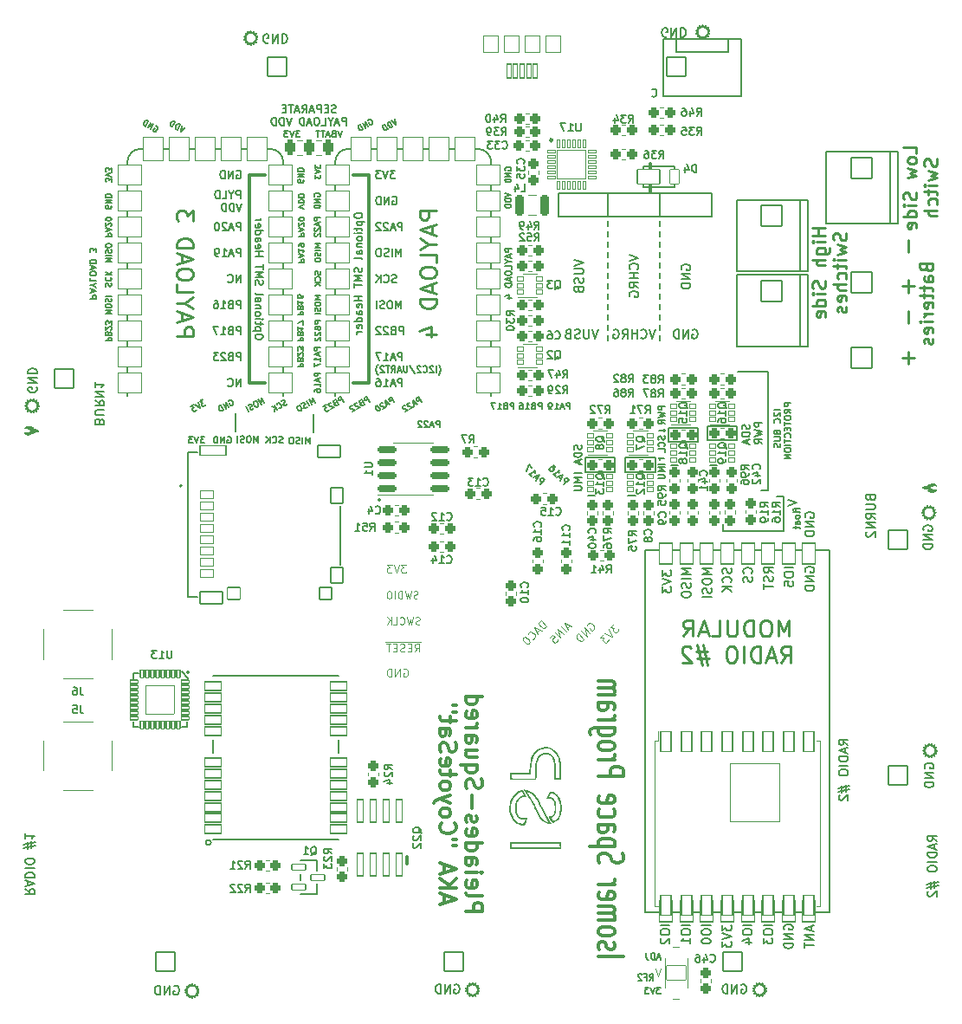
<source format=gbo>
G04 #@! TF.GenerationSoftware,KiCad,Pcbnew,(6.0.5-0)*
G04 #@! TF.CreationDate,2023-01-12T14:03:17-08:00*
G04 #@! TF.ProjectId,mainboard,6d61696e-626f-4617-9264-2e6b69636164,rev?*
G04 #@! TF.SameCoordinates,Original*
G04 #@! TF.FileFunction,Legend,Bot*
G04 #@! TF.FilePolarity,Positive*
%FSLAX46Y46*%
G04 Gerber Fmt 4.6, Leading zero omitted, Abs format (unit mm)*
G04 Created by KiCad (PCBNEW (6.0.5-0)) date 2023-01-12 14:03:17*
%MOMM*%
%LPD*%
G01*
G04 APERTURE LIST*
G04 Aperture macros list*
%AMRoundRect*
0 Rectangle with rounded corners*
0 $1 Rounding radius*
0 $2 $3 $4 $5 $6 $7 $8 $9 X,Y pos of 4 corners*
0 Add a 4 corners polygon primitive as box body*
4,1,4,$2,$3,$4,$5,$6,$7,$8,$9,$2,$3,0*
0 Add four circle primitives for the rounded corners*
1,1,$1+$1,$2,$3*
1,1,$1+$1,$4,$5*
1,1,$1+$1,$6,$7*
1,1,$1+$1,$8,$9*
0 Add four rect primitives between the rounded corners*
20,1,$1+$1,$2,$3,$4,$5,0*
20,1,$1+$1,$4,$5,$6,$7,0*
20,1,$1+$1,$6,$7,$8,$9,0*
20,1,$1+$1,$8,$9,$2,$3,0*%
%AMFreePoly0*
4,1,42,0.785921,0.985921,0.800800,0.950000,0.800800,-0.950000,0.785921,-0.985921,0.750000,-1.000800,0.000000,-1.000800,-0.012493,-0.995625,-0.095799,-0.994317,-0.107892,-0.992660,-0.270578,-0.949981,-0.281927,-0.945488,-0.429737,-0.865233,-0.439686,-0.858162,-0.564086,-0.744967,-0.572062,-0.735727,-0.665870,-0.596126,-0.671411,-0.585251,-0.729211,-0.427304,-0.731998,-0.415421,-0.749646,-0.255575,
-0.748541,-0.255453,-0.750800,-0.250000,-0.750800,0.250000,-0.750374,0.251027,-0.750455,0.251757,-0.750327,0.263961,-0.728373,0.430714,-0.725338,0.442536,-0.664242,0.599239,-0.658474,0.609996,-0.561763,0.747601,-0.553596,0.756672,-0.426853,0.867237,-0.416757,0.874098,-0.267299,0.951239,-0.255859,0.955493,-0.092315,0.994757,-0.080190,0.996160,-0.012063,0.995804,0.000000,1.000800,
0.750000,1.000800,0.785921,0.985921,0.785921,0.985921,$1*%
%AMFreePoly1*
4,1,41,0.012372,0.995676,0.087999,0.995279,0.100109,0.993750,0.263234,0.952776,0.274629,0.948401,0.423270,0.869699,0.433293,0.862733,0.558872,0.750847,0.566944,0.741691,0.662209,0.603080,0.667864,0.592263,0.727315,0.434929,0.730226,0.423076,0.750432,0.256103,0.750800,0.250000,0.750800,-0.250000,0.750797,-0.250534,0.750643,-0.265194,0.750139,-0.271818,0.726441,-0.438331,
0.723282,-0.450121,0.660549,-0.606176,0.654669,-0.616872,0.556522,-0.753457,0.548260,-0.762442,0.420366,-0.871674,0.410200,-0.878428,0.259943,-0.954000,0.248458,-0.958135,0.084511,-0.995683,0.072372,-0.996959,0.011580,-0.996004,0.000000,-1.000800,-0.750000,-1.000800,-0.785921,-0.985921,-0.800800,-0.950000,-0.800800,0.950000,-0.785921,0.985921,-0.750000,1.000800,0.000000,1.000800,
0.012372,0.995676,0.012372,0.995676,$1*%
G04 Aperture macros list end*
%ADD10C,0.127000*%
%ADD11C,0.152400*%
%ADD12C,0.304800*%
%ADD13C,0.200000*%
%ADD14C,0.254000*%
%ADD15C,0.251460*%
%ADD16C,0.121920*%
%ADD17C,0.203200*%
%ADD18C,0.300000*%
%ADD19C,0.120000*%
%ADD20C,0.250000*%
%ADD21C,0.010000*%
%ADD22C,0.190500*%
%ADD23RoundRect,0.063500X-0.939800X0.939800X-0.939800X-0.939800X0.939800X-0.939800X0.939800X0.939800X0*%
%ADD24C,2.006600*%
%ADD25RoundRect,0.063500X0.939800X-0.939800X0.939800X0.939800X-0.939800X0.939800X-0.939800X-0.939800X0*%
%ADD26RoundRect,0.063500X-0.939800X-0.939800X0.939800X-0.939800X0.939800X0.939800X-0.939800X0.939800X0*%
%ADD27RoundRect,0.063500X0.939800X0.939800X-0.939800X0.939800X-0.939800X-0.939800X0.939800X-0.939800X0*%
%ADD28RoundRect,0.063500X1.016000X-1.016000X1.016000X1.016000X-1.016000X1.016000X-1.016000X-1.016000X0*%
%ADD29C,2.159000*%
%ADD30O,1.801600X1.801600*%
%ADD31C,5.701600*%
%ADD32C,0.751600*%
%ADD33O,1.101600X2.201600*%
%ADD34O,1.101600X1.701600*%
%ADD35C,2.133600*%
%ADD36C,2.151600*%
%ADD37C,2.351600*%
%ADD38RoundRect,0.063500X0.812800X-0.406400X0.812800X0.406400X-0.812800X0.406400X-0.812800X-0.406400X0*%
%ADD39RoundRect,0.063500X0.381000X0.152400X-0.381000X0.152400X-0.381000X-0.152400X0.381000X-0.152400X0*%
%ADD40RoundRect,0.063500X0.152400X-0.381000X0.152400X0.381000X-0.152400X0.381000X-0.152400X-0.381000X0*%
%ADD41RoundRect,0.063500X-0.381000X-0.152400X0.381000X-0.152400X0.381000X0.152400X-0.381000X0.152400X0*%
%ADD42RoundRect,0.063500X-0.152400X0.381000X-0.152400X-0.381000X0.152400X-0.381000X0.152400X0.381000X0*%
%ADD43RoundRect,0.063500X1.397000X1.397000X-1.397000X1.397000X-1.397000X-1.397000X1.397000X-1.397000X0*%
%ADD44RoundRect,0.269550X-0.218750X-0.256250X0.218750X-0.256250X0.218750X0.256250X-0.218750X0.256250X0*%
%ADD45RoundRect,0.269550X0.256250X-0.218750X0.256250X0.218750X-0.256250X0.218750X-0.256250X-0.218750X0*%
%ADD46RoundRect,0.269550X-0.256250X0.218750X-0.256250X-0.218750X0.256250X-0.218750X0.256250X0.218750X0*%
%ADD47RoundRect,0.050800X0.304800X1.104900X-0.304800X1.104900X-0.304800X-1.104900X0.304800X-1.104900X0*%
%ADD48RoundRect,0.063500X0.660400X-0.279400X0.660400X0.279400X-0.660400X0.279400X-0.660400X-0.279400X0*%
%ADD49RoundRect,0.063500X-1.143000X-0.990600X1.143000X-0.990600X1.143000X0.990600X-1.143000X0.990600X0*%
%ADD50RoundRect,0.063500X0.990600X-1.143000X0.990600X1.143000X-0.990600X1.143000X-0.990600X-1.143000X0*%
%ADD51RoundRect,0.063500X-0.620000X0.400000X-0.620000X-0.400000X0.620000X-0.400000X0.620000X0.400000X0*%
%ADD52RoundRect,0.063500X-0.600000X0.580000X-0.600000X-0.580000X0.600000X-0.580000X0.600000X0.580000X0*%
%ADD53RoundRect,0.063500X-1.250000X0.475000X-1.250000X-0.475000X1.250000X-0.475000X1.250000X0.475000X0*%
%ADD54RoundRect,0.063500X-1.100000X0.575000X-1.100000X-0.575000X1.100000X-0.575000X1.100000X0.575000X0*%
%ADD55RoundRect,0.063500X-0.575000X0.750000X-0.575000X-0.750000X0.575000X-0.750000X0.575000X0.750000X0*%
%ADD56RoundRect,0.063500X-0.625000X0.580000X-0.625000X-0.580000X0.625000X-0.580000X0.625000X0.580000X0*%
%ADD57RoundRect,0.269550X0.218750X0.256250X-0.218750X0.256250X-0.218750X-0.256250X0.218750X-0.256250X0*%
%ADD58RoundRect,0.200800X-0.725000X-0.150000X0.725000X-0.150000X0.725000X0.150000X-0.725000X0.150000X0*%
%ADD59C,2.000000*%
%ADD60RoundRect,0.063500X-0.650000X1.000000X-0.650000X-1.000000X0.650000X-1.000000X0.650000X1.000000X0*%
%ADD61RoundRect,0.063500X-2.400000X2.849999X-2.400000X-2.849999X2.400000X-2.849999X2.400000X2.849999X0*%
%ADD62RoundRect,0.050800X0.150000X0.400000X-0.150000X0.400000X-0.150000X-0.400000X0.150000X-0.400000X0*%
%ADD63RoundRect,0.050800X-0.400000X0.150000X-0.400000X-0.150000X0.400000X-0.150000X0.400000X0.150000X0*%
%ADD64RoundRect,0.050800X-1.400000X1.400000X-1.400000X-1.400000X1.400000X-1.400000X1.400000X1.400000X0*%
%ADD65RoundRect,0.050800X0.225000X0.675000X-0.225000X0.675000X-0.225000X-0.675000X0.225000X-0.675000X0*%
%ADD66C,1.509600*%
%ADD67C,1.371600*%
%ADD68RoundRect,0.050800X-0.750000X-0.775000X0.750000X-0.775000X0.750000X0.775000X-0.750000X0.775000X0*%
%ADD69RoundRect,0.228400X-0.222400X-0.822400X0.222400X-0.822400X0.222400X0.822400X-0.222400X0.822400X0*%
%ADD70RoundRect,0.050800X-0.300000X0.200000X-0.300000X-0.200000X0.300000X-0.200000X0.300000X0.200000X0*%
%ADD71RoundRect,0.050800X-0.325000X-0.200000X0.325000X-0.200000X0.325000X0.200000X-0.325000X0.200000X0*%
%ADD72RoundRect,0.294550X-0.243750X-0.456250X0.243750X-0.456250X0.243750X0.456250X-0.243750X0.456250X0*%
%ADD73RoundRect,0.063500X-1.016000X1.016000X-1.016000X-1.016000X1.016000X-1.016000X1.016000X1.016000X0*%
%ADD74RoundRect,0.063500X-0.450000X-0.700000X0.450000X-0.700000X0.450000X0.700000X-0.450000X0.700000X0*%
%ADD75RoundRect,0.063500X-1.100000X-0.700000X1.100000X-0.700000X1.100000X0.700000X-1.100000X0.700000X0*%
%ADD76C,1.501600*%
%ADD77RoundRect,0.050800X-0.500000X1.000000X-0.500000X-1.000000X0.500000X-1.000000X0.500000X1.000000X0*%
%ADD78FreePoly0,270.000000*%
%ADD79RoundRect,0.050800X-0.950000X0.700000X-0.950000X-0.700000X0.950000X-0.700000X0.950000X0.700000X0*%
%ADD80FreePoly1,270.000000*%
G04 APERTURE END LIST*
D10*
X151130000Y-69088000D02*
X151130000Y-71374000D01*
X151130000Y-71374000D02*
X166116000Y-71374000D01*
X166116000Y-71374000D02*
X166116000Y-69088000D01*
X166116000Y-69088000D02*
X151130000Y-69088000D01*
X155956000Y-79883000D02*
X155956000Y-80391000D01*
X155956000Y-79375000D02*
X155956000Y-78867000D01*
X155956000Y-77851000D02*
X155956000Y-78359000D01*
X155956000Y-76835000D02*
X155956000Y-77343000D01*
X155956000Y-74803000D02*
X155956000Y-75311000D01*
X155956000Y-76327000D02*
X155956000Y-75819000D01*
X155956000Y-73787000D02*
X155956000Y-74295000D01*
X155956000Y-71755000D02*
X155956000Y-72263000D01*
X155956000Y-73279000D02*
X155956000Y-72771000D01*
X155956000Y-81407000D02*
X155956000Y-80899000D01*
X155956000Y-82423000D02*
X155956000Y-81915000D01*
X155956000Y-83439000D02*
X155956000Y-82931000D01*
X165671500Y-91859100D02*
X165671500Y-93256100D01*
X168592500Y-91859100D02*
X165671500Y-91859100D01*
X168592500Y-91859100D02*
X168592500Y-93256100D01*
X168592500Y-93256100D02*
X165671500Y-93256100D01*
X164782500Y-92011500D02*
X164782500Y-93408500D01*
X164782500Y-93408500D02*
X161861500Y-93408500D01*
X164782500Y-92011500D02*
X161861500Y-92011500D01*
X161861500Y-92011500D02*
X161861500Y-93408500D01*
X160591500Y-96329500D02*
X157670500Y-96329500D01*
X160591500Y-94932500D02*
X157670500Y-94932500D01*
X160591500Y-94932500D02*
X160591500Y-96329500D01*
X157670500Y-94932500D02*
X157670500Y-96329500D01*
X153733500Y-94932500D02*
X153733500Y-96329500D01*
X156654500Y-94932500D02*
X156654500Y-96329500D01*
X156654500Y-94932500D02*
X153733500Y-94932500D01*
X156654500Y-96329500D02*
X153733500Y-96329500D01*
D11*
X161544000Y-92265500D02*
X161417000Y-92138500D01*
X161544000Y-92265500D02*
X160972500Y-92265500D01*
X161544000Y-92265500D02*
X161417000Y-92392500D01*
X160909000Y-94996000D02*
X161036000Y-95123000D01*
X160909000Y-94996000D02*
X161480500Y-94996000D01*
X160909000Y-94996000D02*
X161036000Y-94869000D01*
D10*
X172466000Y-98679000D02*
X173164500Y-98679000D01*
X173164500Y-98679000D02*
X173164500Y-102108000D01*
X170942000Y-98107500D02*
X171640500Y-98107500D01*
X171640500Y-98107500D02*
X171640500Y-86487000D01*
X168656000Y-86487000D02*
X171640500Y-86487000D01*
D11*
X127127000Y-92456000D02*
X127127000Y-90678000D01*
X119507000Y-92392500D02*
X119507000Y-90614500D01*
D10*
X161036000Y-71374000D02*
X161036000Y-69088000D01*
X161036000Y-77851000D02*
X161036000Y-78359000D01*
X161036000Y-79375000D02*
X161036000Y-78867000D01*
X161036000Y-79883000D02*
X161036000Y-80391000D01*
X161036000Y-83439000D02*
X161036000Y-82931000D01*
X161036000Y-82423000D02*
X161036000Y-81915000D01*
X161036000Y-71755000D02*
X161036000Y-72263000D01*
X161036000Y-74803000D02*
X161036000Y-75311000D01*
X161036000Y-76835000D02*
X161036000Y-77343000D01*
X161036000Y-73279000D02*
X161036000Y-72771000D01*
X161036000Y-76327000D02*
X161036000Y-75819000D01*
X161036000Y-81407000D02*
X161036000Y-80899000D01*
X161036000Y-73787000D02*
X161036000Y-74295000D01*
D12*
X120904000Y-67310000D02*
X120904000Y-87630000D01*
X120904000Y-67310000D02*
X122428000Y-67310000D01*
X120898920Y-87630000D02*
X122422920Y-87630000D01*
X131064000Y-87617300D02*
X132588000Y-87617300D01*
X132588000Y-67297300D02*
X132588000Y-87617300D01*
X131064000Y-67297300D02*
X132588000Y-67297300D01*
D10*
X173164500Y-102108000D02*
X167195500Y-102108000D01*
X167195500Y-102108000D02*
X167195500Y-101409500D01*
D13*
X133731000Y-99060000D02*
G75*
G03*
X133731000Y-99060000I-127000J0D01*
G01*
D10*
X155956000Y-69088000D02*
X155956000Y-71374000D01*
X98975333Y-137115550D02*
X99398666Y-137411883D01*
X98975333Y-137623550D02*
X99864333Y-137623550D01*
X99864333Y-137284883D01*
X99822000Y-137200216D01*
X99779666Y-137157883D01*
X99695000Y-137115550D01*
X99568000Y-137115550D01*
X99483333Y-137157883D01*
X99441000Y-137200216D01*
X99398666Y-137284883D01*
X99398666Y-137623550D01*
X99229333Y-136776883D02*
X99229333Y-136353550D01*
X98975333Y-136861550D02*
X99864333Y-136565216D01*
X98975333Y-136268883D01*
X98975333Y-135972550D02*
X99864333Y-135972550D01*
X99864333Y-135760883D01*
X99822000Y-135633883D01*
X99737333Y-135549216D01*
X99652666Y-135506883D01*
X99483333Y-135464550D01*
X99356333Y-135464550D01*
X99187000Y-135506883D01*
X99102333Y-135549216D01*
X99017666Y-135633883D01*
X98975333Y-135760883D01*
X98975333Y-135972550D01*
X98975333Y-135083550D02*
X99864333Y-135083550D01*
X99864333Y-134490883D02*
X99864333Y-134321550D01*
X99822000Y-134236883D01*
X99737333Y-134152216D01*
X99568000Y-134109883D01*
X99271666Y-134109883D01*
X99102333Y-134152216D01*
X99017666Y-134236883D01*
X98975333Y-134321550D01*
X98975333Y-134490883D01*
X99017666Y-134575550D01*
X99102333Y-134660216D01*
X99271666Y-134702550D01*
X99568000Y-134702550D01*
X99737333Y-134660216D01*
X99822000Y-134575550D01*
X99864333Y-134490883D01*
X99568000Y-133093883D02*
X99568000Y-132458883D01*
X99949000Y-132839883D02*
X98806000Y-133093883D01*
X99187000Y-132543550D02*
X99187000Y-133178550D01*
X98806000Y-132797550D02*
X99949000Y-132543550D01*
X98975333Y-131696883D02*
X98975333Y-132204883D01*
X98975333Y-131950883D02*
X99864333Y-131950883D01*
X99737333Y-132035550D01*
X99652666Y-132120216D01*
X99610333Y-132204883D01*
D14*
X177218823Y-72510952D02*
X175948823Y-72510952D01*
X176553585Y-72510952D02*
X176553585Y-73236666D01*
X177218823Y-73236666D02*
X175948823Y-73236666D01*
X177218823Y-73841428D02*
X176372157Y-73841428D01*
X175948823Y-73841428D02*
X176009300Y-73780952D01*
X176069776Y-73841428D01*
X176009300Y-73901904D01*
X175948823Y-73841428D01*
X176069776Y-73841428D01*
X176372157Y-74990476D02*
X177400252Y-74990476D01*
X177521204Y-74930000D01*
X177581680Y-74869523D01*
X177642157Y-74748571D01*
X177642157Y-74567142D01*
X177581680Y-74446190D01*
X177158347Y-74990476D02*
X177218823Y-74869523D01*
X177218823Y-74627619D01*
X177158347Y-74506666D01*
X177097871Y-74446190D01*
X176976919Y-74385714D01*
X176614061Y-74385714D01*
X176493109Y-74446190D01*
X176432633Y-74506666D01*
X176372157Y-74627619D01*
X176372157Y-74869523D01*
X176432633Y-74990476D01*
X177218823Y-75595238D02*
X175948823Y-75595238D01*
X177218823Y-76139523D02*
X176553585Y-76139523D01*
X176432633Y-76079047D01*
X176372157Y-75958095D01*
X176372157Y-75776666D01*
X176432633Y-75655714D01*
X176493109Y-75595238D01*
X177158347Y-77651428D02*
X177218823Y-77832857D01*
X177218823Y-78135238D01*
X177158347Y-78256190D01*
X177097871Y-78316666D01*
X176976919Y-78377142D01*
X176855966Y-78377142D01*
X176735014Y-78316666D01*
X176674538Y-78256190D01*
X176614061Y-78135238D01*
X176553585Y-77893333D01*
X176493109Y-77772380D01*
X176432633Y-77711904D01*
X176311680Y-77651428D01*
X176190728Y-77651428D01*
X176069776Y-77711904D01*
X176009300Y-77772380D01*
X175948823Y-77893333D01*
X175948823Y-78195714D01*
X176009300Y-78377142D01*
X177218823Y-78921428D02*
X176372157Y-78921428D01*
X175948823Y-78921428D02*
X176009300Y-78860952D01*
X176069776Y-78921428D01*
X176009300Y-78981904D01*
X175948823Y-78921428D01*
X176069776Y-78921428D01*
X177218823Y-80070476D02*
X175948823Y-80070476D01*
X177158347Y-80070476D02*
X177218823Y-79949523D01*
X177218823Y-79707619D01*
X177158347Y-79586666D01*
X177097871Y-79526190D01*
X176976919Y-79465714D01*
X176614061Y-79465714D01*
X176493109Y-79526190D01*
X176432633Y-79586666D01*
X176372157Y-79707619D01*
X176372157Y-79949523D01*
X176432633Y-80070476D01*
X177158347Y-81159047D02*
X177218823Y-81038095D01*
X177218823Y-80796190D01*
X177158347Y-80675238D01*
X177037395Y-80614761D01*
X176553585Y-80614761D01*
X176432633Y-80675238D01*
X176372157Y-80796190D01*
X176372157Y-81038095D01*
X176432633Y-81159047D01*
X176553585Y-81219523D01*
X176674538Y-81219523D01*
X176795490Y-80614761D01*
X179203047Y-72964523D02*
X179263523Y-73145952D01*
X179263523Y-73448333D01*
X179203047Y-73569285D01*
X179142571Y-73629761D01*
X179021619Y-73690238D01*
X178900666Y-73690238D01*
X178779714Y-73629761D01*
X178719238Y-73569285D01*
X178658761Y-73448333D01*
X178598285Y-73206428D01*
X178537809Y-73085476D01*
X178477333Y-73025000D01*
X178356380Y-72964523D01*
X178235428Y-72964523D01*
X178114476Y-73025000D01*
X178054000Y-73085476D01*
X177993523Y-73206428D01*
X177993523Y-73508809D01*
X178054000Y-73690238D01*
X178416857Y-74113571D02*
X179263523Y-74355476D01*
X178658761Y-74597380D01*
X179263523Y-74839285D01*
X178416857Y-75081190D01*
X179263523Y-75565000D02*
X178416857Y-75565000D01*
X177993523Y-75565000D02*
X178054000Y-75504523D01*
X178114476Y-75565000D01*
X178054000Y-75625476D01*
X177993523Y-75565000D01*
X178114476Y-75565000D01*
X178416857Y-75988333D02*
X178416857Y-76472142D01*
X177993523Y-76169761D02*
X179082095Y-76169761D01*
X179203047Y-76230238D01*
X179263523Y-76351190D01*
X179263523Y-76472142D01*
X179203047Y-77439761D02*
X179263523Y-77318809D01*
X179263523Y-77076904D01*
X179203047Y-76955952D01*
X179142571Y-76895476D01*
X179021619Y-76835000D01*
X178658761Y-76835000D01*
X178537809Y-76895476D01*
X178477333Y-76955952D01*
X178416857Y-77076904D01*
X178416857Y-77318809D01*
X178477333Y-77439761D01*
X179263523Y-77984047D02*
X177993523Y-77984047D01*
X179263523Y-78528333D02*
X178598285Y-78528333D01*
X178477333Y-78467857D01*
X178416857Y-78346904D01*
X178416857Y-78165476D01*
X178477333Y-78044523D01*
X178537809Y-77984047D01*
X179203047Y-79616904D02*
X179263523Y-79495952D01*
X179263523Y-79254047D01*
X179203047Y-79133095D01*
X179082095Y-79072619D01*
X178598285Y-79072619D01*
X178477333Y-79133095D01*
X178416857Y-79254047D01*
X178416857Y-79495952D01*
X178477333Y-79616904D01*
X178598285Y-79677380D01*
X178719238Y-79677380D01*
X178840190Y-79072619D01*
X179203047Y-80161190D02*
X179263523Y-80282142D01*
X179263523Y-80524047D01*
X179203047Y-80645000D01*
X179082095Y-80705476D01*
X179021619Y-80705476D01*
X178900666Y-80645000D01*
X178840190Y-80524047D01*
X178840190Y-80342619D01*
X178779714Y-80221666D01*
X178658761Y-80161190D01*
X178598285Y-80161190D01*
X178477333Y-80221666D01*
X178416857Y-80342619D01*
X178416857Y-80524047D01*
X178477333Y-80645000D01*
X113799257Y-83066890D02*
X115391837Y-83066890D01*
X115391837Y-82460193D01*
X115316000Y-82308519D01*
X115240162Y-82232682D01*
X115088488Y-82156845D01*
X114860977Y-82156845D01*
X114709302Y-82232682D01*
X114633465Y-82308519D01*
X114557628Y-82460193D01*
X114557628Y-83066890D01*
X114254280Y-81550147D02*
X114254280Y-80791776D01*
X113799257Y-81701822D02*
X115391837Y-81170962D01*
X113799257Y-80640102D01*
X114557628Y-79805893D02*
X113799257Y-79805893D01*
X115391837Y-80336753D02*
X114557628Y-79805893D01*
X115391837Y-79275033D01*
X113799257Y-77985802D02*
X113799257Y-78744173D01*
X115391837Y-78744173D01*
X115391837Y-77151593D02*
X115391837Y-76848245D01*
X115316000Y-76696570D01*
X115164325Y-76544896D01*
X114860977Y-76469059D01*
X114330117Y-76469059D01*
X114026768Y-76544896D01*
X113875094Y-76696570D01*
X113799257Y-76848245D01*
X113799257Y-77151593D01*
X113875094Y-77303267D01*
X114026768Y-77454942D01*
X114330117Y-77530779D01*
X114860977Y-77530779D01*
X115164325Y-77454942D01*
X115316000Y-77303267D01*
X115391837Y-77151593D01*
X114254280Y-75862362D02*
X114254280Y-75103990D01*
X113799257Y-76014036D02*
X115391837Y-75483176D01*
X113799257Y-74952316D01*
X113799257Y-74421456D02*
X115391837Y-74421456D01*
X115391837Y-74042270D01*
X115316000Y-73814759D01*
X115164325Y-73663085D01*
X115012651Y-73587247D01*
X114709302Y-73511410D01*
X114481791Y-73511410D01*
X114178442Y-73587247D01*
X114026768Y-73663085D01*
X113875094Y-73814759D01*
X113799257Y-74042270D01*
X113799257Y-74421456D01*
X115391837Y-71767156D02*
X115391837Y-70781273D01*
X114785140Y-71312133D01*
X114785140Y-71084622D01*
X114709302Y-70932947D01*
X114633465Y-70857110D01*
X114481791Y-70781273D01*
X114102605Y-70781273D01*
X113950931Y-70857110D01*
X113875094Y-70932947D01*
X113799257Y-71084622D01*
X113799257Y-71539645D01*
X113875094Y-71691319D01*
X113950931Y-71767156D01*
X173648007Y-112387742D02*
X173648007Y-110795162D01*
X173117147Y-111932720D01*
X172586287Y-110795162D01*
X172586287Y-112387742D01*
X171524567Y-110795162D02*
X171221218Y-110795162D01*
X171069544Y-110871000D01*
X170917870Y-111022674D01*
X170842032Y-111326022D01*
X170842032Y-111856882D01*
X170917870Y-112160231D01*
X171069544Y-112311905D01*
X171221218Y-112387742D01*
X171524567Y-112387742D01*
X171676241Y-112311905D01*
X171827915Y-112160231D01*
X171903752Y-111856882D01*
X171903752Y-111326022D01*
X171827915Y-111022674D01*
X171676241Y-110871000D01*
X171524567Y-110795162D01*
X170159498Y-112387742D02*
X170159498Y-110795162D01*
X169780312Y-110795162D01*
X169552801Y-110871000D01*
X169401127Y-111022674D01*
X169325290Y-111174348D01*
X169249452Y-111477697D01*
X169249452Y-111705208D01*
X169325290Y-112008557D01*
X169401127Y-112160231D01*
X169552801Y-112311905D01*
X169780312Y-112387742D01*
X170159498Y-112387742D01*
X168566918Y-110795162D02*
X168566918Y-112084394D01*
X168491081Y-112236068D01*
X168415244Y-112311905D01*
X168263570Y-112387742D01*
X167960221Y-112387742D01*
X167808547Y-112311905D01*
X167732710Y-112236068D01*
X167656872Y-112084394D01*
X167656872Y-110795162D01*
X166140130Y-112387742D02*
X166898501Y-112387742D01*
X166898501Y-110795162D01*
X165685107Y-111932720D02*
X164926735Y-111932720D01*
X165836781Y-112387742D02*
X165305921Y-110795162D01*
X164775061Y-112387742D01*
X163334155Y-112387742D02*
X163865015Y-111629371D01*
X164244201Y-112387742D02*
X164244201Y-110795162D01*
X163637504Y-110795162D01*
X163485830Y-110871000D01*
X163409992Y-110946837D01*
X163334155Y-111098511D01*
X163334155Y-111326022D01*
X163409992Y-111477697D01*
X163485830Y-111553534D01*
X163637504Y-111629371D01*
X164244201Y-111629371D01*
X172889635Y-114951796D02*
X173420495Y-114193425D01*
X173799681Y-114951796D02*
X173799681Y-113359216D01*
X173192984Y-113359216D01*
X173041310Y-113435054D01*
X172965472Y-113510891D01*
X172889635Y-113662565D01*
X172889635Y-113890076D01*
X172965472Y-114041751D01*
X173041310Y-114117588D01*
X173192984Y-114193425D01*
X173799681Y-114193425D01*
X172282938Y-114496774D02*
X171524567Y-114496774D01*
X172434612Y-114951796D02*
X171903752Y-113359216D01*
X171372892Y-114951796D01*
X170842032Y-114951796D02*
X170842032Y-113359216D01*
X170462847Y-113359216D01*
X170235335Y-113435054D01*
X170083661Y-113586728D01*
X170007824Y-113738402D01*
X169931987Y-114041751D01*
X169931987Y-114269262D01*
X170007824Y-114572611D01*
X170083661Y-114724285D01*
X170235335Y-114875959D01*
X170462847Y-114951796D01*
X170842032Y-114951796D01*
X169249452Y-114951796D02*
X169249452Y-113359216D01*
X168187732Y-113359216D02*
X167884384Y-113359216D01*
X167732710Y-113435054D01*
X167581035Y-113586728D01*
X167505198Y-113890076D01*
X167505198Y-114420936D01*
X167581035Y-114724285D01*
X167732710Y-114875959D01*
X167884384Y-114951796D01*
X168187732Y-114951796D01*
X168339407Y-114875959D01*
X168491081Y-114724285D01*
X168566918Y-114420936D01*
X168566918Y-113890076D01*
X168491081Y-113586728D01*
X168339407Y-113435054D01*
X168187732Y-113359216D01*
X165685107Y-113890076D02*
X164547550Y-113890076D01*
X165230084Y-113207542D02*
X165685107Y-115255145D01*
X164699224Y-114572611D02*
X165836781Y-114572611D01*
X165154247Y-115255145D02*
X164699224Y-113207542D01*
X164092527Y-113510891D02*
X164016690Y-113435054D01*
X163865015Y-113359216D01*
X163485830Y-113359216D01*
X163334155Y-113435054D01*
X163258318Y-113510891D01*
X163182481Y-113662565D01*
X163182481Y-113814239D01*
X163258318Y-114041751D01*
X164168364Y-114951796D01*
X163182481Y-114951796D01*
D10*
X175260000Y-106089450D02*
X175217666Y-106004783D01*
X175217666Y-105877783D01*
X175260000Y-105750783D01*
X175344666Y-105666116D01*
X175429333Y-105623783D01*
X175598666Y-105581450D01*
X175725666Y-105581450D01*
X175895000Y-105623783D01*
X175979666Y-105666116D01*
X176064333Y-105750783D01*
X176106666Y-105877783D01*
X176106666Y-105962450D01*
X176064333Y-106089450D01*
X176022000Y-106131783D01*
X175725666Y-106131783D01*
X175725666Y-105962450D01*
X176106666Y-106512783D02*
X175217666Y-106512783D01*
X176106666Y-107020783D01*
X175217666Y-107020783D01*
X176106666Y-107444116D02*
X175217666Y-107444116D01*
X175217666Y-107655783D01*
X175260000Y-107782783D01*
X175344666Y-107867450D01*
X175429333Y-107909783D01*
X175598666Y-107952116D01*
X175725666Y-107952116D01*
X175895000Y-107909783D01*
X175979666Y-107867450D01*
X176064333Y-107782783D01*
X176106666Y-107655783D01*
X176106666Y-107444116D01*
X174074666Y-105687283D02*
X173185666Y-105687283D01*
X173185666Y-106279950D02*
X173185666Y-106449283D01*
X173228000Y-106533950D01*
X173312666Y-106618616D01*
X173482000Y-106660950D01*
X173778333Y-106660950D01*
X173947666Y-106618616D01*
X174032333Y-106533950D01*
X174074666Y-106449283D01*
X174074666Y-106279950D01*
X174032333Y-106195283D01*
X173947666Y-106110616D01*
X173778333Y-106068283D01*
X173482000Y-106068283D01*
X173312666Y-106110616D01*
X173228000Y-106195283D01*
X173185666Y-106279950D01*
X173185666Y-107465283D02*
X173185666Y-107041950D01*
X173609000Y-106999616D01*
X173566666Y-107041950D01*
X173524333Y-107126616D01*
X173524333Y-107338283D01*
X173566666Y-107422950D01*
X173609000Y-107465283D01*
X173693666Y-107507616D01*
X173905333Y-107507616D01*
X173990000Y-107465283D01*
X174032333Y-107422950D01*
X174074666Y-107338283D01*
X174074666Y-107126616D01*
X174032333Y-107041950D01*
X173990000Y-106999616D01*
X167999833Y-105729616D02*
X168042166Y-105856616D01*
X168042166Y-106068283D01*
X167999833Y-106152950D01*
X167957500Y-106195283D01*
X167872833Y-106237616D01*
X167788166Y-106237616D01*
X167703500Y-106195283D01*
X167661166Y-106152950D01*
X167618833Y-106068283D01*
X167576500Y-105898950D01*
X167534166Y-105814283D01*
X167491833Y-105771950D01*
X167407166Y-105729616D01*
X167322500Y-105729616D01*
X167237833Y-105771950D01*
X167195500Y-105814283D01*
X167153166Y-105898950D01*
X167153166Y-106110616D01*
X167195500Y-106237616D01*
X167957500Y-107126616D02*
X167999833Y-107084283D01*
X168042166Y-106957283D01*
X168042166Y-106872616D01*
X167999833Y-106745616D01*
X167915166Y-106660950D01*
X167830500Y-106618616D01*
X167661166Y-106576283D01*
X167534166Y-106576283D01*
X167364833Y-106618616D01*
X167280166Y-106660950D01*
X167195500Y-106745616D01*
X167153166Y-106872616D01*
X167153166Y-106957283D01*
X167195500Y-107084283D01*
X167237833Y-107126616D01*
X168042166Y-107507616D02*
X167153166Y-107507616D01*
X168042166Y-108015616D02*
X167534166Y-107634616D01*
X167153166Y-108015616D02*
X167661166Y-107507616D01*
X161247666Y-105920116D02*
X161247666Y-106470450D01*
X161586333Y-106174116D01*
X161586333Y-106301116D01*
X161628666Y-106385783D01*
X161671000Y-106428116D01*
X161755666Y-106470450D01*
X161967333Y-106470450D01*
X162052000Y-106428116D01*
X162094333Y-106385783D01*
X162136666Y-106301116D01*
X162136666Y-106047116D01*
X162094333Y-105962450D01*
X162052000Y-105920116D01*
X161247666Y-106724450D02*
X162136666Y-107020783D01*
X161247666Y-107317116D01*
X161247666Y-107528783D02*
X161247666Y-108079116D01*
X161586333Y-107782783D01*
X161586333Y-107909783D01*
X161628666Y-107994450D01*
X161671000Y-108036783D01*
X161755666Y-108079116D01*
X161967333Y-108079116D01*
X162052000Y-108036783D01*
X162094333Y-107994450D01*
X162136666Y-107909783D01*
X162136666Y-107655783D01*
X162094333Y-107571116D01*
X162052000Y-107528783D01*
X172106166Y-106174116D02*
X171682833Y-105877783D01*
X172106166Y-105666116D02*
X171217166Y-105666116D01*
X171217166Y-106004783D01*
X171259500Y-106089450D01*
X171301833Y-106131783D01*
X171386500Y-106174116D01*
X171513500Y-106174116D01*
X171598166Y-106131783D01*
X171640500Y-106089450D01*
X171682833Y-106004783D01*
X171682833Y-105666116D01*
X172063833Y-106512783D02*
X172106166Y-106639783D01*
X172106166Y-106851450D01*
X172063833Y-106936116D01*
X172021500Y-106978450D01*
X171936833Y-107020783D01*
X171852166Y-107020783D01*
X171767500Y-106978450D01*
X171725166Y-106936116D01*
X171682833Y-106851450D01*
X171640500Y-106682116D01*
X171598166Y-106597450D01*
X171555833Y-106555116D01*
X171471166Y-106512783D01*
X171386500Y-106512783D01*
X171301833Y-106555116D01*
X171259500Y-106597450D01*
X171217166Y-106682116D01*
X171217166Y-106893783D01*
X171259500Y-107020783D01*
X171217166Y-107274783D02*
X171217166Y-107782783D01*
X172106166Y-107528783D02*
X171217166Y-107528783D01*
D15*
X185327108Y-81804165D02*
X185327108Y-80590771D01*
X184734573Y-85185630D02*
X185947968Y-85185630D01*
X185341270Y-84578933D02*
X185341270Y-85792327D01*
X185327108Y-74867265D02*
X185327108Y-73653871D01*
X184734573Y-78183699D02*
X185947968Y-78183699D01*
X185341270Y-77577002D02*
X185341270Y-78790396D01*
D14*
X186108823Y-65176468D02*
X186108823Y-64571706D01*
X184838823Y-64571706D01*
X186108823Y-65781230D02*
X186048347Y-65660277D01*
X185987871Y-65599801D01*
X185866919Y-65539325D01*
X185504061Y-65539325D01*
X185383109Y-65599801D01*
X185322633Y-65660277D01*
X185262157Y-65781230D01*
X185262157Y-65962658D01*
X185322633Y-66083611D01*
X185383109Y-66144087D01*
X185504061Y-66204563D01*
X185866919Y-66204563D01*
X185987871Y-66144087D01*
X186048347Y-66083611D01*
X186108823Y-65962658D01*
X186108823Y-65781230D01*
X185262157Y-66627897D02*
X186108823Y-66869801D01*
X185504061Y-67111706D01*
X186108823Y-67353611D01*
X185262157Y-67595516D01*
X186048347Y-68986468D02*
X186108823Y-69167897D01*
X186108823Y-69470277D01*
X186048347Y-69591230D01*
X185987871Y-69651706D01*
X185866919Y-69712182D01*
X185745966Y-69712182D01*
X185625014Y-69651706D01*
X185564538Y-69591230D01*
X185504061Y-69470277D01*
X185443585Y-69228373D01*
X185383109Y-69107420D01*
X185322633Y-69046944D01*
X185201680Y-68986468D01*
X185080728Y-68986468D01*
X184959776Y-69046944D01*
X184899300Y-69107420D01*
X184838823Y-69228373D01*
X184838823Y-69530754D01*
X184899300Y-69712182D01*
X186108823Y-70256468D02*
X185262157Y-70256468D01*
X184838823Y-70256468D02*
X184899300Y-70195992D01*
X184959776Y-70256468D01*
X184899300Y-70316944D01*
X184838823Y-70256468D01*
X184959776Y-70256468D01*
X186108823Y-71405516D02*
X184838823Y-71405516D01*
X186048347Y-71405516D02*
X186108823Y-71284563D01*
X186108823Y-71042658D01*
X186048347Y-70921706D01*
X185987871Y-70861230D01*
X185866919Y-70800754D01*
X185504061Y-70800754D01*
X185383109Y-70861230D01*
X185322633Y-70921706D01*
X185262157Y-71042658D01*
X185262157Y-71284563D01*
X185322633Y-71405516D01*
X186048347Y-72494087D02*
X186108823Y-72373135D01*
X186108823Y-72131230D01*
X186048347Y-72010277D01*
X185927395Y-71949801D01*
X185443585Y-71949801D01*
X185322633Y-72010277D01*
X185262157Y-72131230D01*
X185262157Y-72373135D01*
X185322633Y-72494087D01*
X185443585Y-72554563D01*
X185564538Y-72554563D01*
X185685490Y-71949801D01*
X188093047Y-65720754D02*
X188153523Y-65902182D01*
X188153523Y-66204563D01*
X188093047Y-66325516D01*
X188032571Y-66385992D01*
X187911619Y-66446468D01*
X187790666Y-66446468D01*
X187669714Y-66385992D01*
X187609238Y-66325516D01*
X187548761Y-66204563D01*
X187488285Y-65962658D01*
X187427809Y-65841706D01*
X187367333Y-65781230D01*
X187246380Y-65720754D01*
X187125428Y-65720754D01*
X187004476Y-65781230D01*
X186944000Y-65841706D01*
X186883523Y-65962658D01*
X186883523Y-66265039D01*
X186944000Y-66446468D01*
X187306857Y-66869801D02*
X188153523Y-67111706D01*
X187548761Y-67353611D01*
X188153523Y-67595516D01*
X187306857Y-67837420D01*
X188153523Y-68321230D02*
X187306857Y-68321230D01*
X186883523Y-68321230D02*
X186944000Y-68260754D01*
X187004476Y-68321230D01*
X186944000Y-68381706D01*
X186883523Y-68321230D01*
X187004476Y-68321230D01*
X187306857Y-68744563D02*
X187306857Y-69228373D01*
X186883523Y-68925992D02*
X187972095Y-68925992D01*
X188093047Y-68986468D01*
X188153523Y-69107420D01*
X188153523Y-69228373D01*
X188093047Y-70195992D02*
X188153523Y-70075039D01*
X188153523Y-69833135D01*
X188093047Y-69712182D01*
X188032571Y-69651706D01*
X187911619Y-69591230D01*
X187548761Y-69591230D01*
X187427809Y-69651706D01*
X187367333Y-69712182D01*
X187306857Y-69833135D01*
X187306857Y-70075039D01*
X187367333Y-70195992D01*
X188153523Y-70740277D02*
X186883523Y-70740277D01*
X188153523Y-71284563D02*
X187488285Y-71284563D01*
X187367333Y-71224087D01*
X187306857Y-71103135D01*
X187306857Y-70921706D01*
X187367333Y-70800754D01*
X187427809Y-70740277D01*
X187062412Y-76328814D02*
X187122888Y-76510242D01*
X187183365Y-76570719D01*
X187304317Y-76631195D01*
X187485746Y-76631195D01*
X187606698Y-76570719D01*
X187667174Y-76510242D01*
X187727650Y-76389290D01*
X187727650Y-75905480D01*
X186457650Y-75905480D01*
X186457650Y-76328814D01*
X186518127Y-76449766D01*
X186578603Y-76510242D01*
X186699555Y-76570719D01*
X186820507Y-76570719D01*
X186941460Y-76510242D01*
X187001936Y-76449766D01*
X187062412Y-76328814D01*
X187062412Y-75905480D01*
X187727650Y-77719766D02*
X187062412Y-77719766D01*
X186941460Y-77659290D01*
X186880984Y-77538338D01*
X186880984Y-77296433D01*
X186941460Y-77175480D01*
X187667174Y-77719766D02*
X187727650Y-77598814D01*
X187727650Y-77296433D01*
X187667174Y-77175480D01*
X187546222Y-77115004D01*
X187425269Y-77115004D01*
X187304317Y-77175480D01*
X187243841Y-77296433D01*
X187243841Y-77598814D01*
X187183365Y-77719766D01*
X186880984Y-78143100D02*
X186880984Y-78626909D01*
X186457650Y-78324528D02*
X187546222Y-78324528D01*
X187667174Y-78385004D01*
X187727650Y-78505957D01*
X187727650Y-78626909D01*
X186880984Y-78868814D02*
X186880984Y-79352623D01*
X186457650Y-79050242D02*
X187546222Y-79050242D01*
X187667174Y-79110719D01*
X187727650Y-79231671D01*
X187727650Y-79352623D01*
X187667174Y-80259766D02*
X187727650Y-80138814D01*
X187727650Y-79896909D01*
X187667174Y-79775957D01*
X187546222Y-79715480D01*
X187062412Y-79715480D01*
X186941460Y-79775957D01*
X186880984Y-79896909D01*
X186880984Y-80138814D01*
X186941460Y-80259766D01*
X187062412Y-80320242D01*
X187183365Y-80320242D01*
X187304317Y-79715480D01*
X187727650Y-80864528D02*
X186880984Y-80864528D01*
X187122888Y-80864528D02*
X187001936Y-80925004D01*
X186941460Y-80985480D01*
X186880984Y-81106433D01*
X186880984Y-81227385D01*
X187727650Y-81650719D02*
X186880984Y-81650719D01*
X186457650Y-81650719D02*
X186518127Y-81590242D01*
X186578603Y-81650719D01*
X186518127Y-81711195D01*
X186457650Y-81650719D01*
X186578603Y-81650719D01*
X187667174Y-82739290D02*
X187727650Y-82618338D01*
X187727650Y-82376433D01*
X187667174Y-82255480D01*
X187546222Y-82195004D01*
X187062412Y-82195004D01*
X186941460Y-82255480D01*
X186880984Y-82376433D01*
X186880984Y-82618338D01*
X186941460Y-82739290D01*
X187062412Y-82799766D01*
X187183365Y-82799766D01*
X187304317Y-82195004D01*
X187667174Y-83283576D02*
X187727650Y-83404528D01*
X187727650Y-83646433D01*
X187667174Y-83767385D01*
X187546222Y-83827861D01*
X187485746Y-83827861D01*
X187364793Y-83767385D01*
X187304317Y-83646433D01*
X187304317Y-83465004D01*
X187243841Y-83344052D01*
X187122888Y-83283576D01*
X187062412Y-83283576D01*
X186941460Y-83344052D01*
X186880984Y-83465004D01*
X186880984Y-83646433D01*
X186941460Y-83767385D01*
D10*
X179408666Y-122980450D02*
X178985333Y-122684116D01*
X179408666Y-122472450D02*
X178519666Y-122472450D01*
X178519666Y-122811116D01*
X178562000Y-122895783D01*
X178604333Y-122938116D01*
X178689000Y-122980450D01*
X178816000Y-122980450D01*
X178900666Y-122938116D01*
X178943000Y-122895783D01*
X178985333Y-122811116D01*
X178985333Y-122472450D01*
X179154666Y-123319116D02*
X179154666Y-123742450D01*
X179408666Y-123234450D02*
X178519666Y-123530783D01*
X179408666Y-123827116D01*
X179408666Y-124123450D02*
X178519666Y-124123450D01*
X178519666Y-124335116D01*
X178562000Y-124462116D01*
X178646666Y-124546783D01*
X178731333Y-124589116D01*
X178900666Y-124631450D01*
X179027666Y-124631450D01*
X179197000Y-124589116D01*
X179281666Y-124546783D01*
X179366333Y-124462116D01*
X179408666Y-124335116D01*
X179408666Y-124123450D01*
X179408666Y-125012450D02*
X178519666Y-125012450D01*
X178519666Y-125605116D02*
X178519666Y-125774450D01*
X178562000Y-125859116D01*
X178646666Y-125943783D01*
X178816000Y-125986116D01*
X179112333Y-125986116D01*
X179281666Y-125943783D01*
X179366333Y-125859116D01*
X179408666Y-125774450D01*
X179408666Y-125605116D01*
X179366333Y-125520450D01*
X179281666Y-125435783D01*
X179112333Y-125393450D01*
X178816000Y-125393450D01*
X178646666Y-125435783D01*
X178562000Y-125520450D01*
X178519666Y-125605116D01*
X178816000Y-127002116D02*
X178816000Y-127637116D01*
X178435000Y-127256116D02*
X179578000Y-127002116D01*
X179197000Y-127552450D02*
X179197000Y-126917450D01*
X179578000Y-127298450D02*
X178435000Y-127552450D01*
X178604333Y-127891116D02*
X178562000Y-127933450D01*
X178519666Y-128018116D01*
X178519666Y-128229783D01*
X178562000Y-128314450D01*
X178604333Y-128356783D01*
X178689000Y-128399116D01*
X178773666Y-128399116D01*
X178900666Y-128356783D01*
X179408666Y-127848783D01*
X179408666Y-128399116D01*
X116502240Y-92870261D02*
X116109145Y-92870261D01*
X116320811Y-93112166D01*
X116230097Y-93112166D01*
X116169621Y-93142404D01*
X116139383Y-93172642D01*
X116109145Y-93233119D01*
X116109145Y-93384309D01*
X116139383Y-93444785D01*
X116169621Y-93475023D01*
X116230097Y-93505261D01*
X116411525Y-93505261D01*
X116472002Y-93475023D01*
X116502240Y-93444785D01*
X115927716Y-92870261D02*
X115716049Y-93505261D01*
X115504383Y-92870261D01*
X115353192Y-92870261D02*
X114960097Y-92870261D01*
X115171764Y-93112166D01*
X115081049Y-93112166D01*
X115020573Y-93142404D01*
X114990335Y-93172642D01*
X114960097Y-93233119D01*
X114960097Y-93384309D01*
X114990335Y-93444785D01*
X115020573Y-93475023D01*
X115081049Y-93505261D01*
X115262478Y-93505261D01*
X115322954Y-93475023D01*
X115353192Y-93444785D01*
X106248200Y-91357450D02*
X106205866Y-91230450D01*
X106163533Y-91188116D01*
X106078866Y-91145783D01*
X105951866Y-91145783D01*
X105867200Y-91188116D01*
X105824866Y-91230450D01*
X105782533Y-91315116D01*
X105782533Y-91653783D01*
X106671533Y-91653783D01*
X106671533Y-91357450D01*
X106629200Y-91272783D01*
X106586866Y-91230450D01*
X106502200Y-91188116D01*
X106417533Y-91188116D01*
X106332866Y-91230450D01*
X106290533Y-91272783D01*
X106248200Y-91357450D01*
X106248200Y-91653783D01*
X106671533Y-90764783D02*
X105951866Y-90764783D01*
X105867200Y-90722450D01*
X105824866Y-90680116D01*
X105782533Y-90595450D01*
X105782533Y-90426116D01*
X105824866Y-90341450D01*
X105867200Y-90299116D01*
X105951866Y-90256783D01*
X106671533Y-90256783D01*
X105782533Y-89325450D02*
X106205866Y-89621783D01*
X105782533Y-89833450D02*
X106671533Y-89833450D01*
X106671533Y-89494783D01*
X106629200Y-89410116D01*
X106586866Y-89367783D01*
X106502200Y-89325450D01*
X106375200Y-89325450D01*
X106290533Y-89367783D01*
X106248200Y-89410116D01*
X106205866Y-89494783D01*
X106205866Y-89833450D01*
X105782533Y-88944450D02*
X106671533Y-88944450D01*
X105782533Y-88436450D01*
X106671533Y-88436450D01*
X105782533Y-87547450D02*
X105782533Y-88055450D01*
X105782533Y-87801450D02*
X106671533Y-87801450D01*
X106544533Y-87886116D01*
X106459866Y-87970783D01*
X106417533Y-88055450D01*
X100076000Y-88093550D02*
X100118333Y-88178216D01*
X100118333Y-88305216D01*
X100076000Y-88432216D01*
X99991333Y-88516883D01*
X99906666Y-88559216D01*
X99737333Y-88601550D01*
X99610333Y-88601550D01*
X99441000Y-88559216D01*
X99356333Y-88516883D01*
X99271666Y-88432216D01*
X99229333Y-88305216D01*
X99229333Y-88220550D01*
X99271666Y-88093550D01*
X99314000Y-88051216D01*
X99610333Y-88051216D01*
X99610333Y-88220550D01*
X99229333Y-87670216D02*
X100118333Y-87670216D01*
X99229333Y-87162216D01*
X100118333Y-87162216D01*
X99229333Y-86738883D02*
X100118333Y-86738883D01*
X100118333Y-86527216D01*
X100076000Y-86400216D01*
X99991333Y-86315550D01*
X99906666Y-86273216D01*
X99737333Y-86230883D01*
X99610333Y-86230883D01*
X99441000Y-86273216D01*
X99356333Y-86315550D01*
X99271666Y-86400216D01*
X99229333Y-86527216D01*
X99229333Y-86738883D01*
X186817000Y-102025450D02*
X186774666Y-101940783D01*
X186774666Y-101813783D01*
X186817000Y-101686783D01*
X186901666Y-101602116D01*
X186986333Y-101559783D01*
X187155666Y-101517450D01*
X187282666Y-101517450D01*
X187452000Y-101559783D01*
X187536666Y-101602116D01*
X187621333Y-101686783D01*
X187663666Y-101813783D01*
X187663666Y-101898450D01*
X187621333Y-102025450D01*
X187579000Y-102067783D01*
X187282666Y-102067783D01*
X187282666Y-101898450D01*
X187663666Y-102448783D02*
X186774666Y-102448783D01*
X187663666Y-102956783D01*
X186774666Y-102956783D01*
X187663666Y-103380116D02*
X186774666Y-103380116D01*
X186774666Y-103591783D01*
X186817000Y-103718783D01*
X186901666Y-103803450D01*
X186986333Y-103845783D01*
X187155666Y-103888116D01*
X187282666Y-103888116D01*
X187452000Y-103845783D01*
X187536666Y-103803450D01*
X187621333Y-103718783D01*
X187663666Y-103591783D01*
X187663666Y-103380116D01*
X122726450Y-54356000D02*
X122641783Y-54398333D01*
X122514783Y-54398333D01*
X122387783Y-54356000D01*
X122303116Y-54271333D01*
X122260783Y-54186666D01*
X122218450Y-54017333D01*
X122218450Y-53890333D01*
X122260783Y-53721000D01*
X122303116Y-53636333D01*
X122387783Y-53551666D01*
X122514783Y-53509333D01*
X122599450Y-53509333D01*
X122726450Y-53551666D01*
X122768783Y-53594000D01*
X122768783Y-53890333D01*
X122599450Y-53890333D01*
X123149783Y-53509333D02*
X123149783Y-54398333D01*
X123657783Y-53509333D01*
X123657783Y-54398333D01*
X124081116Y-53509333D02*
X124081116Y-54398333D01*
X124292783Y-54398333D01*
X124419783Y-54356000D01*
X124504450Y-54271333D01*
X124546783Y-54186666D01*
X124589116Y-54017333D01*
X124589116Y-53890333D01*
X124546783Y-53721000D01*
X124504450Y-53636333D01*
X124419783Y-53551666D01*
X124292783Y-53509333D01*
X124081116Y-53509333D01*
X113493550Y-146558000D02*
X113578216Y-146515666D01*
X113705216Y-146515666D01*
X113832216Y-146558000D01*
X113916883Y-146642666D01*
X113959216Y-146727333D01*
X114001550Y-146896666D01*
X114001550Y-147023666D01*
X113959216Y-147193000D01*
X113916883Y-147277666D01*
X113832216Y-147362333D01*
X113705216Y-147404666D01*
X113620550Y-147404666D01*
X113493550Y-147362333D01*
X113451216Y-147320000D01*
X113451216Y-147023666D01*
X113620550Y-147023666D01*
X113070216Y-147404666D02*
X113070216Y-146515666D01*
X112562216Y-147404666D01*
X112562216Y-146515666D01*
X112138883Y-147404666D02*
X112138883Y-146515666D01*
X111927216Y-146515666D01*
X111800216Y-146558000D01*
X111715550Y-146642666D01*
X111673216Y-146727333D01*
X111630883Y-146896666D01*
X111630883Y-147023666D01*
X111673216Y-147193000D01*
X111715550Y-147277666D01*
X111800216Y-147362333D01*
X111927216Y-147404666D01*
X112138883Y-147404666D01*
X140925550Y-146431000D02*
X141010216Y-146388666D01*
X141137216Y-146388666D01*
X141264216Y-146431000D01*
X141348883Y-146515666D01*
X141391216Y-146600333D01*
X141433550Y-146769666D01*
X141433550Y-146896666D01*
X141391216Y-147066000D01*
X141348883Y-147150666D01*
X141264216Y-147235333D01*
X141137216Y-147277666D01*
X141052550Y-147277666D01*
X140925550Y-147235333D01*
X140883216Y-147193000D01*
X140883216Y-146896666D01*
X141052550Y-146896666D01*
X140502216Y-147277666D02*
X140502216Y-146388666D01*
X139994216Y-147277666D01*
X139994216Y-146388666D01*
X139570883Y-147277666D02*
X139570883Y-146388666D01*
X139359216Y-146388666D01*
X139232216Y-146431000D01*
X139147550Y-146515666D01*
X139105216Y-146600333D01*
X139062883Y-146769666D01*
X139062883Y-146896666D01*
X139105216Y-147066000D01*
X139147550Y-147150666D01*
X139232216Y-147235333D01*
X139359216Y-147277666D01*
X139570883Y-147277666D01*
X168992550Y-146431000D02*
X169077216Y-146388666D01*
X169204216Y-146388666D01*
X169331216Y-146431000D01*
X169415883Y-146515666D01*
X169458216Y-146600333D01*
X169500550Y-146769666D01*
X169500550Y-146896666D01*
X169458216Y-147066000D01*
X169415883Y-147150666D01*
X169331216Y-147235333D01*
X169204216Y-147277666D01*
X169119550Y-147277666D01*
X168992550Y-147235333D01*
X168950216Y-147193000D01*
X168950216Y-146896666D01*
X169119550Y-146896666D01*
X168569216Y-147277666D02*
X168569216Y-146388666D01*
X168061216Y-147277666D01*
X168061216Y-146388666D01*
X167637883Y-147277666D02*
X167637883Y-146388666D01*
X167426216Y-146388666D01*
X167299216Y-146431000D01*
X167214550Y-146515666D01*
X167172216Y-146600333D01*
X167129883Y-146769666D01*
X167129883Y-146896666D01*
X167172216Y-147066000D01*
X167214550Y-147150666D01*
X167299216Y-147235333D01*
X167426216Y-147277666D01*
X167637883Y-147277666D01*
X186944000Y-125266450D02*
X186901666Y-125181783D01*
X186901666Y-125054783D01*
X186944000Y-124927783D01*
X187028666Y-124843116D01*
X187113333Y-124800783D01*
X187282666Y-124758450D01*
X187409666Y-124758450D01*
X187579000Y-124800783D01*
X187663666Y-124843116D01*
X187748333Y-124927783D01*
X187790666Y-125054783D01*
X187790666Y-125139450D01*
X187748333Y-125266450D01*
X187706000Y-125308783D01*
X187409666Y-125308783D01*
X187409666Y-125139450D01*
X187790666Y-125689783D02*
X186901666Y-125689783D01*
X187790666Y-126197783D01*
X186901666Y-126197783D01*
X187790666Y-126621116D02*
X186901666Y-126621116D01*
X186901666Y-126832783D01*
X186944000Y-126959783D01*
X187028666Y-127044450D01*
X187113333Y-127086783D01*
X187282666Y-127129116D01*
X187409666Y-127129116D01*
X187579000Y-127086783D01*
X187663666Y-127044450D01*
X187748333Y-126959783D01*
X187790666Y-126832783D01*
X187790666Y-126621116D01*
X161715450Y-53771800D02*
X161630783Y-53814133D01*
X161503783Y-53814133D01*
X161376783Y-53771800D01*
X161292116Y-53687133D01*
X161249783Y-53602466D01*
X161207450Y-53433133D01*
X161207450Y-53306133D01*
X161249783Y-53136800D01*
X161292116Y-53052133D01*
X161376783Y-52967466D01*
X161503783Y-52925133D01*
X161588450Y-52925133D01*
X161715450Y-52967466D01*
X161757783Y-53009800D01*
X161757783Y-53306133D01*
X161588450Y-53306133D01*
X162138783Y-52925133D02*
X162138783Y-53814133D01*
X162646783Y-52925133D01*
X162646783Y-53814133D01*
X163070116Y-52925133D02*
X163070116Y-53814133D01*
X163281783Y-53814133D01*
X163408783Y-53771800D01*
X163493450Y-53687133D01*
X163535783Y-53602466D01*
X163578116Y-53433133D01*
X163578116Y-53306133D01*
X163535783Y-53136800D01*
X163493450Y-53052133D01*
X163408783Y-52967466D01*
X163281783Y-52925133D01*
X163070116Y-52925133D01*
X181610000Y-98888550D02*
X181652333Y-99015550D01*
X181694666Y-99057883D01*
X181779333Y-99100216D01*
X181906333Y-99100216D01*
X181991000Y-99057883D01*
X182033333Y-99015550D01*
X182075666Y-98930883D01*
X182075666Y-98592216D01*
X181186666Y-98592216D01*
X181186666Y-98888550D01*
X181229000Y-98973216D01*
X181271333Y-99015550D01*
X181356000Y-99057883D01*
X181440666Y-99057883D01*
X181525333Y-99015550D01*
X181567666Y-98973216D01*
X181610000Y-98888550D01*
X181610000Y-98592216D01*
X181186666Y-99481216D02*
X181906333Y-99481216D01*
X181991000Y-99523550D01*
X182033333Y-99565883D01*
X182075666Y-99650550D01*
X182075666Y-99819883D01*
X182033333Y-99904550D01*
X181991000Y-99946883D01*
X181906333Y-99989216D01*
X181186666Y-99989216D01*
X182075666Y-100920550D02*
X181652333Y-100624216D01*
X182075666Y-100412550D02*
X181186666Y-100412550D01*
X181186666Y-100751216D01*
X181229000Y-100835883D01*
X181271333Y-100878216D01*
X181356000Y-100920550D01*
X181483000Y-100920550D01*
X181567666Y-100878216D01*
X181610000Y-100835883D01*
X181652333Y-100751216D01*
X181652333Y-100412550D01*
X182075666Y-101301550D02*
X181186666Y-101301550D01*
X182075666Y-101809550D01*
X181186666Y-101809550D01*
X181271333Y-102190550D02*
X181229000Y-102232883D01*
X181186666Y-102317550D01*
X181186666Y-102529216D01*
X181229000Y-102613883D01*
X181271333Y-102656216D01*
X181356000Y-102698550D01*
X181440666Y-102698550D01*
X181567666Y-102656216D01*
X182075666Y-102148216D01*
X182075666Y-102698550D01*
X169989500Y-106216450D02*
X170031833Y-106174116D01*
X170074166Y-106047116D01*
X170074166Y-105962450D01*
X170031833Y-105835450D01*
X169947166Y-105750783D01*
X169862500Y-105708450D01*
X169693166Y-105666116D01*
X169566166Y-105666116D01*
X169396833Y-105708450D01*
X169312166Y-105750783D01*
X169227500Y-105835450D01*
X169185166Y-105962450D01*
X169185166Y-106047116D01*
X169227500Y-106174116D01*
X169269833Y-106216450D01*
X170031833Y-106555116D02*
X170074166Y-106682116D01*
X170074166Y-106893783D01*
X170031833Y-106978450D01*
X169989500Y-107020783D01*
X169904833Y-107063116D01*
X169820166Y-107063116D01*
X169735500Y-107020783D01*
X169693166Y-106978450D01*
X169650833Y-106893783D01*
X169608500Y-106724450D01*
X169566166Y-106639783D01*
X169523833Y-106597450D01*
X169439166Y-106555116D01*
X169354500Y-106555116D01*
X169269833Y-106597450D01*
X169227500Y-106639783D01*
X169185166Y-106724450D01*
X169185166Y-106936116D01*
X169227500Y-107063116D01*
X161984266Y-140624983D02*
X161095266Y-140624983D01*
X161095266Y-141217650D02*
X161095266Y-141386983D01*
X161137600Y-141471650D01*
X161222266Y-141556316D01*
X161391600Y-141598650D01*
X161687933Y-141598650D01*
X161857266Y-141556316D01*
X161941933Y-141471650D01*
X161984266Y-141386983D01*
X161984266Y-141217650D01*
X161941933Y-141132983D01*
X161857266Y-141048316D01*
X161687933Y-141005983D01*
X161391600Y-141005983D01*
X161222266Y-141048316D01*
X161137600Y-141132983D01*
X161095266Y-141217650D01*
X161179933Y-141937316D02*
X161137600Y-141979650D01*
X161095266Y-142064316D01*
X161095266Y-142275983D01*
X161137600Y-142360650D01*
X161179933Y-142402983D01*
X161264600Y-142445316D01*
X161349266Y-142445316D01*
X161476266Y-142402983D01*
X161984266Y-141894983D01*
X161984266Y-142445316D01*
X163994494Y-140624983D02*
X163105494Y-140624983D01*
X163105494Y-141217650D02*
X163105494Y-141386983D01*
X163147828Y-141471650D01*
X163232494Y-141556316D01*
X163401828Y-141598650D01*
X163698161Y-141598650D01*
X163867494Y-141556316D01*
X163952161Y-141471650D01*
X163994494Y-141386983D01*
X163994494Y-141217650D01*
X163952161Y-141132983D01*
X163867494Y-141048316D01*
X163698161Y-141005983D01*
X163401828Y-141005983D01*
X163232494Y-141048316D01*
X163147828Y-141132983D01*
X163105494Y-141217650D01*
X163994494Y-142445316D02*
X163994494Y-141937316D01*
X163994494Y-142191316D02*
X163105494Y-142191316D01*
X163232494Y-142106650D01*
X163317161Y-142021983D01*
X163359494Y-141937316D01*
X172035406Y-140624983D02*
X171146406Y-140624983D01*
X171146406Y-141217650D02*
X171146406Y-141386983D01*
X171188740Y-141471650D01*
X171273406Y-141556316D01*
X171442740Y-141598650D01*
X171739073Y-141598650D01*
X171908406Y-141556316D01*
X171993073Y-141471650D01*
X172035406Y-141386983D01*
X172035406Y-141217650D01*
X171993073Y-141132983D01*
X171908406Y-141048316D01*
X171739073Y-141005983D01*
X171442740Y-141005983D01*
X171273406Y-141048316D01*
X171188740Y-141132983D01*
X171146406Y-141217650D01*
X171146406Y-141894983D02*
X171146406Y-142445316D01*
X171485073Y-142148983D01*
X171485073Y-142275983D01*
X171527406Y-142360650D01*
X171569740Y-142402983D01*
X171654406Y-142445316D01*
X171866073Y-142445316D01*
X171950740Y-142402983D01*
X171993073Y-142360650D01*
X172035406Y-142275983D01*
X172035406Y-142021983D01*
X171993073Y-141937316D01*
X171950740Y-141894983D01*
X166004722Y-140624983D02*
X165115722Y-140624983D01*
X165115722Y-141217650D02*
X165115722Y-141386983D01*
X165158056Y-141471650D01*
X165242722Y-141556316D01*
X165412056Y-141598650D01*
X165708389Y-141598650D01*
X165877722Y-141556316D01*
X165962389Y-141471650D01*
X166004722Y-141386983D01*
X166004722Y-141217650D01*
X165962389Y-141132983D01*
X165877722Y-141048316D01*
X165708389Y-141005983D01*
X165412056Y-141005983D01*
X165242722Y-141048316D01*
X165158056Y-141132983D01*
X165115722Y-141217650D01*
X165115722Y-142148983D02*
X165115722Y-142233650D01*
X165158056Y-142318316D01*
X165200389Y-142360650D01*
X165285056Y-142402983D01*
X165454389Y-142445316D01*
X165666056Y-142445316D01*
X165835389Y-142402983D01*
X165920056Y-142360650D01*
X165962389Y-142318316D01*
X166004722Y-142233650D01*
X166004722Y-142148983D01*
X165962389Y-142064316D01*
X165920056Y-142021983D01*
X165835389Y-141979650D01*
X165666056Y-141937316D01*
X165454389Y-141937316D01*
X165285056Y-141979650D01*
X165200389Y-142021983D01*
X165158056Y-142064316D01*
X165115722Y-142148983D01*
X167115066Y-140591116D02*
X167115066Y-141141450D01*
X167453733Y-140845116D01*
X167453733Y-140972116D01*
X167496066Y-141056783D01*
X167538400Y-141099116D01*
X167623066Y-141141450D01*
X167834733Y-141141450D01*
X167919400Y-141099116D01*
X167961733Y-141056783D01*
X168004066Y-140972116D01*
X168004066Y-140718116D01*
X167961733Y-140633450D01*
X167919400Y-140591116D01*
X167115066Y-141395450D02*
X168004066Y-141691783D01*
X167115066Y-141988116D01*
X167115066Y-142199783D02*
X167115066Y-142750116D01*
X167453733Y-142453783D01*
X167453733Y-142580783D01*
X167496066Y-142665450D01*
X167538400Y-142707783D01*
X167623066Y-142750116D01*
X167834733Y-142750116D01*
X167919400Y-142707783D01*
X167961733Y-142665450D01*
X168004066Y-142580783D01*
X168004066Y-142326783D01*
X167961733Y-142242116D01*
X167919400Y-142199783D01*
X170025178Y-140624983D02*
X169136178Y-140624983D01*
X169136178Y-141217650D02*
X169136178Y-141386983D01*
X169178512Y-141471650D01*
X169263178Y-141556316D01*
X169432512Y-141598650D01*
X169728845Y-141598650D01*
X169898178Y-141556316D01*
X169982845Y-141471650D01*
X170025178Y-141386983D01*
X170025178Y-141217650D01*
X169982845Y-141132983D01*
X169898178Y-141048316D01*
X169728845Y-141005983D01*
X169432512Y-141005983D01*
X169263178Y-141048316D01*
X169178512Y-141132983D01*
X169136178Y-141217650D01*
X169432512Y-142360650D02*
X170025178Y-142360650D01*
X169093845Y-142148983D02*
X169728845Y-141937316D01*
X169728845Y-142487650D01*
X149476883Y-90203261D02*
X149476883Y-89568261D01*
X149234978Y-89568261D01*
X149174502Y-89598500D01*
X149144264Y-89628738D01*
X149114026Y-89689214D01*
X149114026Y-89779928D01*
X149144264Y-89840404D01*
X149174502Y-89870642D01*
X149234978Y-89900880D01*
X149476883Y-89900880D01*
X148630216Y-89870642D02*
X148539502Y-89900880D01*
X148509264Y-89931119D01*
X148479026Y-89991595D01*
X148479026Y-90082309D01*
X148509264Y-90142785D01*
X148539502Y-90173023D01*
X148599978Y-90203261D01*
X148841883Y-90203261D01*
X148841883Y-89568261D01*
X148630216Y-89568261D01*
X148569740Y-89598500D01*
X148539502Y-89628738D01*
X148509264Y-89689214D01*
X148509264Y-89749690D01*
X148539502Y-89810166D01*
X148569740Y-89840404D01*
X148630216Y-89870642D01*
X148841883Y-89870642D01*
X147874264Y-90203261D02*
X148237121Y-90203261D01*
X148055692Y-90203261D02*
X148055692Y-89568261D01*
X148116169Y-89658976D01*
X148176645Y-89719452D01*
X148237121Y-89749690D01*
X147329978Y-89568261D02*
X147450930Y-89568261D01*
X147511407Y-89598500D01*
X147541645Y-89628738D01*
X147602121Y-89719452D01*
X147632359Y-89840404D01*
X147632359Y-90082309D01*
X147602121Y-90142785D01*
X147571883Y-90173023D01*
X147511407Y-90203261D01*
X147390454Y-90203261D01*
X147329978Y-90173023D01*
X147299740Y-90142785D01*
X147269502Y-90082309D01*
X147269502Y-89931119D01*
X147299740Y-89870642D01*
X147329978Y-89840404D01*
X147390454Y-89810166D01*
X147511407Y-89810166D01*
X147571883Y-89840404D01*
X147602121Y-89870642D01*
X147632359Y-89931119D01*
X152243669Y-90203261D02*
X152243669Y-89568261D01*
X152001764Y-89568261D01*
X151941288Y-89598500D01*
X151911050Y-89628738D01*
X151880811Y-89689214D01*
X151880811Y-89779928D01*
X151911050Y-89840404D01*
X151941288Y-89870642D01*
X152001764Y-89900880D01*
X152243669Y-89900880D01*
X151638907Y-90021833D02*
X151336526Y-90021833D01*
X151699383Y-90203261D02*
X151487716Y-89568261D01*
X151276050Y-90203261D01*
X150731764Y-90203261D02*
X151094621Y-90203261D01*
X150913192Y-90203261D02*
X150913192Y-89568261D01*
X150973669Y-89658976D01*
X151034145Y-89719452D01*
X151094621Y-89749690D01*
X150429383Y-90203261D02*
X150308430Y-90203261D01*
X150247954Y-90173023D01*
X150217716Y-90142785D01*
X150157240Y-90052071D01*
X150127002Y-89931119D01*
X150127002Y-89689214D01*
X150157240Y-89628738D01*
X150187478Y-89598500D01*
X150247954Y-89568261D01*
X150368907Y-89568261D01*
X150429383Y-89598500D01*
X150459621Y-89628738D01*
X150489859Y-89689214D01*
X150489859Y-89840404D01*
X150459621Y-89900880D01*
X150429383Y-89931119D01*
X150368907Y-89961357D01*
X150247954Y-89961357D01*
X150187478Y-89931119D01*
X150157240Y-89900880D01*
X150127002Y-89840404D01*
D16*
X153920036Y-111306964D02*
X153946036Y-111228964D01*
X154024036Y-111150964D01*
X154128036Y-111098964D01*
X154232036Y-111098964D01*
X154310035Y-111124964D01*
X154440035Y-111202964D01*
X154518035Y-111280964D01*
X154596035Y-111410964D01*
X154622035Y-111488964D01*
X154622035Y-111592964D01*
X154570035Y-111696964D01*
X154518035Y-111748964D01*
X154414035Y-111800964D01*
X154362035Y-111800964D01*
X154180036Y-111618964D01*
X154284035Y-111514964D01*
X154180036Y-112086963D02*
X153634036Y-111540964D01*
X153868036Y-112398963D01*
X153322036Y-111852964D01*
X153608036Y-112658963D02*
X153062036Y-112112963D01*
X152932037Y-112242963D01*
X152880037Y-112346963D01*
X152880037Y-112450963D01*
X152906037Y-112528963D01*
X152984036Y-112658963D01*
X153062036Y-112736963D01*
X153192036Y-112814963D01*
X153270036Y-112840963D01*
X153374036Y-112840963D01*
X153478036Y-112788963D01*
X153608036Y-112658963D01*
X156489036Y-111200564D02*
X156151036Y-111538564D01*
X156541036Y-111564564D01*
X156463036Y-111642564D01*
X156437036Y-111720564D01*
X156437036Y-111772564D01*
X156463036Y-111850564D01*
X156593036Y-111980564D01*
X156671035Y-112006564D01*
X156723035Y-112006564D01*
X156801035Y-111980564D01*
X156957035Y-111824564D01*
X156983035Y-111746564D01*
X156983035Y-111694564D01*
X155995036Y-111694564D02*
X156359036Y-112422563D01*
X155631036Y-112058564D01*
X155501036Y-112188563D02*
X155163037Y-112526563D01*
X155553036Y-112552563D01*
X155475036Y-112630563D01*
X155449036Y-112708563D01*
X155449036Y-112760563D01*
X155475036Y-112838563D01*
X155605036Y-112968563D01*
X155683036Y-112994563D01*
X155735036Y-112994563D01*
X155813036Y-112968563D01*
X155969036Y-112812563D01*
X155995036Y-112734563D01*
X155995036Y-112682563D01*
X152212035Y-111304564D02*
X151952035Y-111564564D01*
X152420035Y-111408564D02*
X151692036Y-111044564D01*
X152056035Y-111772564D01*
X151874035Y-111954564D02*
X151328036Y-111408564D01*
X151614036Y-112214563D02*
X151068036Y-111668564D01*
X151302036Y-112526563D01*
X150756036Y-111980564D01*
X150236037Y-112500563D02*
X150496036Y-112240563D01*
X150782036Y-112474563D01*
X150730036Y-112474563D01*
X150652036Y-112500563D01*
X150522036Y-112630563D01*
X150496036Y-112708563D01*
X150496036Y-112760563D01*
X150522036Y-112838563D01*
X150652036Y-112968563D01*
X150730036Y-112994563D01*
X150782036Y-112994563D01*
X150860036Y-112968563D01*
X150990036Y-112838563D01*
X151016036Y-112760563D01*
X151016036Y-112708563D01*
X149935035Y-111378964D02*
X149389035Y-110832965D01*
X149259035Y-110962965D01*
X149207035Y-111066964D01*
X149207035Y-111170964D01*
X149233035Y-111248964D01*
X149311035Y-111378964D01*
X149389035Y-111456964D01*
X149519035Y-111534964D01*
X149597035Y-111560964D01*
X149701035Y-111560964D01*
X149805035Y-111508964D01*
X149935035Y-111378964D01*
X149259035Y-111742964D02*
X148999036Y-112002964D01*
X149467035Y-111846964D02*
X148739036Y-111482964D01*
X149103035Y-112210964D01*
X148557036Y-112652963D02*
X148609036Y-112652963D01*
X148713036Y-112600963D01*
X148765036Y-112548963D01*
X148817036Y-112444963D01*
X148817036Y-112340963D01*
X148791036Y-112262964D01*
X148713036Y-112132964D01*
X148635036Y-112054964D01*
X148505036Y-111976964D01*
X148427036Y-111950964D01*
X148323036Y-111950964D01*
X148219036Y-112002964D01*
X148167036Y-112054964D01*
X148115036Y-112158964D01*
X148115036Y-112210964D01*
X147725037Y-112496963D02*
X147673037Y-112548963D01*
X147647037Y-112626963D01*
X147647037Y-112678963D01*
X147673037Y-112756963D01*
X147751037Y-112886963D01*
X147881036Y-113016963D01*
X148011036Y-113094963D01*
X148089036Y-113120963D01*
X148141036Y-113120963D01*
X148219036Y-113094963D01*
X148271036Y-113042963D01*
X148297036Y-112964963D01*
X148297036Y-112912963D01*
X148271036Y-112834963D01*
X148193036Y-112704963D01*
X148063036Y-112574963D01*
X147933036Y-112496963D01*
X147855036Y-112470963D01*
X147803036Y-112470963D01*
X147725037Y-112496963D01*
X137684352Y-112921288D02*
X136912192Y-112921288D01*
X137059270Y-113911491D02*
X137316657Y-113543796D01*
X137500505Y-113911491D02*
X137500505Y-113139331D01*
X137206348Y-113139331D01*
X137132809Y-113176101D01*
X137096040Y-113212870D01*
X137059270Y-113286409D01*
X137059270Y-113396718D01*
X137096040Y-113470257D01*
X137132809Y-113507026D01*
X137206348Y-113543796D01*
X137500505Y-113543796D01*
X136912192Y-112921288D02*
X136213571Y-112921288D01*
X136728345Y-113507026D02*
X136470958Y-113507026D01*
X136360649Y-113911491D02*
X136728345Y-113911491D01*
X136728345Y-113139331D01*
X136360649Y-113139331D01*
X136213571Y-112921288D02*
X135478181Y-112921288D01*
X136066493Y-113874721D02*
X135956185Y-113911491D01*
X135772337Y-113911491D01*
X135698798Y-113874721D01*
X135662028Y-113837952D01*
X135625259Y-113764413D01*
X135625259Y-113690874D01*
X135662028Y-113617335D01*
X135698798Y-113580565D01*
X135772337Y-113543796D01*
X135919415Y-113507026D01*
X135992954Y-113470257D01*
X136029724Y-113433487D01*
X136066493Y-113359948D01*
X136066493Y-113286409D01*
X136029724Y-113212870D01*
X135992954Y-113176101D01*
X135919415Y-113139331D01*
X135735568Y-113139331D01*
X135625259Y-113176101D01*
X135478181Y-112921288D02*
X134779560Y-112921288D01*
X135294333Y-113507026D02*
X135036947Y-113507026D01*
X134926638Y-113911491D02*
X135294333Y-113911491D01*
X135294333Y-113139331D01*
X134926638Y-113139331D01*
X134779560Y-112921288D02*
X134191248Y-112921288D01*
X134706021Y-113139331D02*
X134264787Y-113139331D01*
X134485404Y-113911491D02*
X134485404Y-113139331D01*
X137544048Y-111193410D02*
X137442448Y-111227277D01*
X137273114Y-111227277D01*
X137205381Y-111193410D01*
X137171514Y-111159544D01*
X137137648Y-111091810D01*
X137137648Y-111024077D01*
X137171514Y-110956344D01*
X137205381Y-110922477D01*
X137273114Y-110888610D01*
X137408581Y-110854744D01*
X137476314Y-110820877D01*
X137510181Y-110787010D01*
X137544048Y-110719277D01*
X137544048Y-110651544D01*
X137510181Y-110583810D01*
X137476314Y-110549944D01*
X137408581Y-110516077D01*
X137239248Y-110516077D01*
X137137648Y-110549944D01*
X136900581Y-110516077D02*
X136731248Y-111227277D01*
X136595781Y-110719277D01*
X136460314Y-111227277D01*
X136290981Y-110516077D01*
X135613648Y-111159544D02*
X135647514Y-111193410D01*
X135749114Y-111227277D01*
X135816848Y-111227277D01*
X135918448Y-111193410D01*
X135986181Y-111125677D01*
X136020048Y-111057944D01*
X136053914Y-110922477D01*
X136053914Y-110820877D01*
X136020048Y-110685410D01*
X135986181Y-110617677D01*
X135918448Y-110549944D01*
X135816848Y-110516077D01*
X135749114Y-110516077D01*
X135647514Y-110549944D01*
X135613648Y-110583810D01*
X134970181Y-111227277D02*
X135308848Y-111227277D01*
X135308848Y-110516077D01*
X134733114Y-111227277D02*
X134733114Y-110516077D01*
X134326714Y-111227277D02*
X134631514Y-110820877D01*
X134326714Y-110516077D02*
X134733114Y-110922477D01*
X136213571Y-105400865D02*
X135735568Y-105400865D01*
X135992954Y-105695021D01*
X135882646Y-105695021D01*
X135809107Y-105731791D01*
X135772337Y-105768560D01*
X135735568Y-105842099D01*
X135735568Y-106025947D01*
X135772337Y-106099486D01*
X135809107Y-106136255D01*
X135882646Y-106173025D01*
X136103263Y-106173025D01*
X136176802Y-106136255D01*
X136213571Y-106099486D01*
X135514950Y-105400865D02*
X135257564Y-106173025D01*
X135000177Y-105400865D01*
X134816329Y-105400865D02*
X134338326Y-105400865D01*
X134595712Y-105695021D01*
X134485404Y-105695021D01*
X134411865Y-105731791D01*
X134375095Y-105768560D01*
X134338326Y-105842099D01*
X134338326Y-106025947D01*
X134375095Y-106099486D01*
X134411865Y-106136255D01*
X134485404Y-106173025D01*
X134706021Y-106173025D01*
X134779560Y-106136255D01*
X134816329Y-106099486D01*
X137340848Y-108653410D02*
X137239248Y-108687277D01*
X137069914Y-108687277D01*
X137002181Y-108653410D01*
X136968314Y-108619544D01*
X136934448Y-108551810D01*
X136934448Y-108484077D01*
X136968314Y-108416344D01*
X137002181Y-108382477D01*
X137069914Y-108348610D01*
X137205381Y-108314744D01*
X137273114Y-108280877D01*
X137306981Y-108247010D01*
X137340848Y-108179277D01*
X137340848Y-108111544D01*
X137306981Y-108043810D01*
X137273114Y-108009944D01*
X137205381Y-107976077D01*
X137036048Y-107976077D01*
X136934448Y-108009944D01*
X136697381Y-107976077D02*
X136528048Y-108687277D01*
X136392581Y-108179277D01*
X136257114Y-108687277D01*
X136087781Y-107976077D01*
X135816848Y-108687277D02*
X135816848Y-107976077D01*
X135647514Y-107976077D01*
X135545914Y-108009944D01*
X135478181Y-108077677D01*
X135444314Y-108145410D01*
X135410448Y-108280877D01*
X135410448Y-108382477D01*
X135444314Y-108517944D01*
X135478181Y-108585677D01*
X135545914Y-108653410D01*
X135647514Y-108687277D01*
X135816848Y-108687277D01*
X135105648Y-108687277D02*
X135105648Y-107976077D01*
X134631514Y-107976077D02*
X134496048Y-107976077D01*
X134428314Y-108009944D01*
X134360581Y-108077677D01*
X134326714Y-108213144D01*
X134326714Y-108450210D01*
X134360581Y-108585677D01*
X134428314Y-108653410D01*
X134496048Y-108687277D01*
X134631514Y-108687277D01*
X134699248Y-108653410D01*
X134766981Y-108585677D01*
X134800848Y-108450210D01*
X134800848Y-108213144D01*
X134766981Y-108077677D01*
X134699248Y-108009944D01*
X134631514Y-107976077D01*
D17*
X160565253Y-82380666D02*
X160268920Y-83269666D01*
X159972586Y-82380666D01*
X159168253Y-83185000D02*
X159210586Y-83227333D01*
X159337586Y-83269666D01*
X159422253Y-83269666D01*
X159549253Y-83227333D01*
X159633920Y-83142666D01*
X159676253Y-83058000D01*
X159718586Y-82888666D01*
X159718586Y-82761666D01*
X159676253Y-82592333D01*
X159633920Y-82507666D01*
X159549253Y-82423000D01*
X159422253Y-82380666D01*
X159337586Y-82380666D01*
X159210586Y-82423000D01*
X159168253Y-82465333D01*
X158787253Y-83269666D02*
X158787253Y-82380666D01*
X158787253Y-82804000D02*
X158279253Y-82804000D01*
X158279253Y-83269666D02*
X158279253Y-82380666D01*
X157347920Y-83269666D02*
X157644253Y-82846333D01*
X157855920Y-83269666D02*
X157855920Y-82380666D01*
X157517253Y-82380666D01*
X157432586Y-82423000D01*
X157390253Y-82465333D01*
X157347920Y-82550000D01*
X157347920Y-82677000D01*
X157390253Y-82761666D01*
X157432586Y-82804000D01*
X157517253Y-82846333D01*
X157855920Y-82846333D01*
X156501253Y-82423000D02*
X156585920Y-82380666D01*
X156712920Y-82380666D01*
X156839920Y-82423000D01*
X156924586Y-82507666D01*
X156966920Y-82592333D01*
X157009253Y-82761666D01*
X157009253Y-82888666D01*
X156966920Y-83058000D01*
X156924586Y-83142666D01*
X156839920Y-83227333D01*
X156712920Y-83269666D01*
X156628253Y-83269666D01*
X156501253Y-83227333D01*
X156458920Y-83185000D01*
X156458920Y-82888666D01*
X156628253Y-82888666D01*
X154977253Y-82380666D02*
X154680920Y-83269666D01*
X154384586Y-82380666D01*
X154088253Y-82380666D02*
X154088253Y-83100333D01*
X154045920Y-83185000D01*
X154003586Y-83227333D01*
X153918920Y-83269666D01*
X153749586Y-83269666D01*
X153664920Y-83227333D01*
X153622586Y-83185000D01*
X153580253Y-83100333D01*
X153580253Y-82380666D01*
X153199253Y-83227333D02*
X153072253Y-83269666D01*
X152860586Y-83269666D01*
X152775920Y-83227333D01*
X152733586Y-83185000D01*
X152691253Y-83100333D01*
X152691253Y-83015666D01*
X152733586Y-82931000D01*
X152775920Y-82888666D01*
X152860586Y-82846333D01*
X153029920Y-82804000D01*
X153114586Y-82761666D01*
X153156920Y-82719333D01*
X153199253Y-82634666D01*
X153199253Y-82550000D01*
X153156920Y-82465333D01*
X153114586Y-82423000D01*
X153029920Y-82380666D01*
X152818253Y-82380666D01*
X152691253Y-82423000D01*
X152013920Y-82804000D02*
X151886920Y-82846333D01*
X151844586Y-82888666D01*
X151802253Y-82973333D01*
X151802253Y-83100333D01*
X151844586Y-83185000D01*
X151886920Y-83227333D01*
X151971586Y-83269666D01*
X152310253Y-83269666D01*
X152310253Y-82380666D01*
X152013920Y-82380666D01*
X151929253Y-82423000D01*
X151886920Y-82465333D01*
X151844586Y-82550000D01*
X151844586Y-82634666D01*
X151886920Y-82719333D01*
X151929253Y-82761666D01*
X152013920Y-82804000D01*
X152310253Y-82804000D01*
D10*
X124152478Y-93475023D02*
X124061764Y-93505261D01*
X123910573Y-93505261D01*
X123850097Y-93475023D01*
X123819859Y-93444785D01*
X123789621Y-93384309D01*
X123789621Y-93323833D01*
X123819859Y-93263357D01*
X123850097Y-93233119D01*
X123910573Y-93202880D01*
X124031526Y-93172642D01*
X124092002Y-93142404D01*
X124122240Y-93112166D01*
X124152478Y-93051690D01*
X124152478Y-92991214D01*
X124122240Y-92930738D01*
X124092002Y-92900500D01*
X124031526Y-92870261D01*
X123880335Y-92870261D01*
X123789621Y-92900500D01*
X123154621Y-93444785D02*
X123184859Y-93475023D01*
X123275573Y-93505261D01*
X123336049Y-93505261D01*
X123426764Y-93475023D01*
X123487240Y-93414547D01*
X123517478Y-93354071D01*
X123547716Y-93233119D01*
X123547716Y-93142404D01*
X123517478Y-93021452D01*
X123487240Y-92960976D01*
X123426764Y-92900500D01*
X123336049Y-92870261D01*
X123275573Y-92870261D01*
X123184859Y-92900500D01*
X123154621Y-92930738D01*
X122882478Y-93505261D02*
X122882478Y-92870261D01*
X122519621Y-93505261D02*
X122791764Y-93142404D01*
X122519621Y-92870261D02*
X122882478Y-93233119D01*
X139480169Y-91981261D02*
X139480169Y-91346261D01*
X139238264Y-91346261D01*
X139177788Y-91376500D01*
X139147550Y-91406738D01*
X139117311Y-91467214D01*
X139117311Y-91557928D01*
X139147550Y-91618404D01*
X139177788Y-91648642D01*
X139238264Y-91678880D01*
X139480169Y-91678880D01*
X138875407Y-91799833D02*
X138573026Y-91799833D01*
X138935883Y-91981261D02*
X138724216Y-91346261D01*
X138512550Y-91981261D01*
X138331121Y-91406738D02*
X138300883Y-91376500D01*
X138240407Y-91346261D01*
X138089216Y-91346261D01*
X138028740Y-91376500D01*
X137998502Y-91406738D01*
X137968264Y-91467214D01*
X137968264Y-91527690D01*
X137998502Y-91618404D01*
X138361359Y-91981261D01*
X137968264Y-91981261D01*
X137726359Y-91406738D02*
X137696121Y-91376500D01*
X137635645Y-91346261D01*
X137484454Y-91346261D01*
X137423978Y-91376500D01*
X137393740Y-91406738D01*
X137363502Y-91467214D01*
X137363502Y-91527690D01*
X137393740Y-91618404D01*
X137756597Y-91981261D01*
X137363502Y-91981261D01*
X172810411Y-90241059D02*
X172175411Y-90241059D01*
X172235888Y-90513202D02*
X172205650Y-90543440D01*
X172175411Y-90603916D01*
X172175411Y-90755107D01*
X172205650Y-90815583D01*
X172235888Y-90845821D01*
X172296364Y-90876059D01*
X172356840Y-90876059D01*
X172447554Y-90845821D01*
X172810411Y-90482964D01*
X172810411Y-90876059D01*
X172749935Y-91511059D02*
X172780173Y-91480821D01*
X172810411Y-91390107D01*
X172810411Y-91329630D01*
X172780173Y-91238916D01*
X172719697Y-91178440D01*
X172659221Y-91148202D01*
X172538269Y-91117964D01*
X172447554Y-91117964D01*
X172326602Y-91148202D01*
X172266126Y-91178440D01*
X172205650Y-91238916D01*
X172175411Y-91329630D01*
X172175411Y-91390107D01*
X172205650Y-91480821D01*
X172235888Y-91511059D01*
X172477792Y-92478678D02*
X172508030Y-92569392D01*
X172538269Y-92599630D01*
X172598745Y-92629869D01*
X172689459Y-92629869D01*
X172749935Y-92599630D01*
X172780173Y-92569392D01*
X172810411Y-92508916D01*
X172810411Y-92267011D01*
X172175411Y-92267011D01*
X172175411Y-92478678D01*
X172205650Y-92539154D01*
X172235888Y-92569392D01*
X172296364Y-92599630D01*
X172356840Y-92599630D01*
X172417316Y-92569392D01*
X172447554Y-92539154D01*
X172477792Y-92478678D01*
X172477792Y-92267011D01*
X172175411Y-92902011D02*
X172689459Y-92902011D01*
X172749935Y-92932250D01*
X172780173Y-92962488D01*
X172810411Y-93022964D01*
X172810411Y-93143916D01*
X172780173Y-93204392D01*
X172749935Y-93234630D01*
X172689459Y-93264869D01*
X172175411Y-93264869D01*
X172780173Y-93537011D02*
X172810411Y-93627726D01*
X172810411Y-93778916D01*
X172780173Y-93839392D01*
X172749935Y-93869630D01*
X172689459Y-93899869D01*
X172628983Y-93899869D01*
X172568507Y-93869630D01*
X172538269Y-93839392D01*
X172508030Y-93778916D01*
X172477792Y-93657964D01*
X172447554Y-93597488D01*
X172417316Y-93567250D01*
X172356840Y-93537011D01*
X172296364Y-93537011D01*
X172235888Y-93567250D01*
X172205650Y-93597488D01*
X172175411Y-93657964D01*
X172175411Y-93809154D01*
X172205650Y-93899869D01*
X173832761Y-89575821D02*
X173197761Y-89575821D01*
X173197761Y-89817726D01*
X173228000Y-89878202D01*
X173258238Y-89908440D01*
X173318714Y-89938678D01*
X173409428Y-89938678D01*
X173469904Y-89908440D01*
X173500142Y-89878202D01*
X173530380Y-89817726D01*
X173530380Y-89575821D01*
X173832761Y-90573678D02*
X173530380Y-90362011D01*
X173832761Y-90210821D02*
X173197761Y-90210821D01*
X173197761Y-90452726D01*
X173228000Y-90513202D01*
X173258238Y-90543440D01*
X173318714Y-90573678D01*
X173409428Y-90573678D01*
X173469904Y-90543440D01*
X173500142Y-90513202D01*
X173530380Y-90452726D01*
X173530380Y-90210821D01*
X173197761Y-90966773D02*
X173197761Y-91087726D01*
X173228000Y-91148202D01*
X173288476Y-91208678D01*
X173409428Y-91238916D01*
X173621095Y-91238916D01*
X173742047Y-91208678D01*
X173802523Y-91148202D01*
X173832761Y-91087726D01*
X173832761Y-90966773D01*
X173802523Y-90906297D01*
X173742047Y-90845821D01*
X173621095Y-90815583D01*
X173409428Y-90815583D01*
X173288476Y-90845821D01*
X173228000Y-90906297D01*
X173197761Y-90966773D01*
X173197761Y-91420345D02*
X173197761Y-91783202D01*
X173832761Y-91601773D02*
X173197761Y-91601773D01*
X173500142Y-91994869D02*
X173500142Y-92206535D01*
X173832761Y-92297250D02*
X173832761Y-91994869D01*
X173197761Y-91994869D01*
X173197761Y-92297250D01*
X173772285Y-92932250D02*
X173802523Y-92902011D01*
X173832761Y-92811297D01*
X173832761Y-92750821D01*
X173802523Y-92660107D01*
X173742047Y-92599630D01*
X173681571Y-92569392D01*
X173560619Y-92539154D01*
X173469904Y-92539154D01*
X173348952Y-92569392D01*
X173288476Y-92599630D01*
X173228000Y-92660107D01*
X173197761Y-92750821D01*
X173197761Y-92811297D01*
X173228000Y-92902011D01*
X173258238Y-92932250D01*
X173197761Y-93113678D02*
X173197761Y-93476535D01*
X173832761Y-93295107D02*
X173197761Y-93295107D01*
X173832761Y-93688202D02*
X173197761Y-93688202D01*
X173197761Y-94111535D02*
X173197761Y-94232488D01*
X173228000Y-94292964D01*
X173288476Y-94353440D01*
X173409428Y-94383678D01*
X173621095Y-94383678D01*
X173742047Y-94353440D01*
X173802523Y-94292964D01*
X173832761Y-94232488D01*
X173832761Y-94111535D01*
X173802523Y-94051059D01*
X173742047Y-93990583D01*
X173621095Y-93960345D01*
X173409428Y-93960345D01*
X173288476Y-93990583D01*
X173228000Y-94051059D01*
X173197761Y-94111535D01*
X173832761Y-94655821D02*
X173197761Y-94655821D01*
X173832761Y-95018678D01*
X173197761Y-95018678D01*
X166073666Y-105750783D02*
X165184666Y-105750783D01*
X165819666Y-106047116D01*
X165184666Y-106343450D01*
X166073666Y-106343450D01*
X165184666Y-106936116D02*
X165184666Y-107105450D01*
X165227000Y-107190116D01*
X165311666Y-107274783D01*
X165481000Y-107317116D01*
X165777333Y-107317116D01*
X165946666Y-107274783D01*
X166031333Y-107190116D01*
X166073666Y-107105450D01*
X166073666Y-106936116D01*
X166031333Y-106851450D01*
X165946666Y-106766783D01*
X165777333Y-106724450D01*
X165481000Y-106724450D01*
X165311666Y-106766783D01*
X165227000Y-106851450D01*
X165184666Y-106936116D01*
X166031333Y-107655783D02*
X166073666Y-107782783D01*
X166073666Y-107994450D01*
X166031333Y-108079116D01*
X165989000Y-108121450D01*
X165904333Y-108163783D01*
X165819666Y-108163783D01*
X165735000Y-108121450D01*
X165692666Y-108079116D01*
X165650333Y-107994450D01*
X165608000Y-107825116D01*
X165565666Y-107740450D01*
X165523333Y-107698116D01*
X165438666Y-107655783D01*
X165354000Y-107655783D01*
X165269333Y-107698116D01*
X165227000Y-107740450D01*
X165184666Y-107825116D01*
X165184666Y-108036783D01*
X165227000Y-108163783D01*
X166073666Y-108544783D02*
X165184666Y-108544783D01*
X164041666Y-105750783D02*
X163152666Y-105750783D01*
X163787666Y-106047116D01*
X163152666Y-106343450D01*
X164041666Y-106343450D01*
X164041666Y-106766783D02*
X163152666Y-106766783D01*
X163999333Y-107147783D02*
X164041666Y-107274783D01*
X164041666Y-107486450D01*
X163999333Y-107571116D01*
X163957000Y-107613450D01*
X163872333Y-107655783D01*
X163787666Y-107655783D01*
X163703000Y-107613450D01*
X163660666Y-107571116D01*
X163618333Y-107486450D01*
X163576000Y-107317116D01*
X163533666Y-107232450D01*
X163491333Y-107190116D01*
X163406666Y-107147783D01*
X163322000Y-107147783D01*
X163237333Y-107190116D01*
X163195000Y-107232450D01*
X163152666Y-107317116D01*
X163152666Y-107528783D01*
X163195000Y-107655783D01*
X163152666Y-108206116D02*
X163152666Y-108375450D01*
X163195000Y-108460116D01*
X163279666Y-108544783D01*
X163449000Y-108587116D01*
X163745333Y-108587116D01*
X163914666Y-108544783D01*
X163999333Y-108460116D01*
X164041666Y-108375450D01*
X164041666Y-108206116D01*
X163999333Y-108121450D01*
X163914666Y-108036783D01*
X163745333Y-107994450D01*
X163449000Y-107994450D01*
X163279666Y-108036783D01*
X163195000Y-108121450D01*
X163152666Y-108206116D01*
X153343428Y-93699692D02*
X153379714Y-93808550D01*
X153379714Y-93989978D01*
X153343428Y-94062550D01*
X153307142Y-94098835D01*
X153234571Y-94135121D01*
X153162000Y-94135121D01*
X153089428Y-94098835D01*
X153053142Y-94062550D01*
X153016857Y-93989978D01*
X152980571Y-93844835D01*
X152944285Y-93772264D01*
X152908000Y-93735978D01*
X152835428Y-93699692D01*
X152762857Y-93699692D01*
X152690285Y-93735978D01*
X152654000Y-93772264D01*
X152617714Y-93844835D01*
X152617714Y-94026264D01*
X152654000Y-94135121D01*
X153379714Y-94461692D02*
X152617714Y-94461692D01*
X152617714Y-94643121D01*
X152654000Y-94751978D01*
X152726571Y-94824550D01*
X152799142Y-94860835D01*
X152944285Y-94897121D01*
X153053142Y-94897121D01*
X153198285Y-94860835D01*
X153270857Y-94824550D01*
X153343428Y-94751978D01*
X153379714Y-94643121D01*
X153379714Y-94461692D01*
X153162000Y-95187407D02*
X153162000Y-95550264D01*
X153379714Y-95114835D02*
X152617714Y-95368835D01*
X153379714Y-95622835D01*
X153379714Y-96457407D02*
X152617714Y-96457407D01*
X153379714Y-96820264D02*
X152617714Y-96820264D01*
X153162000Y-97074264D01*
X152617714Y-97328264D01*
X153379714Y-97328264D01*
X152617714Y-97691121D02*
X153234571Y-97691121D01*
X153307142Y-97727407D01*
X153343428Y-97763692D01*
X153379714Y-97836264D01*
X153379714Y-97981407D01*
X153343428Y-98053978D01*
X153307142Y-98090264D01*
X153234571Y-98126550D01*
X152617714Y-98126550D01*
X169769608Y-91711235D02*
X169805894Y-91820092D01*
X169805894Y-92001521D01*
X169769608Y-92074092D01*
X169733322Y-92110378D01*
X169660751Y-92146664D01*
X169588180Y-92146664D01*
X169515608Y-92110378D01*
X169479322Y-92074092D01*
X169443037Y-92001521D01*
X169406751Y-91856378D01*
X169370465Y-91783807D01*
X169334180Y-91747521D01*
X169261608Y-91711235D01*
X169189037Y-91711235D01*
X169116465Y-91747521D01*
X169080180Y-91783807D01*
X169043894Y-91856378D01*
X169043894Y-92037807D01*
X169080180Y-92146664D01*
X169805894Y-92473235D02*
X169043894Y-92473235D01*
X169043894Y-92654664D01*
X169080180Y-92763521D01*
X169152751Y-92836092D01*
X169225322Y-92872378D01*
X169370465Y-92908664D01*
X169479322Y-92908664D01*
X169624465Y-92872378D01*
X169697037Y-92836092D01*
X169769608Y-92763521D01*
X169805894Y-92654664D01*
X169805894Y-92473235D01*
X169588180Y-93198950D02*
X169588180Y-93561807D01*
X169805894Y-93126378D02*
X169043894Y-93380378D01*
X169805894Y-93634378D01*
X171032714Y-91493521D02*
X170270714Y-91493521D01*
X170270714Y-91783807D01*
X170307000Y-91856378D01*
X170343285Y-91892664D01*
X170415857Y-91928950D01*
X170524714Y-91928950D01*
X170597285Y-91892664D01*
X170633571Y-91856378D01*
X170669857Y-91783807D01*
X170669857Y-91493521D01*
X170270714Y-92182950D02*
X171032714Y-92364378D01*
X170488428Y-92509521D01*
X171032714Y-92654664D01*
X170270714Y-92836092D01*
X171032714Y-93561807D02*
X170669857Y-93307807D01*
X171032714Y-93126378D02*
X170270714Y-93126378D01*
X170270714Y-93416664D01*
X170307000Y-93489235D01*
X170343285Y-93525521D01*
X170415857Y-93561807D01*
X170524714Y-93561807D01*
X170597285Y-93525521D01*
X170633571Y-93489235D01*
X170669857Y-93416664D01*
X170669857Y-93126378D01*
X161513761Y-89895740D02*
X160878761Y-89895740D01*
X160878761Y-90137645D01*
X160909000Y-90198121D01*
X160939238Y-90228359D01*
X160999714Y-90258597D01*
X161090428Y-90258597D01*
X161150904Y-90228359D01*
X161181142Y-90198121D01*
X161211380Y-90137645D01*
X161211380Y-89895740D01*
X160878761Y-90470264D02*
X161513761Y-90621454D01*
X161060190Y-90742407D01*
X161513761Y-90863359D01*
X160878761Y-91014550D01*
X161513761Y-91619311D02*
X161211380Y-91407645D01*
X161513761Y-91256454D02*
X160878761Y-91256454D01*
X160878761Y-91498359D01*
X160909000Y-91558835D01*
X160939238Y-91589073D01*
X160999714Y-91619311D01*
X161090428Y-91619311D01*
X161150904Y-91589073D01*
X161181142Y-91558835D01*
X161211380Y-91498359D01*
X161211380Y-91256454D01*
X161483523Y-92828835D02*
X161513761Y-92919550D01*
X161513761Y-93070740D01*
X161483523Y-93131216D01*
X161453285Y-93161454D01*
X161392809Y-93191692D01*
X161332333Y-93191692D01*
X161271857Y-93161454D01*
X161241619Y-93131216D01*
X161211380Y-93070740D01*
X161181142Y-92949788D01*
X161150904Y-92889311D01*
X161120666Y-92859073D01*
X161060190Y-92828835D01*
X160999714Y-92828835D01*
X160939238Y-92859073D01*
X160909000Y-92889311D01*
X160878761Y-92949788D01*
X160878761Y-93100978D01*
X160909000Y-93191692D01*
X161453285Y-93826692D02*
X161483523Y-93796454D01*
X161513761Y-93705740D01*
X161513761Y-93645264D01*
X161483523Y-93554550D01*
X161423047Y-93494073D01*
X161362571Y-93463835D01*
X161241619Y-93433597D01*
X161150904Y-93433597D01*
X161029952Y-93463835D01*
X160969476Y-93494073D01*
X160909000Y-93554550D01*
X160878761Y-93645264D01*
X160878761Y-93705740D01*
X160909000Y-93796454D01*
X160939238Y-93826692D01*
X161513761Y-94401216D02*
X161513761Y-94098835D01*
X160878761Y-94098835D01*
X161513761Y-95580502D02*
X160878761Y-95580502D01*
X161513761Y-95882883D02*
X160878761Y-95882883D01*
X161332333Y-96094550D01*
X160878761Y-96306216D01*
X161513761Y-96306216D01*
X160878761Y-96608597D02*
X161392809Y-96608597D01*
X161453285Y-96638835D01*
X161483523Y-96669073D01*
X161513761Y-96729550D01*
X161513761Y-96850502D01*
X161483523Y-96910978D01*
X161453285Y-96941216D01*
X161392809Y-96971454D01*
X160878761Y-96971454D01*
X146746383Y-90203261D02*
X146746383Y-89568261D01*
X146504478Y-89568261D01*
X146444002Y-89598500D01*
X146413764Y-89628738D01*
X146383526Y-89689214D01*
X146383526Y-89779928D01*
X146413764Y-89840404D01*
X146444002Y-89870642D01*
X146504478Y-89900880D01*
X146746383Y-89900880D01*
X145899716Y-89870642D02*
X145809002Y-89900880D01*
X145778764Y-89931119D01*
X145748526Y-89991595D01*
X145748526Y-90082309D01*
X145778764Y-90142785D01*
X145809002Y-90173023D01*
X145869478Y-90203261D01*
X146111383Y-90203261D01*
X146111383Y-89568261D01*
X145899716Y-89568261D01*
X145839240Y-89598500D01*
X145809002Y-89628738D01*
X145778764Y-89689214D01*
X145778764Y-89749690D01*
X145809002Y-89810166D01*
X145839240Y-89840404D01*
X145899716Y-89870642D01*
X146111383Y-89870642D01*
X145143764Y-90203261D02*
X145506621Y-90203261D01*
X145325192Y-90203261D02*
X145325192Y-89568261D01*
X145385669Y-89658976D01*
X145446145Y-89719452D01*
X145506621Y-89749690D01*
X144932097Y-89568261D02*
X144508764Y-89568261D01*
X144780907Y-90203261D01*
X149299488Y-97567725D02*
X149748501Y-97118712D01*
X149577449Y-96947660D01*
X149513304Y-96926278D01*
X149470541Y-96926278D01*
X149406396Y-96947660D01*
X149342251Y-97011805D01*
X149320870Y-97075949D01*
X149320870Y-97118712D01*
X149342251Y-97182857D01*
X149513304Y-97353910D01*
X149000146Y-97011805D02*
X148786331Y-96797989D01*
X148914620Y-97182857D02*
X149213962Y-96584173D01*
X148615278Y-96883515D01*
X148230410Y-96498647D02*
X148486989Y-96755226D01*
X148358700Y-96626936D02*
X148807712Y-96177924D01*
X148786331Y-96284831D01*
X148786331Y-96370358D01*
X148807712Y-96434502D01*
X148529752Y-95899963D02*
X148230410Y-95600621D01*
X147973831Y-96242068D01*
X151648988Y-97567725D02*
X152098001Y-97118712D01*
X151926949Y-96947660D01*
X151862804Y-96926278D01*
X151820041Y-96926278D01*
X151755896Y-96947660D01*
X151691751Y-97011805D01*
X151670370Y-97075949D01*
X151670370Y-97118712D01*
X151691751Y-97182857D01*
X151862804Y-97353910D01*
X151349646Y-97011805D02*
X151135831Y-96797989D01*
X151264120Y-97182857D02*
X151563462Y-96584173D01*
X150964778Y-96883515D01*
X150579910Y-96498647D02*
X150836489Y-96755226D01*
X150708200Y-96626936D02*
X151157212Y-96177924D01*
X151135831Y-96284831D01*
X151135831Y-96370358D01*
X151157212Y-96434502D01*
X150644055Y-95664766D02*
X150729581Y-95750292D01*
X150750963Y-95814437D01*
X150750963Y-95857200D01*
X150729581Y-95964108D01*
X150665436Y-96071016D01*
X150494384Y-96242068D01*
X150430239Y-96263450D01*
X150387476Y-96263450D01*
X150323331Y-96242068D01*
X150237805Y-96156542D01*
X150216424Y-96092397D01*
X150216424Y-96049634D01*
X150237805Y-95985490D01*
X150344713Y-95878582D01*
X150408858Y-95857200D01*
X150451621Y-95857200D01*
X150515766Y-95878582D01*
X150601292Y-95964108D01*
X150622673Y-96028253D01*
X150622673Y-96071016D01*
X150601292Y-96135161D01*
D17*
X163155630Y-76543747D02*
X163113296Y-76459080D01*
X163113296Y-76332080D01*
X163155630Y-76205080D01*
X163240296Y-76120414D01*
X163324963Y-76078080D01*
X163494296Y-76035747D01*
X163621296Y-76035747D01*
X163790630Y-76078080D01*
X163875296Y-76120414D01*
X163959963Y-76205080D01*
X164002296Y-76332080D01*
X164002296Y-76416747D01*
X163959963Y-76543747D01*
X163917630Y-76586080D01*
X163621296Y-76586080D01*
X163621296Y-76416747D01*
X164002296Y-76967080D02*
X163113296Y-76967080D01*
X164002296Y-77475080D01*
X163113296Y-77475080D01*
X164002296Y-77898414D02*
X163113296Y-77898414D01*
X163113296Y-78110080D01*
X163155630Y-78237080D01*
X163240296Y-78321747D01*
X163324963Y-78364080D01*
X163494296Y-78406414D01*
X163621296Y-78406414D01*
X163790630Y-78364080D01*
X163875296Y-78321747D01*
X163959963Y-78237080D01*
X164002296Y-78110080D01*
X164002296Y-77898414D01*
X158033296Y-75125580D02*
X158922296Y-75421914D01*
X158033296Y-75718247D01*
X158837630Y-76522580D02*
X158879963Y-76480247D01*
X158922296Y-76353247D01*
X158922296Y-76268580D01*
X158879963Y-76141580D01*
X158795296Y-76056914D01*
X158710630Y-76014580D01*
X158541296Y-75972247D01*
X158414296Y-75972247D01*
X158244963Y-76014580D01*
X158160296Y-76056914D01*
X158075630Y-76141580D01*
X158033296Y-76268580D01*
X158033296Y-76353247D01*
X158075630Y-76480247D01*
X158117963Y-76522580D01*
X158922296Y-76903580D02*
X158033296Y-76903580D01*
X158456630Y-76903580D02*
X158456630Y-77411580D01*
X158922296Y-77411580D02*
X158033296Y-77411580D01*
X158922296Y-78342914D02*
X158498963Y-78046580D01*
X158922296Y-77834914D02*
X158033296Y-77834914D01*
X158033296Y-78173580D01*
X158075630Y-78258247D01*
X158117963Y-78300580D01*
X158202630Y-78342914D01*
X158329630Y-78342914D01*
X158414296Y-78300580D01*
X158456630Y-78258247D01*
X158498963Y-78173580D01*
X158498963Y-77834914D01*
X158075630Y-79189580D02*
X158033296Y-79104914D01*
X158033296Y-78977914D01*
X158075630Y-78850914D01*
X158160296Y-78766247D01*
X158244963Y-78723914D01*
X158414296Y-78681580D01*
X158541296Y-78681580D01*
X158710630Y-78723914D01*
X158795296Y-78766247D01*
X158879963Y-78850914D01*
X158922296Y-78977914D01*
X158922296Y-79062580D01*
X158879963Y-79189580D01*
X158837630Y-79231914D01*
X158541296Y-79231914D01*
X158541296Y-79062580D01*
X152653939Y-75591246D02*
X153542939Y-75887580D01*
X152653939Y-76183913D01*
X152653939Y-76480246D02*
X153373606Y-76480246D01*
X153458273Y-76522580D01*
X153500606Y-76564913D01*
X153542939Y-76649580D01*
X153542939Y-76818913D01*
X153500606Y-76903580D01*
X153458273Y-76945913D01*
X153373606Y-76988246D01*
X152653939Y-76988246D01*
X153500606Y-77369246D02*
X153542939Y-77496246D01*
X153542939Y-77707913D01*
X153500606Y-77792580D01*
X153458273Y-77834913D01*
X153373606Y-77877246D01*
X153288939Y-77877246D01*
X153204273Y-77834913D01*
X153161939Y-77792580D01*
X153119606Y-77707913D01*
X153077273Y-77538580D01*
X153034939Y-77453913D01*
X152992606Y-77411580D01*
X152907939Y-77369246D01*
X152823273Y-77369246D01*
X152738606Y-77411580D01*
X152696273Y-77453913D01*
X152653939Y-77538580D01*
X152653939Y-77750246D01*
X152696273Y-77877246D01*
X153077273Y-78554580D02*
X153119606Y-78681580D01*
X153161939Y-78723913D01*
X153246606Y-78766246D01*
X153373606Y-78766246D01*
X153458273Y-78723913D01*
X153500606Y-78681580D01*
X153542939Y-78596913D01*
X153542939Y-78258246D01*
X152653939Y-78258246D01*
X152653939Y-78554580D01*
X152696273Y-78639246D01*
X152738606Y-78681580D01*
X152823273Y-78723913D01*
X152907939Y-78723913D01*
X152992606Y-78681580D01*
X153034939Y-78639246D01*
X153077273Y-78554580D01*
X153077273Y-78258246D01*
D10*
X129335711Y-61184608D02*
X129226854Y-61220894D01*
X129045425Y-61220894D01*
X128972854Y-61184608D01*
X128936568Y-61148322D01*
X128900282Y-61075751D01*
X128900282Y-61003180D01*
X128936568Y-60930608D01*
X128972854Y-60894322D01*
X129045425Y-60858037D01*
X129190568Y-60821751D01*
X129263140Y-60785465D01*
X129299425Y-60749180D01*
X129335711Y-60676608D01*
X129335711Y-60604037D01*
X129299425Y-60531465D01*
X129263140Y-60495180D01*
X129190568Y-60458894D01*
X129009140Y-60458894D01*
X128900282Y-60495180D01*
X128573711Y-60821751D02*
X128319711Y-60821751D01*
X128210854Y-61220894D02*
X128573711Y-61220894D01*
X128573711Y-60458894D01*
X128210854Y-60458894D01*
X127884282Y-61220894D02*
X127884282Y-60458894D01*
X127593997Y-60458894D01*
X127521425Y-60495180D01*
X127485140Y-60531465D01*
X127448854Y-60604037D01*
X127448854Y-60712894D01*
X127485140Y-60785465D01*
X127521425Y-60821751D01*
X127593997Y-60858037D01*
X127884282Y-60858037D01*
X127158568Y-61003180D02*
X126795711Y-61003180D01*
X127231140Y-61220894D02*
X126977140Y-60458894D01*
X126723140Y-61220894D01*
X126033711Y-61220894D02*
X126287711Y-60858037D01*
X126469140Y-61220894D02*
X126469140Y-60458894D01*
X126178854Y-60458894D01*
X126106282Y-60495180D01*
X126069997Y-60531465D01*
X126033711Y-60604037D01*
X126033711Y-60712894D01*
X126069997Y-60785465D01*
X126106282Y-60821751D01*
X126178854Y-60858037D01*
X126469140Y-60858037D01*
X125743425Y-61003180D02*
X125380568Y-61003180D01*
X125815997Y-61220894D02*
X125561997Y-60458894D01*
X125307997Y-61220894D01*
X125162854Y-60458894D02*
X124727425Y-60458894D01*
X124945140Y-61220894D02*
X124945140Y-60458894D01*
X124473425Y-60821751D02*
X124219425Y-60821751D01*
X124110568Y-61220894D02*
X124473425Y-61220894D01*
X124473425Y-60458894D01*
X124110568Y-60458894D01*
X130369854Y-62447714D02*
X130369854Y-61685714D01*
X130079568Y-61685714D01*
X130006997Y-61722000D01*
X129970711Y-61758285D01*
X129934425Y-61830857D01*
X129934425Y-61939714D01*
X129970711Y-62012285D01*
X130006997Y-62048571D01*
X130079568Y-62084857D01*
X130369854Y-62084857D01*
X129644140Y-62230000D02*
X129281282Y-62230000D01*
X129716711Y-62447714D02*
X129462711Y-61685714D01*
X129208711Y-62447714D01*
X128809568Y-62084857D02*
X128809568Y-62447714D01*
X129063568Y-61685714D02*
X128809568Y-62084857D01*
X128555568Y-61685714D01*
X127938711Y-62447714D02*
X128301568Y-62447714D01*
X128301568Y-61685714D01*
X127539568Y-61685714D02*
X127394425Y-61685714D01*
X127321854Y-61722000D01*
X127249282Y-61794571D01*
X127212997Y-61939714D01*
X127212997Y-62193714D01*
X127249282Y-62338857D01*
X127321854Y-62411428D01*
X127394425Y-62447714D01*
X127539568Y-62447714D01*
X127612140Y-62411428D01*
X127684711Y-62338857D01*
X127720997Y-62193714D01*
X127720997Y-61939714D01*
X127684711Y-61794571D01*
X127612140Y-61722000D01*
X127539568Y-61685714D01*
X126922711Y-62230000D02*
X126559854Y-62230000D01*
X126995282Y-62447714D02*
X126741282Y-61685714D01*
X126487282Y-62447714D01*
X126233282Y-62447714D02*
X126233282Y-61685714D01*
X126051854Y-61685714D01*
X125942997Y-61722000D01*
X125870425Y-61794571D01*
X125834140Y-61867142D01*
X125797854Y-62012285D01*
X125797854Y-62121142D01*
X125834140Y-62266285D01*
X125870425Y-62338857D01*
X125942997Y-62411428D01*
X126051854Y-62447714D01*
X126233282Y-62447714D01*
X124999568Y-61685714D02*
X124745568Y-62447714D01*
X124491568Y-61685714D01*
X124237568Y-62447714D02*
X124237568Y-61685714D01*
X124056140Y-61685714D01*
X123947282Y-61722000D01*
X123874711Y-61794571D01*
X123838425Y-61867142D01*
X123802140Y-62012285D01*
X123802140Y-62121142D01*
X123838425Y-62266285D01*
X123874711Y-62338857D01*
X123947282Y-62411428D01*
X124056140Y-62447714D01*
X124237568Y-62447714D01*
X123475568Y-62447714D02*
X123475568Y-61685714D01*
X123294140Y-61685714D01*
X123185282Y-61722000D01*
X123112711Y-61794571D01*
X123076425Y-61867142D01*
X123040140Y-62012285D01*
X123040140Y-62121142D01*
X123076425Y-62266285D01*
X123112711Y-62338857D01*
X123185282Y-62411428D01*
X123294140Y-62447714D01*
X123475568Y-62447714D01*
X125824645Y-62961761D02*
X125431550Y-62961761D01*
X125643216Y-63203666D01*
X125552502Y-63203666D01*
X125492026Y-63233904D01*
X125461788Y-63264142D01*
X125431550Y-63324619D01*
X125431550Y-63475809D01*
X125461788Y-63536285D01*
X125492026Y-63566523D01*
X125552502Y-63596761D01*
X125733930Y-63596761D01*
X125794407Y-63566523D01*
X125824645Y-63536285D01*
X125250121Y-62961761D02*
X125038454Y-63596761D01*
X124826788Y-62961761D01*
X124675597Y-62961761D02*
X124282502Y-62961761D01*
X124494169Y-63203666D01*
X124403454Y-63203666D01*
X124342978Y-63233904D01*
X124312740Y-63264142D01*
X124282502Y-63324619D01*
X124282502Y-63475809D01*
X124312740Y-63536285D01*
X124342978Y-63566523D01*
X124403454Y-63596761D01*
X124584883Y-63596761D01*
X124645359Y-63566523D01*
X124675597Y-63536285D01*
X129967264Y-62961761D02*
X129755597Y-63596761D01*
X129543930Y-62961761D01*
X129120597Y-63264142D02*
X129029883Y-63294380D01*
X128999645Y-63324619D01*
X128969407Y-63385095D01*
X128969407Y-63475809D01*
X128999645Y-63536285D01*
X129029883Y-63566523D01*
X129090359Y-63596761D01*
X129332264Y-63596761D01*
X129332264Y-62961761D01*
X129120597Y-62961761D01*
X129060121Y-62992000D01*
X129029883Y-63022238D01*
X128999645Y-63082714D01*
X128999645Y-63143190D01*
X129029883Y-63203666D01*
X129060121Y-63233904D01*
X129120597Y-63264142D01*
X129332264Y-63264142D01*
X128727502Y-63415333D02*
X128425121Y-63415333D01*
X128787978Y-63596761D02*
X128576311Y-62961761D01*
X128364645Y-63596761D01*
X128243692Y-62961761D02*
X127880835Y-62961761D01*
X128062264Y-63596761D02*
X128062264Y-62961761D01*
X127759883Y-62961761D02*
X127397026Y-62961761D01*
X127578454Y-63596761D02*
X127578454Y-62961761D01*
X118739859Y-92900500D02*
X118800335Y-92870261D01*
X118891050Y-92870261D01*
X118981764Y-92900500D01*
X119042240Y-92960976D01*
X119072478Y-93021452D01*
X119102716Y-93142404D01*
X119102716Y-93233119D01*
X119072478Y-93354071D01*
X119042240Y-93414547D01*
X118981764Y-93475023D01*
X118891050Y-93505261D01*
X118830573Y-93505261D01*
X118739859Y-93475023D01*
X118709621Y-93444785D01*
X118709621Y-93233119D01*
X118830573Y-93233119D01*
X118437478Y-93505261D02*
X118437478Y-92870261D01*
X118074621Y-93505261D01*
X118074621Y-92870261D01*
X117772240Y-93505261D02*
X117772240Y-92870261D01*
X117621050Y-92870261D01*
X117530335Y-92900500D01*
X117469859Y-92960976D01*
X117439621Y-93021452D01*
X117409383Y-93142404D01*
X117409383Y-93233119D01*
X117439621Y-93354071D01*
X117469859Y-93414547D01*
X117530335Y-93475023D01*
X117621050Y-93505261D01*
X117772240Y-93505261D01*
X175801866Y-140718116D02*
X175801866Y-141141450D01*
X176055866Y-140633450D02*
X175166866Y-140929783D01*
X176055866Y-141226116D01*
X176055866Y-141522450D02*
X175166866Y-141522450D01*
X176055866Y-142030450D01*
X175166866Y-142030450D01*
X175166866Y-142326783D02*
X175166866Y-142834783D01*
X176055866Y-142580783D02*
X175166866Y-142580783D01*
X173177200Y-141014450D02*
X173134866Y-140929783D01*
X173134866Y-140802783D01*
X173177200Y-140675783D01*
X173261866Y-140591116D01*
X173346533Y-140548783D01*
X173515866Y-140506450D01*
X173642866Y-140506450D01*
X173812200Y-140548783D01*
X173896866Y-140591116D01*
X173981533Y-140675783D01*
X174023866Y-140802783D01*
X174023866Y-140887450D01*
X173981533Y-141014450D01*
X173939200Y-141056783D01*
X173642866Y-141056783D01*
X173642866Y-140887450D01*
X174023866Y-141437783D02*
X173134866Y-141437783D01*
X174023866Y-141945783D01*
X173134866Y-141945783D01*
X174023866Y-142369116D02*
X173134866Y-142369116D01*
X173134866Y-142580783D01*
X173177200Y-142707783D01*
X173261866Y-142792450D01*
X173346533Y-142834783D01*
X173515866Y-142877116D01*
X173642866Y-142877116D01*
X173812200Y-142834783D01*
X173896866Y-142792450D01*
X173981533Y-142707783D01*
X174023866Y-142580783D01*
X174023866Y-142369116D01*
D17*
X164227086Y-82423000D02*
X164311753Y-82380666D01*
X164438753Y-82380666D01*
X164565753Y-82423000D01*
X164650420Y-82507666D01*
X164692753Y-82592333D01*
X164735086Y-82761666D01*
X164735086Y-82888666D01*
X164692753Y-83058000D01*
X164650420Y-83142666D01*
X164565753Y-83227333D01*
X164438753Y-83269666D01*
X164354086Y-83269666D01*
X164227086Y-83227333D01*
X164184753Y-83185000D01*
X164184753Y-82888666D01*
X164354086Y-82888666D01*
X163803753Y-83269666D02*
X163803753Y-82380666D01*
X163295753Y-83269666D01*
X163295753Y-82380666D01*
X162872420Y-83269666D02*
X162872420Y-82380666D01*
X162660753Y-82380666D01*
X162533753Y-82423000D01*
X162449086Y-82507666D01*
X162406753Y-82592333D01*
X162364420Y-82761666D01*
X162364420Y-82888666D01*
X162406753Y-83058000D01*
X162449086Y-83142666D01*
X162533753Y-83227333D01*
X162660753Y-83269666D01*
X162872420Y-83269666D01*
D10*
X188086999Y-132378450D02*
X187663666Y-132082116D01*
X188086999Y-131870450D02*
X187197999Y-131870450D01*
X187197999Y-132209116D01*
X187240333Y-132293783D01*
X187282666Y-132336116D01*
X187367333Y-132378450D01*
X187494333Y-132378450D01*
X187578999Y-132336116D01*
X187621333Y-132293783D01*
X187663666Y-132209116D01*
X187663666Y-131870450D01*
X187832999Y-132717116D02*
X187832999Y-133140450D01*
X188086999Y-132632450D02*
X187197999Y-132928783D01*
X188086999Y-133225116D01*
X188086999Y-133521450D02*
X187197999Y-133521450D01*
X187197999Y-133733116D01*
X187240333Y-133860116D01*
X187324999Y-133944783D01*
X187409666Y-133987116D01*
X187578999Y-134029450D01*
X187705999Y-134029450D01*
X187875333Y-133987116D01*
X187959999Y-133944783D01*
X188044666Y-133860116D01*
X188086999Y-133733116D01*
X188086999Y-133521450D01*
X188086999Y-134410450D02*
X187197999Y-134410450D01*
X187197999Y-135003116D02*
X187197999Y-135172450D01*
X187240333Y-135257116D01*
X187324999Y-135341783D01*
X187494333Y-135384116D01*
X187790666Y-135384116D01*
X187959999Y-135341783D01*
X188044666Y-135257116D01*
X188086999Y-135172450D01*
X188086999Y-135003116D01*
X188044666Y-134918450D01*
X187959999Y-134833783D01*
X187790666Y-134791450D01*
X187494333Y-134791450D01*
X187324999Y-134833783D01*
X187240333Y-134918450D01*
X187197999Y-135003116D01*
X187494333Y-136400116D02*
X187494333Y-137035116D01*
X187113333Y-136654116D02*
X188256333Y-136400116D01*
X187875333Y-136950450D02*
X187875333Y-136315450D01*
X188256333Y-136696450D02*
X187113333Y-136950450D01*
X187282666Y-137289116D02*
X187240333Y-137331450D01*
X187197999Y-137416116D01*
X187197999Y-137627783D01*
X187240333Y-137712450D01*
X187282666Y-137754783D01*
X187367333Y-137797116D01*
X187451999Y-137797116D01*
X187578999Y-137754783D01*
X188086999Y-137246783D01*
X188086999Y-137797116D01*
D11*
X173541266Y-99026133D02*
X174430266Y-99322466D01*
X173541266Y-99618800D01*
D10*
X174298428Y-99794785D02*
X174298428Y-100036690D01*
X174721761Y-99885500D02*
X174177476Y-99885500D01*
X174117000Y-99915738D01*
X174086761Y-99976214D01*
X174086761Y-100036690D01*
X174721761Y-100339071D02*
X174691523Y-100278595D01*
X174631047Y-100248357D01*
X174086761Y-100248357D01*
X174721761Y-100671690D02*
X174691523Y-100611214D01*
X174661285Y-100580976D01*
X174600809Y-100550738D01*
X174419380Y-100550738D01*
X174358904Y-100580976D01*
X174328666Y-100611214D01*
X174298428Y-100671690D01*
X174298428Y-100762404D01*
X174328666Y-100822880D01*
X174358904Y-100853119D01*
X174419380Y-100883357D01*
X174600809Y-100883357D01*
X174661285Y-100853119D01*
X174691523Y-100822880D01*
X174721761Y-100762404D01*
X174721761Y-100671690D01*
X174721761Y-101427642D02*
X174389142Y-101427642D01*
X174328666Y-101397404D01*
X174298428Y-101336928D01*
X174298428Y-101215976D01*
X174328666Y-101155500D01*
X174691523Y-101427642D02*
X174721761Y-101367166D01*
X174721761Y-101215976D01*
X174691523Y-101155500D01*
X174631047Y-101125261D01*
X174570571Y-101125261D01*
X174510095Y-101155500D01*
X174479857Y-101215976D01*
X174479857Y-101367166D01*
X174449619Y-101427642D01*
X174298428Y-101639309D02*
X174298428Y-101881214D01*
X174086761Y-101730023D02*
X174631047Y-101730023D01*
X174691523Y-101760261D01*
X174721761Y-101820738D01*
X174721761Y-101881214D01*
D16*
X135956185Y-115597635D02*
X136029724Y-115560865D01*
X136140032Y-115560865D01*
X136250341Y-115597635D01*
X136323880Y-115671174D01*
X136360649Y-115744713D01*
X136397419Y-115891791D01*
X136397419Y-116002099D01*
X136360649Y-116149177D01*
X136323880Y-116222716D01*
X136250341Y-116296255D01*
X136140032Y-116333025D01*
X136066493Y-116333025D01*
X135956185Y-116296255D01*
X135919415Y-116259486D01*
X135919415Y-116002099D01*
X136066493Y-116002099D01*
X135588489Y-116333025D02*
X135588489Y-115560865D01*
X135147255Y-116333025D01*
X135147255Y-115560865D01*
X134779560Y-116333025D02*
X134779560Y-115560865D01*
X134595712Y-115560865D01*
X134485404Y-115597635D01*
X134411865Y-115671174D01*
X134375095Y-115744713D01*
X134338326Y-115891791D01*
X134338326Y-116002099D01*
X134375095Y-116149177D01*
X134411865Y-116222716D01*
X134485404Y-116296255D01*
X134595712Y-116333025D01*
X134779560Y-116333025D01*
D10*
X126816454Y-93568761D02*
X126816454Y-92933761D01*
X126604788Y-93387333D01*
X126393121Y-92933761D01*
X126393121Y-93568761D01*
X126090740Y-93568761D02*
X126090740Y-92933761D01*
X125818597Y-93538523D02*
X125727883Y-93568761D01*
X125576692Y-93568761D01*
X125516216Y-93538523D01*
X125485978Y-93508285D01*
X125455740Y-93447809D01*
X125455740Y-93387333D01*
X125485978Y-93326857D01*
X125516216Y-93296619D01*
X125576692Y-93266380D01*
X125697645Y-93236142D01*
X125758121Y-93205904D01*
X125788359Y-93175666D01*
X125818597Y-93115190D01*
X125818597Y-93054714D01*
X125788359Y-92994238D01*
X125758121Y-92964000D01*
X125697645Y-92933761D01*
X125546454Y-92933761D01*
X125455740Y-92964000D01*
X125062645Y-92933761D02*
X124941692Y-92933761D01*
X124881216Y-92964000D01*
X124820740Y-93024476D01*
X124790502Y-93145428D01*
X124790502Y-93357095D01*
X124820740Y-93478047D01*
X124881216Y-93538523D01*
X124941692Y-93568761D01*
X125062645Y-93568761D01*
X125123121Y-93538523D01*
X125183597Y-93478047D01*
X125213835Y-93357095D01*
X125213835Y-93145428D01*
X125183597Y-93024476D01*
X125123121Y-92964000D01*
X125062645Y-92933761D01*
X121736454Y-93441761D02*
X121736454Y-92806761D01*
X121524788Y-93260333D01*
X121313121Y-92806761D01*
X121313121Y-93441761D01*
X120889788Y-92806761D02*
X120768835Y-92806761D01*
X120708359Y-92837000D01*
X120647883Y-92897476D01*
X120617645Y-93018428D01*
X120617645Y-93230095D01*
X120647883Y-93351047D01*
X120708359Y-93411523D01*
X120768835Y-93441761D01*
X120889788Y-93441761D01*
X120950264Y-93411523D01*
X121010740Y-93351047D01*
X121040978Y-93230095D01*
X121040978Y-93018428D01*
X121010740Y-92897476D01*
X120950264Y-92837000D01*
X120889788Y-92806761D01*
X120375740Y-93411523D02*
X120285026Y-93441761D01*
X120133835Y-93441761D01*
X120073359Y-93411523D01*
X120043121Y-93381285D01*
X120012883Y-93320809D01*
X120012883Y-93260333D01*
X120043121Y-93199857D01*
X120073359Y-93169619D01*
X120133835Y-93139380D01*
X120254788Y-93109142D01*
X120315264Y-93078904D01*
X120345502Y-93048666D01*
X120375740Y-92988190D01*
X120375740Y-92927714D01*
X120345502Y-92867238D01*
X120315264Y-92837000D01*
X120254788Y-92806761D01*
X120103597Y-92806761D01*
X120012883Y-92837000D01*
X119740740Y-93441761D02*
X119740740Y-92806761D01*
X175260000Y-100755450D02*
X175217666Y-100670783D01*
X175217666Y-100543783D01*
X175260000Y-100416783D01*
X175344666Y-100332116D01*
X175429333Y-100289783D01*
X175598666Y-100247450D01*
X175725666Y-100247450D01*
X175895000Y-100289783D01*
X175979666Y-100332116D01*
X176064333Y-100416783D01*
X176106666Y-100543783D01*
X176106666Y-100628450D01*
X176064333Y-100755450D01*
X176022000Y-100797783D01*
X175725666Y-100797783D01*
X175725666Y-100628450D01*
X176106666Y-101178783D02*
X175217666Y-101178783D01*
X176106666Y-101686783D01*
X175217666Y-101686783D01*
X176106666Y-102110116D02*
X175217666Y-102110116D01*
X175217666Y-102321783D01*
X175260000Y-102448783D01*
X175344666Y-102533450D01*
X175429333Y-102575783D01*
X175598666Y-102618116D01*
X175725666Y-102618116D01*
X175895000Y-102575783D01*
X175979666Y-102533450D01*
X176064333Y-102448783D01*
X176106666Y-102321783D01*
X176106666Y-102110116D01*
X139389454Y-86825666D02*
X139419692Y-86795428D01*
X139480169Y-86704714D01*
X139510407Y-86644238D01*
X139540645Y-86553523D01*
X139570883Y-86402333D01*
X139570883Y-86281380D01*
X139540645Y-86130190D01*
X139510407Y-86039476D01*
X139480169Y-85979000D01*
X139419692Y-85888285D01*
X139389454Y-85858047D01*
X139147549Y-86583761D02*
X139147549Y-85948761D01*
X138875407Y-86009238D02*
X138845169Y-85979000D01*
X138784692Y-85948761D01*
X138633502Y-85948761D01*
X138573026Y-85979000D01*
X138542788Y-86009238D01*
X138512549Y-86069714D01*
X138512549Y-86130190D01*
X138542788Y-86220904D01*
X138905645Y-86583761D01*
X138512549Y-86583761D01*
X137877549Y-86523285D02*
X137907788Y-86553523D01*
X137998502Y-86583761D01*
X138058978Y-86583761D01*
X138149692Y-86553523D01*
X138210169Y-86493047D01*
X138240407Y-86432571D01*
X138270645Y-86311619D01*
X138270645Y-86220904D01*
X138240407Y-86099952D01*
X138210169Y-86039476D01*
X138149692Y-85979000D01*
X138058978Y-85948761D01*
X137998502Y-85948761D01*
X137907788Y-85979000D01*
X137877549Y-86009238D01*
X137635645Y-86009238D02*
X137605407Y-85979000D01*
X137544930Y-85948761D01*
X137393740Y-85948761D01*
X137333264Y-85979000D01*
X137303026Y-86009238D01*
X137272788Y-86069714D01*
X137272788Y-86130190D01*
X137303026Y-86220904D01*
X137665883Y-86583761D01*
X137272788Y-86583761D01*
X136547073Y-85918523D02*
X137091359Y-86734952D01*
X136335407Y-85948761D02*
X136335407Y-86462809D01*
X136305169Y-86523285D01*
X136274930Y-86553523D01*
X136214454Y-86583761D01*
X136093502Y-86583761D01*
X136033026Y-86553523D01*
X136002788Y-86523285D01*
X135972549Y-86462809D01*
X135972549Y-85948761D01*
X135700407Y-86402333D02*
X135398026Y-86402333D01*
X135760883Y-86583761D02*
X135549216Y-85948761D01*
X135337549Y-86583761D01*
X134763026Y-86583761D02*
X134974692Y-86281380D01*
X135125883Y-86583761D02*
X135125883Y-85948761D01*
X134883978Y-85948761D01*
X134823502Y-85979000D01*
X134793264Y-86009238D01*
X134763026Y-86069714D01*
X134763026Y-86160428D01*
X134793264Y-86220904D01*
X134823502Y-86251142D01*
X134883978Y-86281380D01*
X135125883Y-86281380D01*
X134581597Y-85948761D02*
X134218740Y-85948761D01*
X134400169Y-86583761D02*
X134400169Y-85948761D01*
X134037311Y-86009238D02*
X134007073Y-85979000D01*
X133946597Y-85948761D01*
X133795407Y-85948761D01*
X133734930Y-85979000D01*
X133704692Y-86009238D01*
X133674454Y-86069714D01*
X133674454Y-86130190D01*
X133704692Y-86220904D01*
X134067549Y-86583761D01*
X133674454Y-86583761D01*
X133462788Y-86825666D02*
X133432549Y-86795428D01*
X133372073Y-86704714D01*
X133341835Y-86644238D01*
X133311597Y-86553523D01*
X133281359Y-86402333D01*
X133281359Y-86281380D01*
X133311597Y-86130190D01*
X133341835Y-86039476D01*
X133372073Y-85979000D01*
X133432549Y-85888285D01*
X133462788Y-85858047D01*
X161101408Y-146691156D02*
X160708313Y-146691156D01*
X160919979Y-146933061D01*
X160829265Y-146933061D01*
X160768789Y-146963299D01*
X160738551Y-146993537D01*
X160708313Y-147054014D01*
X160708313Y-147205204D01*
X160738551Y-147265680D01*
X160768789Y-147295918D01*
X160829265Y-147326156D01*
X161010693Y-147326156D01*
X161071170Y-147295918D01*
X161101408Y-147265680D01*
X160526884Y-146691156D02*
X160315217Y-147326156D01*
X160103551Y-146691156D01*
X159952360Y-146691156D02*
X159559265Y-146691156D01*
X159770932Y-146933061D01*
X159680217Y-146933061D01*
X159619741Y-146963299D01*
X159589503Y-146993537D01*
X159559265Y-147054014D01*
X159559265Y-147205204D01*
X159589503Y-147265680D01*
X159619741Y-147295918D01*
X159680217Y-147326156D01*
X159861646Y-147326156D01*
X159922122Y-147295918D01*
X159952360Y-147265680D01*
X161071170Y-143794728D02*
X160768789Y-143794728D01*
X161131647Y-143976156D02*
X160919980Y-143341156D01*
X160708313Y-143976156D01*
X160496647Y-143976156D02*
X160496647Y-143341156D01*
X160345456Y-143341156D01*
X160254742Y-143371395D01*
X160194266Y-143431871D01*
X160164028Y-143492347D01*
X160133789Y-143613299D01*
X160133789Y-143704014D01*
X160164028Y-143824966D01*
X160194266Y-143885442D01*
X160254742Y-143945918D01*
X160345456Y-143976156D01*
X160496647Y-143976156D01*
X159680218Y-143341156D02*
X159680218Y-143794728D01*
X159710456Y-143885442D01*
X159770932Y-143945918D01*
X159861647Y-143976156D01*
X159922123Y-143976156D01*
D16*
X161103041Y-144878334D02*
X160849041Y-145640334D01*
X160595041Y-144878334D01*
D10*
X160016976Y-146019761D02*
X160228642Y-145717380D01*
X160379833Y-146019761D02*
X160379833Y-145384761D01*
X160137928Y-145384761D01*
X160077452Y-145415000D01*
X160047214Y-145445238D01*
X160016976Y-145505714D01*
X160016976Y-145596428D01*
X160047214Y-145656904D01*
X160077452Y-145687142D01*
X160137928Y-145717380D01*
X160379833Y-145717380D01*
X159533166Y-145687142D02*
X159744833Y-145687142D01*
X159744833Y-146019761D02*
X159744833Y-145384761D01*
X159442452Y-145384761D01*
X159230785Y-145445238D02*
X159200547Y-145415000D01*
X159140071Y-145384761D01*
X158988880Y-145384761D01*
X158928404Y-145415000D01*
X158898166Y-145445238D01*
X158867928Y-145505714D01*
X158867928Y-145566190D01*
X158898166Y-145656904D01*
X159261023Y-146019761D01*
X158867928Y-146019761D01*
X126161800Y-67780807D02*
X126188409Y-67834026D01*
X126188409Y-67913854D01*
X126161800Y-67993683D01*
X126108580Y-68046902D01*
X126055361Y-68073511D01*
X125948923Y-68100121D01*
X125869095Y-68100121D01*
X125762657Y-68073511D01*
X125709438Y-68046902D01*
X125656219Y-67993683D01*
X125629609Y-67913854D01*
X125629609Y-67860635D01*
X125656219Y-67780807D01*
X125682828Y-67754197D01*
X125869095Y-67754197D01*
X125869095Y-67860635D01*
X125629609Y-67514711D02*
X126188409Y-67514711D01*
X125629609Y-67195397D01*
X126188409Y-67195397D01*
X125629609Y-66929302D02*
X126188409Y-66929302D01*
X126188409Y-66796254D01*
X126161800Y-66716426D01*
X126108580Y-66663207D01*
X126055361Y-66636597D01*
X125948923Y-66609988D01*
X125869095Y-66609988D01*
X125762657Y-66636597D01*
X125709438Y-66663207D01*
X125656219Y-66716426D01*
X125629609Y-66796254D01*
X125629609Y-66929302D01*
X127303590Y-66271926D02*
X127303590Y-66617850D01*
X127516466Y-66431583D01*
X127516466Y-66511411D01*
X127543076Y-66564630D01*
X127569685Y-66591240D01*
X127622904Y-66617850D01*
X127755952Y-66617850D01*
X127809171Y-66591240D01*
X127835780Y-66564630D01*
X127862390Y-66511411D01*
X127862390Y-66351754D01*
X127835780Y-66298535D01*
X127809171Y-66271926D01*
X127303590Y-66777507D02*
X127862390Y-66963773D01*
X127303590Y-67150040D01*
X127303590Y-67283088D02*
X127303590Y-67629011D01*
X127516466Y-67442745D01*
X127516466Y-67522573D01*
X127543076Y-67575792D01*
X127569685Y-67602402D01*
X127622904Y-67629011D01*
X127755952Y-67629011D01*
X127809171Y-67602402D01*
X127835780Y-67575792D01*
X127862390Y-67522573D01*
X127862390Y-67362916D01*
X127835780Y-67309697D01*
X127809171Y-67283088D01*
X126260980Y-70586902D02*
X125702180Y-70400635D01*
X126260980Y-70214369D01*
X125702180Y-70028102D02*
X126260980Y-70028102D01*
X126260980Y-69895054D01*
X126234371Y-69815226D01*
X126181151Y-69762007D01*
X126127932Y-69735397D01*
X126021494Y-69708788D01*
X125941666Y-69708788D01*
X125835228Y-69735397D01*
X125782009Y-69762007D01*
X125728790Y-69815226D01*
X125702180Y-69895054D01*
X125702180Y-70028102D01*
X125702180Y-69469302D02*
X126260980Y-69469302D01*
X126260980Y-69336254D01*
X126234371Y-69256426D01*
X126181151Y-69203207D01*
X126127932Y-69176597D01*
X126021494Y-69149988D01*
X125941666Y-69149988D01*
X125835228Y-69176597D01*
X125782009Y-69203207D01*
X125728790Y-69256426D01*
X125702180Y-69336254D01*
X125702180Y-69469302D01*
X127255210Y-69392497D02*
X127228600Y-69339278D01*
X127228600Y-69259450D01*
X127255210Y-69179621D01*
X127308429Y-69126402D01*
X127361648Y-69099793D01*
X127468086Y-69073183D01*
X127547914Y-69073183D01*
X127654352Y-69099793D01*
X127707571Y-69126402D01*
X127760790Y-69179621D01*
X127787400Y-69259450D01*
X127787400Y-69312669D01*
X127760790Y-69392497D01*
X127734181Y-69419107D01*
X127547914Y-69419107D01*
X127547914Y-69312669D01*
X127787400Y-69658593D02*
X127228600Y-69658593D01*
X127787400Y-69977907D01*
X127228600Y-69977907D01*
X127787400Y-70244002D02*
X127228600Y-70244002D01*
X127228600Y-70377050D01*
X127255210Y-70456878D01*
X127308429Y-70510097D01*
X127361648Y-70536707D01*
X127468086Y-70563316D01*
X127547914Y-70563316D01*
X127654352Y-70536707D01*
X127707571Y-70510097D01*
X127760790Y-70456878D01*
X127787400Y-70377050D01*
X127787400Y-70244002D01*
X127792238Y-71440221D02*
X127233438Y-71440221D01*
X127233438Y-71653097D01*
X127260048Y-71706316D01*
X127286657Y-71732926D01*
X127339876Y-71759535D01*
X127419705Y-71759535D01*
X127472924Y-71732926D01*
X127499533Y-71706316D01*
X127526143Y-71653097D01*
X127526143Y-71440221D01*
X127632581Y-71972411D02*
X127632581Y-72238506D01*
X127792238Y-71919192D02*
X127233438Y-72105459D01*
X127792238Y-72291726D01*
X127286657Y-72451383D02*
X127260048Y-72477992D01*
X127233438Y-72531211D01*
X127233438Y-72664259D01*
X127260048Y-72717478D01*
X127286657Y-72744087D01*
X127339876Y-72770697D01*
X127393095Y-72770697D01*
X127472924Y-72744087D01*
X127792238Y-72424773D01*
X127792238Y-72770697D01*
X127286657Y-72983573D02*
X127260048Y-73010183D01*
X127233438Y-73063402D01*
X127233438Y-73196449D01*
X127260048Y-73249668D01*
X127286657Y-73276278D01*
X127339876Y-73302887D01*
X127393095Y-73302887D01*
X127472924Y-73276278D01*
X127792238Y-72956964D01*
X127792238Y-73302887D01*
X127852714Y-74020135D02*
X127293914Y-74020135D01*
X127693057Y-74206402D01*
X127293914Y-74392669D01*
X127852714Y-74392669D01*
X127852714Y-74658764D02*
X127293914Y-74658764D01*
X127826104Y-74898250D02*
X127852714Y-74978078D01*
X127852714Y-75111126D01*
X127826104Y-75164345D01*
X127799495Y-75190954D01*
X127746276Y-75217564D01*
X127693057Y-75217564D01*
X127639838Y-75190954D01*
X127613228Y-75164345D01*
X127586619Y-75111126D01*
X127560009Y-75004688D01*
X127533400Y-74951469D01*
X127506790Y-74924859D01*
X127453571Y-74898250D01*
X127400352Y-74898250D01*
X127347133Y-74924859D01*
X127320524Y-74951469D01*
X127293914Y-75004688D01*
X127293914Y-75137735D01*
X127320524Y-75217564D01*
X127293914Y-75563488D02*
X127293914Y-75669926D01*
X127320524Y-75723145D01*
X127373743Y-75776364D01*
X127480181Y-75802973D01*
X127666447Y-75802973D01*
X127772885Y-75776364D01*
X127826104Y-75723145D01*
X127852714Y-75669926D01*
X127852714Y-75563488D01*
X127826104Y-75510269D01*
X127772885Y-75457050D01*
X127666447Y-75430440D01*
X127480181Y-75430440D01*
X127373743Y-75457050D01*
X127320524Y-75510269D01*
X127293914Y-75563488D01*
X127834570Y-76719792D02*
X127861180Y-76799621D01*
X127861180Y-76932668D01*
X127834570Y-76985887D01*
X127807961Y-77012497D01*
X127754742Y-77039106D01*
X127701523Y-77039106D01*
X127648304Y-77012497D01*
X127621694Y-76985887D01*
X127595085Y-76932668D01*
X127568475Y-76826230D01*
X127541866Y-76773011D01*
X127515256Y-76746402D01*
X127462037Y-76719792D01*
X127408818Y-76719792D01*
X127355599Y-76746402D01*
X127328990Y-76773011D01*
X127302380Y-76826230D01*
X127302380Y-76959278D01*
X127328990Y-77039106D01*
X127807961Y-77597906D02*
X127834570Y-77571297D01*
X127861180Y-77491468D01*
X127861180Y-77438249D01*
X127834570Y-77358421D01*
X127781351Y-77305202D01*
X127728132Y-77278592D01*
X127621694Y-77251983D01*
X127541866Y-77251983D01*
X127435428Y-77278592D01*
X127382209Y-77305202D01*
X127328990Y-77358421D01*
X127302380Y-77438249D01*
X127302380Y-77491468D01*
X127328990Y-77571297D01*
X127355599Y-77597906D01*
X127861180Y-77837392D02*
X127302380Y-77837392D01*
X127861180Y-78156706D02*
X127541866Y-77917221D01*
X127302380Y-78156706D02*
X127621694Y-77837392D01*
X127852714Y-79100135D02*
X127293914Y-79100135D01*
X127693057Y-79286402D01*
X127293914Y-79472669D01*
X127852714Y-79472669D01*
X127293914Y-79845202D02*
X127293914Y-79951640D01*
X127320524Y-80004859D01*
X127373743Y-80058078D01*
X127480181Y-80084688D01*
X127666447Y-80084688D01*
X127772885Y-80058078D01*
X127826104Y-80004859D01*
X127852714Y-79951640D01*
X127852714Y-79845202D01*
X127826104Y-79791983D01*
X127772885Y-79738764D01*
X127666447Y-79712154D01*
X127480181Y-79712154D01*
X127373743Y-79738764D01*
X127320524Y-79791983D01*
X127293914Y-79845202D01*
X127826104Y-80297564D02*
X127852714Y-80377392D01*
X127852714Y-80510440D01*
X127826104Y-80563659D01*
X127799495Y-80590269D01*
X127746276Y-80616878D01*
X127693057Y-80616878D01*
X127639838Y-80590269D01*
X127613228Y-80563659D01*
X127586619Y-80510440D01*
X127560009Y-80404002D01*
X127533400Y-80350783D01*
X127506790Y-80324173D01*
X127453571Y-80297564D01*
X127400352Y-80297564D01*
X127347133Y-80324173D01*
X127320524Y-80350783D01*
X127293914Y-80404002D01*
X127293914Y-80537050D01*
X127320524Y-80616878D01*
X127852714Y-80856364D02*
X127293914Y-80856364D01*
X125606628Y-83514293D02*
X126165428Y-83514293D01*
X126165428Y-83301417D01*
X126138819Y-83248198D01*
X126112209Y-83221588D01*
X126058990Y-83194979D01*
X125979161Y-83194979D01*
X125925942Y-83221588D01*
X125899333Y-83248198D01*
X125872723Y-83301417D01*
X125872723Y-83514293D01*
X125899333Y-82769226D02*
X125872723Y-82689398D01*
X125846114Y-82662788D01*
X125792895Y-82636179D01*
X125713066Y-82636179D01*
X125659847Y-82662788D01*
X125633238Y-82689398D01*
X125606628Y-82742617D01*
X125606628Y-82955493D01*
X126165428Y-82955493D01*
X126165428Y-82769226D01*
X126138819Y-82716007D01*
X126112209Y-82689398D01*
X126058990Y-82662788D01*
X126005771Y-82662788D01*
X125952552Y-82689398D01*
X125925942Y-82716007D01*
X125899333Y-82769226D01*
X125899333Y-82955493D01*
X125606628Y-82103988D02*
X125606628Y-82423302D01*
X125606628Y-82263645D02*
X126165428Y-82263645D01*
X126085599Y-82316864D01*
X126032380Y-82370083D01*
X126005771Y-82423302D01*
X126165428Y-81917721D02*
X126165428Y-81545188D01*
X125606628Y-81784674D01*
X127839409Y-81560307D02*
X127280609Y-81560307D01*
X127280609Y-81773183D01*
X127307219Y-81826402D01*
X127333828Y-81853012D01*
X127387047Y-81879621D01*
X127466876Y-81879621D01*
X127520095Y-81853012D01*
X127546704Y-81826402D01*
X127573314Y-81773183D01*
X127573314Y-81560307D01*
X127546704Y-82305374D02*
X127573314Y-82385202D01*
X127599923Y-82411812D01*
X127653142Y-82438421D01*
X127732971Y-82438421D01*
X127786190Y-82411812D01*
X127812799Y-82385202D01*
X127839409Y-82331983D01*
X127839409Y-82119107D01*
X127280609Y-82119107D01*
X127280609Y-82305374D01*
X127307219Y-82358593D01*
X127333828Y-82385202D01*
X127387047Y-82411812D01*
X127440266Y-82411812D01*
X127493485Y-82385202D01*
X127520095Y-82358593D01*
X127546704Y-82305374D01*
X127546704Y-82119107D01*
X127333828Y-82651298D02*
X127307219Y-82677907D01*
X127280609Y-82731126D01*
X127280609Y-82864174D01*
X127307219Y-82917393D01*
X127333828Y-82944002D01*
X127387047Y-82970612D01*
X127440266Y-82970612D01*
X127520095Y-82944002D01*
X127839409Y-82624688D01*
X127839409Y-82970612D01*
X127333828Y-83183488D02*
X127307219Y-83210098D01*
X127280609Y-83263317D01*
X127280609Y-83396364D01*
X127307219Y-83449583D01*
X127333828Y-83476193D01*
X127387047Y-83502802D01*
X127440266Y-83502802D01*
X127520095Y-83476193D01*
X127839409Y-83156879D01*
X127839409Y-83502802D01*
X127792238Y-84140221D02*
X127233438Y-84140221D01*
X127233438Y-84353097D01*
X127260048Y-84406316D01*
X127286657Y-84432926D01*
X127339876Y-84459535D01*
X127419705Y-84459535D01*
X127472924Y-84432926D01*
X127499533Y-84406316D01*
X127526143Y-84353097D01*
X127526143Y-84140221D01*
X127632581Y-84672411D02*
X127632581Y-84938506D01*
X127792238Y-84619192D02*
X127233438Y-84805459D01*
X127792238Y-84991726D01*
X127792238Y-85470697D02*
X127792238Y-85151383D01*
X127792238Y-85311040D02*
X127233438Y-85311040D01*
X127313267Y-85257821D01*
X127366486Y-85204602D01*
X127393095Y-85151383D01*
X127233438Y-85656964D02*
X127233438Y-86029497D01*
X127792238Y-85790011D01*
X127818847Y-86666917D02*
X127260047Y-86666917D01*
X127260047Y-86879793D01*
X127286657Y-86933012D01*
X127313266Y-86959622D01*
X127366485Y-86986231D01*
X127446314Y-86986231D01*
X127499533Y-86959622D01*
X127526142Y-86933012D01*
X127552752Y-86879793D01*
X127552752Y-86666917D01*
X127659190Y-87199107D02*
X127659190Y-87465202D01*
X127818847Y-87145888D02*
X127260047Y-87332155D01*
X127818847Y-87518422D01*
X127818847Y-87997393D02*
X127818847Y-87678079D01*
X127818847Y-87837736D02*
X127260047Y-87837736D01*
X127339876Y-87784517D01*
X127393095Y-87731298D01*
X127419704Y-87678079D01*
X127260047Y-88476364D02*
X127260047Y-88369926D01*
X127286657Y-88316707D01*
X127313266Y-88290098D01*
X127393095Y-88236879D01*
X127499533Y-88210269D01*
X127712409Y-88210269D01*
X127765628Y-88236879D01*
X127792237Y-88263488D01*
X127818847Y-88316707D01*
X127818847Y-88423145D01*
X127792237Y-88476364D01*
X127765628Y-88502974D01*
X127712409Y-88529583D01*
X127579361Y-88529583D01*
X127526142Y-88502974D01*
X127499533Y-88476364D01*
X127472923Y-88423145D01*
X127472923Y-88316707D01*
X127499533Y-88263488D01*
X127526142Y-88236879D01*
X127579361Y-88210269D01*
X120043121Y-87970904D02*
X120043121Y-87208904D01*
X119607692Y-87970904D01*
X119607692Y-87208904D01*
X118809406Y-87898332D02*
X118845692Y-87934618D01*
X118954549Y-87970904D01*
X119027121Y-87970904D01*
X119135978Y-87934618D01*
X119208549Y-87862047D01*
X119244835Y-87789475D01*
X119281121Y-87644332D01*
X119281121Y-87535475D01*
X119244835Y-87390332D01*
X119208549Y-87317761D01*
X119135978Y-87245190D01*
X119027121Y-87208904D01*
X118954549Y-87208904D01*
X118845692Y-87245190D01*
X118809406Y-87281475D01*
X120043121Y-85430904D02*
X120043121Y-84668904D01*
X119752835Y-84668904D01*
X119680263Y-84705190D01*
X119643978Y-84741475D01*
X119607692Y-84814047D01*
X119607692Y-84922904D01*
X119643978Y-84995475D01*
X119680263Y-85031761D01*
X119752835Y-85068047D01*
X120043121Y-85068047D01*
X119027121Y-85031761D02*
X118918263Y-85068047D01*
X118881978Y-85104332D01*
X118845692Y-85176904D01*
X118845692Y-85285761D01*
X118881978Y-85358332D01*
X118918263Y-85394618D01*
X118990835Y-85430904D01*
X119281121Y-85430904D01*
X119281121Y-84668904D01*
X119027121Y-84668904D01*
X118954549Y-84705190D01*
X118918263Y-84741475D01*
X118881978Y-84814047D01*
X118881978Y-84886618D01*
X118918263Y-84959190D01*
X118954549Y-84995475D01*
X119027121Y-85031761D01*
X119281121Y-85031761D01*
X118555406Y-84741475D02*
X118519121Y-84705190D01*
X118446549Y-84668904D01*
X118265121Y-84668904D01*
X118192549Y-84705190D01*
X118156263Y-84741475D01*
X118119978Y-84814047D01*
X118119978Y-84886618D01*
X118156263Y-84995475D01*
X118591692Y-85430904D01*
X118119978Y-85430904D01*
X117865978Y-84668904D02*
X117394263Y-84668904D01*
X117648263Y-84959190D01*
X117539406Y-84959190D01*
X117466835Y-84995475D01*
X117430549Y-85031761D01*
X117394263Y-85104332D01*
X117394263Y-85285761D01*
X117430549Y-85358332D01*
X117466835Y-85394618D01*
X117539406Y-85430904D01*
X117757121Y-85430904D01*
X117829692Y-85394618D01*
X117865978Y-85358332D01*
X120043121Y-82890904D02*
X120043121Y-82128904D01*
X119752835Y-82128904D01*
X119680263Y-82165190D01*
X119643978Y-82201475D01*
X119607692Y-82274047D01*
X119607692Y-82382904D01*
X119643978Y-82455475D01*
X119680263Y-82491761D01*
X119752835Y-82528047D01*
X120043121Y-82528047D01*
X119027121Y-82491761D02*
X118918263Y-82528047D01*
X118881978Y-82564332D01*
X118845692Y-82636904D01*
X118845692Y-82745761D01*
X118881978Y-82818332D01*
X118918263Y-82854618D01*
X118990835Y-82890904D01*
X119281121Y-82890904D01*
X119281121Y-82128904D01*
X119027121Y-82128904D01*
X118954549Y-82165190D01*
X118918263Y-82201475D01*
X118881978Y-82274047D01*
X118881978Y-82346618D01*
X118918263Y-82419190D01*
X118954549Y-82455475D01*
X119027121Y-82491761D01*
X119281121Y-82491761D01*
X118119978Y-82890904D02*
X118555406Y-82890904D01*
X118337692Y-82890904D02*
X118337692Y-82128904D01*
X118410263Y-82237761D01*
X118482835Y-82310332D01*
X118555406Y-82346618D01*
X117865978Y-82128904D02*
X117357978Y-82128904D01*
X117684549Y-82890904D01*
X135718549Y-80354714D02*
X135718549Y-79592714D01*
X135464549Y-80137000D01*
X135210549Y-79592714D01*
X135210549Y-80354714D01*
X134702549Y-79592714D02*
X134557406Y-79592714D01*
X134484835Y-79629000D01*
X134412264Y-79701571D01*
X134375978Y-79846714D01*
X134375978Y-80100714D01*
X134412264Y-80245857D01*
X134484835Y-80318428D01*
X134557406Y-80354714D01*
X134702549Y-80354714D01*
X134775121Y-80318428D01*
X134847692Y-80245857D01*
X134883978Y-80100714D01*
X134883978Y-79846714D01*
X134847692Y-79701571D01*
X134775121Y-79629000D01*
X134702549Y-79592714D01*
X134085692Y-80318428D02*
X133976835Y-80354714D01*
X133795406Y-80354714D01*
X133722835Y-80318428D01*
X133686549Y-80282142D01*
X133650264Y-80209571D01*
X133650264Y-80137000D01*
X133686549Y-80064428D01*
X133722835Y-80028142D01*
X133795406Y-79991857D01*
X133940549Y-79955571D01*
X134013121Y-79919285D01*
X134049406Y-79883000D01*
X134085692Y-79810428D01*
X134085692Y-79737857D01*
X134049406Y-79665285D01*
X134013121Y-79629000D01*
X133940549Y-79592714D01*
X133759121Y-79592714D01*
X133650264Y-79629000D01*
X133323692Y-80354714D02*
X133323692Y-79592714D01*
X135246835Y-77778428D02*
X135137978Y-77814714D01*
X134956549Y-77814714D01*
X134883978Y-77778428D01*
X134847692Y-77742142D01*
X134811406Y-77669571D01*
X134811406Y-77597000D01*
X134847692Y-77524428D01*
X134883978Y-77488142D01*
X134956549Y-77451857D01*
X135101692Y-77415571D01*
X135174264Y-77379285D01*
X135210549Y-77343000D01*
X135246835Y-77270428D01*
X135246835Y-77197857D01*
X135210549Y-77125285D01*
X135174264Y-77089000D01*
X135101692Y-77052714D01*
X134920264Y-77052714D01*
X134811406Y-77089000D01*
X134049406Y-77742142D02*
X134085692Y-77778428D01*
X134194549Y-77814714D01*
X134267121Y-77814714D01*
X134375978Y-77778428D01*
X134448549Y-77705857D01*
X134484835Y-77633285D01*
X134521121Y-77488142D01*
X134521121Y-77379285D01*
X134484835Y-77234142D01*
X134448549Y-77161571D01*
X134375978Y-77089000D01*
X134267121Y-77052714D01*
X134194549Y-77052714D01*
X134085692Y-77089000D01*
X134049406Y-77125285D01*
X133722835Y-77814714D02*
X133722835Y-77052714D01*
X133287406Y-77814714D02*
X133613978Y-77379285D01*
X133287406Y-77052714D02*
X133722835Y-77488142D01*
X135718549Y-75270904D02*
X135718549Y-74508904D01*
X135464549Y-75053190D01*
X135210549Y-74508904D01*
X135210549Y-75270904D01*
X134847692Y-75270904D02*
X134847692Y-74508904D01*
X134521121Y-75234618D02*
X134412264Y-75270904D01*
X134230835Y-75270904D01*
X134158264Y-75234618D01*
X134121978Y-75198332D01*
X134085692Y-75125761D01*
X134085692Y-75053190D01*
X134121978Y-74980618D01*
X134158264Y-74944332D01*
X134230835Y-74908047D01*
X134375978Y-74871761D01*
X134448549Y-74835475D01*
X134484835Y-74799190D01*
X134521121Y-74726618D01*
X134521121Y-74654047D01*
X134484835Y-74581475D01*
X134448549Y-74545190D01*
X134375978Y-74508904D01*
X134194549Y-74508904D01*
X134085692Y-74545190D01*
X133613978Y-74508904D02*
X133468835Y-74508904D01*
X133396264Y-74545190D01*
X133323692Y-74617761D01*
X133287406Y-74762904D01*
X133287406Y-75016904D01*
X133323692Y-75162047D01*
X133396264Y-75234618D01*
X133468835Y-75270904D01*
X133613978Y-75270904D01*
X133686549Y-75234618D01*
X133759121Y-75162047D01*
X133795406Y-75016904D01*
X133795406Y-74762904D01*
X133759121Y-74617761D01*
X133686549Y-74545190D01*
X133613978Y-74508904D01*
X120043121Y-72730904D02*
X120043121Y-71968904D01*
X119752836Y-71968904D01*
X119680264Y-72005190D01*
X119643979Y-72041475D01*
X119607693Y-72114047D01*
X119607693Y-72222904D01*
X119643979Y-72295475D01*
X119680264Y-72331761D01*
X119752836Y-72368047D01*
X120043121Y-72368047D01*
X119317407Y-72513190D02*
X118954550Y-72513190D01*
X119389979Y-72730904D02*
X119135979Y-71968904D01*
X118881979Y-72730904D01*
X118664264Y-72041475D02*
X118627979Y-72005190D01*
X118555407Y-71968904D01*
X118373979Y-71968904D01*
X118301407Y-72005190D01*
X118265121Y-72041475D01*
X118228836Y-72114047D01*
X118228836Y-72186618D01*
X118265121Y-72295475D01*
X118700550Y-72730904D01*
X118228836Y-72730904D01*
X117757121Y-71968904D02*
X117684550Y-71968904D01*
X117611979Y-72005190D01*
X117575693Y-72041475D01*
X117539407Y-72114047D01*
X117503121Y-72259190D01*
X117503121Y-72440618D01*
X117539407Y-72585761D01*
X117575693Y-72658332D01*
X117611979Y-72694618D01*
X117684550Y-72730904D01*
X117757121Y-72730904D01*
X117829693Y-72694618D01*
X117865979Y-72658332D01*
X117902264Y-72585761D01*
X117938550Y-72440618D01*
X117938550Y-72259190D01*
X117902264Y-72114047D01*
X117865979Y-72041475D01*
X117829693Y-72005190D01*
X117757121Y-71968904D01*
X119643978Y-66925190D02*
X119716549Y-66888904D01*
X119825406Y-66888904D01*
X119934264Y-66925190D01*
X120006835Y-66997761D01*
X120043121Y-67070332D01*
X120079406Y-67215475D01*
X120079406Y-67324332D01*
X120043121Y-67469475D01*
X120006835Y-67542047D01*
X119934264Y-67614618D01*
X119825406Y-67650904D01*
X119752835Y-67650904D01*
X119643978Y-67614618D01*
X119607692Y-67578332D01*
X119607692Y-67324332D01*
X119752835Y-67324332D01*
X119281121Y-67650904D02*
X119281121Y-66888904D01*
X118845692Y-67650904D01*
X118845692Y-66888904D01*
X118482835Y-67650904D02*
X118482835Y-66888904D01*
X118301406Y-66888904D01*
X118192549Y-66925190D01*
X118119978Y-66997761D01*
X118083692Y-67070332D01*
X118047406Y-67215475D01*
X118047406Y-67324332D01*
X118083692Y-67469475D01*
X118119978Y-67542047D01*
X118192549Y-67614618D01*
X118301406Y-67650904D01*
X118482835Y-67650904D01*
X122210285Y-83176835D02*
X122210285Y-83031692D01*
X122174000Y-82959121D01*
X122101428Y-82886550D01*
X121956285Y-82850264D01*
X121702285Y-82850264D01*
X121557142Y-82886550D01*
X121484571Y-82959121D01*
X121448285Y-83031692D01*
X121448285Y-83176835D01*
X121484571Y-83249407D01*
X121557142Y-83321978D01*
X121702285Y-83358264D01*
X121956285Y-83358264D01*
X122101428Y-83321978D01*
X122174000Y-83249407D01*
X122210285Y-83176835D01*
X121956285Y-82523692D02*
X121194285Y-82523692D01*
X121920000Y-82523692D02*
X121956285Y-82451121D01*
X121956285Y-82305978D01*
X121920000Y-82233407D01*
X121883714Y-82197121D01*
X121811142Y-82160835D01*
X121593428Y-82160835D01*
X121520857Y-82197121D01*
X121484571Y-82233407D01*
X121448285Y-82305978D01*
X121448285Y-82451121D01*
X121484571Y-82523692D01*
X121956285Y-81943121D02*
X121956285Y-81652835D01*
X122210285Y-81834264D02*
X121557142Y-81834264D01*
X121484571Y-81797978D01*
X121448285Y-81725407D01*
X121448285Y-81652835D01*
X121448285Y-81398835D02*
X121956285Y-81398835D01*
X122210285Y-81398835D02*
X122174000Y-81435121D01*
X122137714Y-81398835D01*
X122174000Y-81362550D01*
X122210285Y-81398835D01*
X122137714Y-81398835D01*
X121448285Y-80927121D02*
X121484571Y-80999692D01*
X121520857Y-81035978D01*
X121593428Y-81072264D01*
X121811142Y-81072264D01*
X121883714Y-81035978D01*
X121920000Y-80999692D01*
X121956285Y-80927121D01*
X121956285Y-80818264D01*
X121920000Y-80745692D01*
X121883714Y-80709407D01*
X121811142Y-80673121D01*
X121593428Y-80673121D01*
X121520857Y-80709407D01*
X121484571Y-80745692D01*
X121448285Y-80818264D01*
X121448285Y-80927121D01*
X121956285Y-80346550D02*
X121448285Y-80346550D01*
X121883714Y-80346550D02*
X121920000Y-80310264D01*
X121956285Y-80237692D01*
X121956285Y-80128835D01*
X121920000Y-80056264D01*
X121847428Y-80019978D01*
X121448285Y-80019978D01*
X121448285Y-79330550D02*
X121847428Y-79330550D01*
X121920000Y-79366835D01*
X121956285Y-79439407D01*
X121956285Y-79584550D01*
X121920000Y-79657121D01*
X121484571Y-79330550D02*
X121448285Y-79403121D01*
X121448285Y-79584550D01*
X121484571Y-79657121D01*
X121557142Y-79693407D01*
X121629714Y-79693407D01*
X121702285Y-79657121D01*
X121738571Y-79584550D01*
X121738571Y-79403121D01*
X121774857Y-79330550D01*
X121448285Y-78858835D02*
X121484571Y-78931407D01*
X121557142Y-78967692D01*
X122210285Y-78967692D01*
X121484571Y-78024264D02*
X121448285Y-77915407D01*
X121448285Y-77733978D01*
X121484571Y-77661407D01*
X121520857Y-77625121D01*
X121593428Y-77588835D01*
X121666000Y-77588835D01*
X121738571Y-77625121D01*
X121774857Y-77661407D01*
X121811142Y-77733978D01*
X121847428Y-77879121D01*
X121883714Y-77951692D01*
X121920000Y-77987978D01*
X121992571Y-78024264D01*
X122065142Y-78024264D01*
X122137714Y-77987978D01*
X122174000Y-77951692D01*
X122210285Y-77879121D01*
X122210285Y-77697692D01*
X122174000Y-77588835D01*
X121448285Y-77262264D02*
X122210285Y-77262264D01*
X121666000Y-77008264D01*
X122210285Y-76754264D01*
X121448285Y-76754264D01*
X122210285Y-76500264D02*
X122210285Y-76064835D01*
X121448285Y-76282550D02*
X122210285Y-76282550D01*
X121448285Y-75230264D02*
X122210285Y-75230264D01*
X121847428Y-75230264D02*
X121847428Y-74794835D01*
X121448285Y-74794835D02*
X122210285Y-74794835D01*
X121484571Y-74141692D02*
X121448285Y-74214264D01*
X121448285Y-74359407D01*
X121484571Y-74431978D01*
X121557142Y-74468264D01*
X121847428Y-74468264D01*
X121920000Y-74431978D01*
X121956285Y-74359407D01*
X121956285Y-74214264D01*
X121920000Y-74141692D01*
X121847428Y-74105407D01*
X121774857Y-74105407D01*
X121702285Y-74468264D01*
X121448285Y-73452264D02*
X121847428Y-73452264D01*
X121920000Y-73488550D01*
X121956285Y-73561121D01*
X121956285Y-73706264D01*
X121920000Y-73778835D01*
X121484571Y-73452264D02*
X121448285Y-73524835D01*
X121448285Y-73706264D01*
X121484571Y-73778835D01*
X121557142Y-73815121D01*
X121629714Y-73815121D01*
X121702285Y-73778835D01*
X121738571Y-73706264D01*
X121738571Y-73524835D01*
X121774857Y-73452264D01*
X121448285Y-72762835D02*
X122210285Y-72762835D01*
X121484571Y-72762835D02*
X121448285Y-72835407D01*
X121448285Y-72980550D01*
X121484571Y-73053121D01*
X121520857Y-73089407D01*
X121593428Y-73125692D01*
X121811142Y-73125692D01*
X121883714Y-73089407D01*
X121920000Y-73053121D01*
X121956285Y-72980550D01*
X121956285Y-72835407D01*
X121920000Y-72762835D01*
X121484571Y-72109692D02*
X121448285Y-72182264D01*
X121448285Y-72327407D01*
X121484571Y-72399978D01*
X121557142Y-72436264D01*
X121847428Y-72436264D01*
X121920000Y-72399978D01*
X121956285Y-72327407D01*
X121956285Y-72182264D01*
X121920000Y-72109692D01*
X121847428Y-72073407D01*
X121774857Y-72073407D01*
X121702285Y-72436264D01*
X121448285Y-71746835D02*
X121956285Y-71746835D01*
X121811142Y-71746835D02*
X121883714Y-71710550D01*
X121920000Y-71674264D01*
X121956285Y-71601692D01*
X121956285Y-71529121D01*
X131154714Y-71207993D02*
X131154714Y-71353136D01*
X131191000Y-71425707D01*
X131263571Y-71498279D01*
X131408714Y-71534564D01*
X131662714Y-71534564D01*
X131807857Y-71498279D01*
X131880428Y-71425707D01*
X131916714Y-71353136D01*
X131916714Y-71207993D01*
X131880428Y-71135421D01*
X131807857Y-71062850D01*
X131662714Y-71026564D01*
X131408714Y-71026564D01*
X131263571Y-71062850D01*
X131191000Y-71135421D01*
X131154714Y-71207993D01*
X131408714Y-71861136D02*
X132170714Y-71861136D01*
X131445000Y-71861136D02*
X131408714Y-71933707D01*
X131408714Y-72078850D01*
X131445000Y-72151421D01*
X131481285Y-72187707D01*
X131553857Y-72223993D01*
X131771571Y-72223993D01*
X131844142Y-72187707D01*
X131880428Y-72151421D01*
X131916714Y-72078850D01*
X131916714Y-71933707D01*
X131880428Y-71861136D01*
X131408714Y-72441707D02*
X131408714Y-72731993D01*
X131154714Y-72550564D02*
X131807857Y-72550564D01*
X131880428Y-72586850D01*
X131916714Y-72659421D01*
X131916714Y-72731993D01*
X131916714Y-72985993D02*
X131408714Y-72985993D01*
X131154714Y-72985993D02*
X131191000Y-72949707D01*
X131227285Y-72985993D01*
X131191000Y-73022279D01*
X131154714Y-72985993D01*
X131227285Y-72985993D01*
X131916714Y-73457707D02*
X131880428Y-73385136D01*
X131844142Y-73348850D01*
X131771571Y-73312564D01*
X131553857Y-73312564D01*
X131481285Y-73348850D01*
X131445000Y-73385136D01*
X131408714Y-73457707D01*
X131408714Y-73566564D01*
X131445000Y-73639136D01*
X131481285Y-73675421D01*
X131553857Y-73711707D01*
X131771571Y-73711707D01*
X131844142Y-73675421D01*
X131880428Y-73639136D01*
X131916714Y-73566564D01*
X131916714Y-73457707D01*
X131408714Y-74038279D02*
X131916714Y-74038279D01*
X131481285Y-74038279D02*
X131445000Y-74074564D01*
X131408714Y-74147136D01*
X131408714Y-74255993D01*
X131445000Y-74328564D01*
X131517571Y-74364850D01*
X131916714Y-74364850D01*
X131916714Y-75054279D02*
X131517571Y-75054279D01*
X131445000Y-75017993D01*
X131408714Y-74945421D01*
X131408714Y-74800279D01*
X131445000Y-74727707D01*
X131880428Y-75054279D02*
X131916714Y-74981707D01*
X131916714Y-74800279D01*
X131880428Y-74727707D01*
X131807857Y-74691421D01*
X131735285Y-74691421D01*
X131662714Y-74727707D01*
X131626428Y-74800279D01*
X131626428Y-74981707D01*
X131590142Y-75054279D01*
X131916714Y-75525993D02*
X131880428Y-75453421D01*
X131807857Y-75417136D01*
X131154714Y-75417136D01*
X131880428Y-76360564D02*
X131916714Y-76469421D01*
X131916714Y-76650850D01*
X131880428Y-76723421D01*
X131844142Y-76759707D01*
X131771571Y-76795993D01*
X131699000Y-76795993D01*
X131626428Y-76759707D01*
X131590142Y-76723421D01*
X131553857Y-76650850D01*
X131517571Y-76505707D01*
X131481285Y-76433136D01*
X131445000Y-76396850D01*
X131372428Y-76360564D01*
X131299857Y-76360564D01*
X131227285Y-76396850D01*
X131191000Y-76433136D01*
X131154714Y-76505707D01*
X131154714Y-76687136D01*
X131191000Y-76795993D01*
X131916714Y-77122564D02*
X131154714Y-77122564D01*
X131699000Y-77376564D01*
X131154714Y-77630564D01*
X131916714Y-77630564D01*
X131154714Y-77884564D02*
X131154714Y-78319993D01*
X131916714Y-78102279D02*
X131154714Y-78102279D01*
X131916714Y-79154564D02*
X131154714Y-79154564D01*
X131517571Y-79154564D02*
X131517571Y-79589993D01*
X131916714Y-79589993D02*
X131154714Y-79589993D01*
X131880428Y-80243136D02*
X131916714Y-80170564D01*
X131916714Y-80025421D01*
X131880428Y-79952850D01*
X131807857Y-79916564D01*
X131517571Y-79916564D01*
X131445000Y-79952850D01*
X131408714Y-80025421D01*
X131408714Y-80170564D01*
X131445000Y-80243136D01*
X131517571Y-80279421D01*
X131590142Y-80279421D01*
X131662714Y-79916564D01*
X131916714Y-80932564D02*
X131517571Y-80932564D01*
X131445000Y-80896279D01*
X131408714Y-80823707D01*
X131408714Y-80678564D01*
X131445000Y-80605993D01*
X131880428Y-80932564D02*
X131916714Y-80859993D01*
X131916714Y-80678564D01*
X131880428Y-80605993D01*
X131807857Y-80569707D01*
X131735285Y-80569707D01*
X131662714Y-80605993D01*
X131626428Y-80678564D01*
X131626428Y-80859993D01*
X131590142Y-80932564D01*
X131916714Y-81621993D02*
X131154714Y-81621993D01*
X131880428Y-81621993D02*
X131916714Y-81549421D01*
X131916714Y-81404279D01*
X131880428Y-81331707D01*
X131844142Y-81295421D01*
X131771571Y-81259136D01*
X131553857Y-81259136D01*
X131481285Y-81295421D01*
X131445000Y-81331707D01*
X131408714Y-81404279D01*
X131408714Y-81549421D01*
X131445000Y-81621993D01*
X131880428Y-82275136D02*
X131916714Y-82202564D01*
X131916714Y-82057421D01*
X131880428Y-81984850D01*
X131807857Y-81948564D01*
X131517571Y-81948564D01*
X131445000Y-81984850D01*
X131408714Y-82057421D01*
X131408714Y-82202564D01*
X131445000Y-82275136D01*
X131517571Y-82311421D01*
X131590142Y-82311421D01*
X131662714Y-81948564D01*
X131916714Y-82637993D02*
X131408714Y-82637993D01*
X131553857Y-82637993D02*
X131481285Y-82674279D01*
X131445000Y-82710564D01*
X131408714Y-82783136D01*
X131408714Y-82855707D01*
X135827406Y-87970904D02*
X135827406Y-87208904D01*
X135537121Y-87208904D01*
X135464549Y-87245190D01*
X135428264Y-87281475D01*
X135391978Y-87354047D01*
X135391978Y-87462904D01*
X135428264Y-87535475D01*
X135464549Y-87571761D01*
X135537121Y-87608047D01*
X135827406Y-87608047D01*
X135101692Y-87753190D02*
X134738835Y-87753190D01*
X135174264Y-87970904D02*
X134920264Y-87208904D01*
X134666264Y-87970904D01*
X134013121Y-87970904D02*
X134448549Y-87970904D01*
X134230835Y-87970904D02*
X134230835Y-87208904D01*
X134303406Y-87317761D01*
X134375978Y-87390332D01*
X134448549Y-87426618D01*
X133359978Y-87208904D02*
X133505121Y-87208904D01*
X133577692Y-87245190D01*
X133613978Y-87281475D01*
X133686549Y-87390332D01*
X133722835Y-87535475D01*
X133722835Y-87825761D01*
X133686549Y-87898332D01*
X133650264Y-87934618D01*
X133577692Y-87970904D01*
X133432549Y-87970904D01*
X133359978Y-87934618D01*
X133323692Y-87898332D01*
X133287406Y-87825761D01*
X133287406Y-87644332D01*
X133323692Y-87571761D01*
X133359978Y-87535475D01*
X133432549Y-87499190D01*
X133577692Y-87499190D01*
X133650264Y-87535475D01*
X133686549Y-87571761D01*
X133722835Y-87644332D01*
X135827406Y-85430904D02*
X135827406Y-84668904D01*
X135537121Y-84668904D01*
X135464549Y-84705190D01*
X135428264Y-84741475D01*
X135391978Y-84814047D01*
X135391978Y-84922904D01*
X135428264Y-84995475D01*
X135464549Y-85031761D01*
X135537121Y-85068047D01*
X135827406Y-85068047D01*
X135101692Y-85213190D02*
X134738835Y-85213190D01*
X135174264Y-85430904D02*
X134920264Y-84668904D01*
X134666264Y-85430904D01*
X134013121Y-85430904D02*
X134448549Y-85430904D01*
X134230835Y-85430904D02*
X134230835Y-84668904D01*
X134303406Y-84777761D01*
X134375978Y-84850332D01*
X134448549Y-84886618D01*
X133759121Y-84668904D02*
X133251121Y-84668904D01*
X133577692Y-85430904D01*
X135936264Y-82890904D02*
X135936264Y-82128904D01*
X135645978Y-82128904D01*
X135573406Y-82165190D01*
X135537121Y-82201475D01*
X135500835Y-82274047D01*
X135500835Y-82382904D01*
X135537121Y-82455475D01*
X135573406Y-82491761D01*
X135645978Y-82528047D01*
X135936264Y-82528047D01*
X134920264Y-82491761D02*
X134811406Y-82528047D01*
X134775121Y-82564332D01*
X134738835Y-82636904D01*
X134738835Y-82745761D01*
X134775121Y-82818332D01*
X134811406Y-82854618D01*
X134883978Y-82890904D01*
X135174264Y-82890904D01*
X135174264Y-82128904D01*
X134920264Y-82128904D01*
X134847692Y-82165190D01*
X134811406Y-82201475D01*
X134775121Y-82274047D01*
X134775121Y-82346618D01*
X134811406Y-82419190D01*
X134847692Y-82455475D01*
X134920264Y-82491761D01*
X135174264Y-82491761D01*
X134448549Y-82201475D02*
X134412264Y-82165190D01*
X134339692Y-82128904D01*
X134158264Y-82128904D01*
X134085692Y-82165190D01*
X134049406Y-82201475D01*
X134013121Y-82274047D01*
X134013121Y-82346618D01*
X134049406Y-82455475D01*
X134484835Y-82890904D01*
X134013121Y-82890904D01*
X133722835Y-82201475D02*
X133686549Y-82165190D01*
X133613978Y-82128904D01*
X133432549Y-82128904D01*
X133359978Y-82165190D01*
X133323692Y-82201475D01*
X133287406Y-82274047D01*
X133287406Y-82346618D01*
X133323692Y-82455475D01*
X133759121Y-82890904D01*
X133287406Y-82890904D01*
X120043121Y-80350904D02*
X120043121Y-79588904D01*
X119752835Y-79588904D01*
X119680263Y-79625190D01*
X119643978Y-79661475D01*
X119607692Y-79734047D01*
X119607692Y-79842904D01*
X119643978Y-79915475D01*
X119680263Y-79951761D01*
X119752835Y-79988047D01*
X120043121Y-79988047D01*
X119027121Y-79951761D02*
X118918263Y-79988047D01*
X118881978Y-80024332D01*
X118845692Y-80096904D01*
X118845692Y-80205761D01*
X118881978Y-80278332D01*
X118918263Y-80314618D01*
X118990835Y-80350904D01*
X119281121Y-80350904D01*
X119281121Y-79588904D01*
X119027121Y-79588904D01*
X118954549Y-79625190D01*
X118918263Y-79661475D01*
X118881978Y-79734047D01*
X118881978Y-79806618D01*
X118918263Y-79879190D01*
X118954549Y-79915475D01*
X119027121Y-79951761D01*
X119281121Y-79951761D01*
X118119978Y-80350904D02*
X118555406Y-80350904D01*
X118337692Y-80350904D02*
X118337692Y-79588904D01*
X118410263Y-79697761D01*
X118482835Y-79770332D01*
X118555406Y-79806618D01*
X117466835Y-79588904D02*
X117611978Y-79588904D01*
X117684549Y-79625190D01*
X117720835Y-79661475D01*
X117793406Y-79770332D01*
X117829692Y-79915475D01*
X117829692Y-80205761D01*
X117793406Y-80278332D01*
X117757121Y-80314618D01*
X117684549Y-80350904D01*
X117539406Y-80350904D01*
X117466835Y-80314618D01*
X117430549Y-80278332D01*
X117394263Y-80205761D01*
X117394263Y-80024332D01*
X117430549Y-79951761D01*
X117466835Y-79915475D01*
X117539406Y-79879190D01*
X117684549Y-79879190D01*
X117757121Y-79915475D01*
X117793406Y-79951761D01*
X117829692Y-80024332D01*
X120043121Y-77810904D02*
X120043121Y-77048904D01*
X119607692Y-77810904D01*
X119607692Y-77048904D01*
X118809406Y-77738332D02*
X118845692Y-77774618D01*
X118954549Y-77810904D01*
X119027121Y-77810904D01*
X119135978Y-77774618D01*
X119208549Y-77702047D01*
X119244835Y-77629475D01*
X119281121Y-77484332D01*
X119281121Y-77375475D01*
X119244835Y-77230332D01*
X119208549Y-77157761D01*
X119135978Y-77085190D01*
X119027121Y-77048904D01*
X118954549Y-77048904D01*
X118845692Y-77085190D01*
X118809406Y-77121475D01*
X135827406Y-72730904D02*
X135827406Y-71968904D01*
X135537121Y-71968904D01*
X135464549Y-72005190D01*
X135428264Y-72041475D01*
X135391978Y-72114047D01*
X135391978Y-72222904D01*
X135428264Y-72295475D01*
X135464549Y-72331761D01*
X135537121Y-72368047D01*
X135827406Y-72368047D01*
X135101692Y-72513190D02*
X134738835Y-72513190D01*
X135174264Y-72730904D02*
X134920264Y-71968904D01*
X134666264Y-72730904D01*
X134448549Y-72041475D02*
X134412264Y-72005190D01*
X134339692Y-71968904D01*
X134158264Y-71968904D01*
X134085692Y-72005190D01*
X134049406Y-72041475D01*
X134013121Y-72114047D01*
X134013121Y-72186618D01*
X134049406Y-72295475D01*
X134484835Y-72730904D01*
X134013121Y-72730904D01*
X133722835Y-72041475D02*
X133686549Y-72005190D01*
X133613978Y-71968904D01*
X133432549Y-71968904D01*
X133359978Y-72005190D01*
X133323692Y-72041475D01*
X133287406Y-72114047D01*
X133287406Y-72186618D01*
X133323692Y-72295475D01*
X133759121Y-72730904D01*
X133287406Y-72730904D01*
X134883978Y-69465190D02*
X134956549Y-69428904D01*
X135065406Y-69428904D01*
X135174264Y-69465190D01*
X135246835Y-69537761D01*
X135283121Y-69610332D01*
X135319406Y-69755475D01*
X135319406Y-69864332D01*
X135283121Y-70009475D01*
X135246835Y-70082047D01*
X135174264Y-70154618D01*
X135065406Y-70190904D01*
X134992835Y-70190904D01*
X134883978Y-70154618D01*
X134847692Y-70118332D01*
X134847692Y-69864332D01*
X134992835Y-69864332D01*
X134521121Y-70190904D02*
X134521121Y-69428904D01*
X134085692Y-70190904D01*
X134085692Y-69428904D01*
X133722835Y-70190904D02*
X133722835Y-69428904D01*
X133541406Y-69428904D01*
X133432549Y-69465190D01*
X133359978Y-69537761D01*
X133323692Y-69610332D01*
X133287406Y-69755475D01*
X133287406Y-69864332D01*
X133323692Y-70009475D01*
X133359978Y-70082047D01*
X133432549Y-70154618D01*
X133541406Y-70190904D01*
X133722835Y-70190904D01*
X105276952Y-79377116D02*
X105911952Y-79377116D01*
X105911952Y-79135212D01*
X105881714Y-79074735D01*
X105851475Y-79044497D01*
X105790999Y-79014259D01*
X105700285Y-79014259D01*
X105639809Y-79044497D01*
X105609571Y-79074735D01*
X105579333Y-79135212D01*
X105579333Y-79377116D01*
X105458380Y-78772354D02*
X105458380Y-78469973D01*
X105276952Y-78832831D02*
X105911952Y-78621164D01*
X105276952Y-78409497D01*
X105579333Y-78076878D02*
X105276952Y-78076878D01*
X105911952Y-78288545D02*
X105579333Y-78076878D01*
X105911952Y-77865212D01*
X105276952Y-77351164D02*
X105276952Y-77653545D01*
X105911952Y-77653545D01*
X105911952Y-77018545D02*
X105911952Y-76897593D01*
X105881714Y-76837116D01*
X105821237Y-76776640D01*
X105700285Y-76746402D01*
X105488618Y-76746402D01*
X105367666Y-76776640D01*
X105307190Y-76837116D01*
X105276952Y-76897593D01*
X105276952Y-77018545D01*
X105307190Y-77079021D01*
X105367666Y-77139497D01*
X105488618Y-77169735D01*
X105700285Y-77169735D01*
X105821237Y-77139497D01*
X105881714Y-77079021D01*
X105911952Y-77018545D01*
X105458380Y-76504497D02*
X105458380Y-76202116D01*
X105276952Y-76564973D02*
X105911952Y-76353307D01*
X105276952Y-76141640D01*
X105276952Y-75929973D02*
X105911952Y-75929973D01*
X105911952Y-75778783D01*
X105881714Y-75688069D01*
X105821237Y-75627593D01*
X105760761Y-75597354D01*
X105639809Y-75567116D01*
X105549094Y-75567116D01*
X105428142Y-75597354D01*
X105367666Y-75627593D01*
X105307190Y-75688069D01*
X105276952Y-75778783D01*
X105276952Y-75929973D01*
X105911952Y-74871640D02*
X105911952Y-74478545D01*
X105670047Y-74690212D01*
X105670047Y-74599497D01*
X105639809Y-74539021D01*
X105609571Y-74508783D01*
X105549094Y-74478545D01*
X105397904Y-74478545D01*
X105337428Y-74508783D01*
X105307190Y-74539021D01*
X105276952Y-74599497D01*
X105276952Y-74780926D01*
X105307190Y-74841402D01*
X105337428Y-74871640D01*
X120043121Y-75270904D02*
X120043121Y-74508904D01*
X119752836Y-74508904D01*
X119680264Y-74545190D01*
X119643979Y-74581475D01*
X119607693Y-74654047D01*
X119607693Y-74762904D01*
X119643979Y-74835475D01*
X119680264Y-74871761D01*
X119752836Y-74908047D01*
X120043121Y-74908047D01*
X119317407Y-75053190D02*
X118954550Y-75053190D01*
X119389979Y-75270904D02*
X119135979Y-74508904D01*
X118881979Y-75270904D01*
X118228836Y-75270904D02*
X118664264Y-75270904D01*
X118446550Y-75270904D02*
X118446550Y-74508904D01*
X118519121Y-74617761D01*
X118591693Y-74690332D01*
X118664264Y-74726618D01*
X117865979Y-75270904D02*
X117720836Y-75270904D01*
X117648264Y-75234618D01*
X117611979Y-75198332D01*
X117539407Y-75089475D01*
X117503121Y-74944332D01*
X117503121Y-74654047D01*
X117539407Y-74581475D01*
X117575693Y-74545190D01*
X117648264Y-74508904D01*
X117793407Y-74508904D01*
X117865979Y-74545190D01*
X117902264Y-74581475D01*
X117938550Y-74654047D01*
X117938550Y-74835475D01*
X117902264Y-74908047D01*
X117865979Y-74944332D01*
X117793407Y-74980618D01*
X117648264Y-74980618D01*
X117575693Y-74944332D01*
X117539407Y-74908047D01*
X117503121Y-74835475D01*
X127307022Y-89542042D02*
X127027622Y-89058107D01*
X127065882Y-89496908D01*
X126704999Y-89244374D01*
X126984399Y-89728309D01*
X126753954Y-89861356D02*
X126474554Y-89377421D01*
X126533248Y-89958055D02*
X126477419Y-90021013D01*
X126362197Y-90087537D01*
X126302803Y-90091102D01*
X126266454Y-90081362D01*
X126216800Y-90048578D01*
X126190190Y-90002489D01*
X126186625Y-89943095D01*
X126196365Y-89906746D01*
X126229149Y-89857092D01*
X126308023Y-89780828D01*
X126340807Y-89731174D01*
X126350547Y-89694825D01*
X126346982Y-89635431D01*
X126320372Y-89589342D01*
X126270718Y-89556558D01*
X126234369Y-89546818D01*
X126174975Y-89550383D01*
X126059752Y-89616907D01*
X126003924Y-89679866D01*
X125691040Y-89829783D02*
X125598862Y-89883002D01*
X125566078Y-89932656D01*
X125546598Y-90005355D01*
X125576773Y-90110838D01*
X125669906Y-90272149D01*
X125746169Y-90351023D01*
X125818868Y-90370502D01*
X125878262Y-90366937D01*
X125970440Y-90313718D01*
X126003224Y-90264064D01*
X126022704Y-90191365D01*
X125992529Y-90085883D01*
X125899396Y-89924571D01*
X125823132Y-89845698D01*
X125750434Y-89826218D01*
X125691040Y-89829783D01*
X124572673Y-89691959D02*
X124516844Y-89754918D01*
X124401621Y-89821442D01*
X124342228Y-89825007D01*
X124305878Y-89815267D01*
X124256224Y-89782483D01*
X124229615Y-89736394D01*
X124226050Y-89677000D01*
X124235789Y-89640651D01*
X124268574Y-89590997D01*
X124347447Y-89514733D01*
X124380231Y-89465079D01*
X124389971Y-89428730D01*
X124386406Y-89369336D01*
X124359797Y-89323247D01*
X124310143Y-89290463D01*
X124273793Y-89280723D01*
X124214399Y-89284288D01*
X124099177Y-89350812D01*
X124043348Y-89413770D01*
X123798899Y-90107972D02*
X123835248Y-90117712D01*
X123917686Y-90100842D01*
X123963775Y-90074232D01*
X124019604Y-90011274D01*
X124039084Y-89938575D01*
X124035519Y-89879181D01*
X124005344Y-89773698D01*
X123965430Y-89704565D01*
X123889166Y-89625691D01*
X123839512Y-89592907D01*
X123766814Y-89573428D01*
X123684375Y-89590297D01*
X123638286Y-89616907D01*
X123582458Y-89679866D01*
X123572718Y-89716215D01*
X123618108Y-90273804D02*
X123338708Y-89789869D01*
X123341573Y-90433461D02*
X123389317Y-90037184D01*
X123062173Y-89949526D02*
X123498365Y-90066403D01*
X122354022Y-89542042D02*
X122074622Y-89058107D01*
X122112882Y-89496908D01*
X121751999Y-89244374D01*
X122031399Y-89728309D01*
X121429376Y-89430640D02*
X121337198Y-89483859D01*
X121304413Y-89533513D01*
X121284934Y-89606212D01*
X121315108Y-89711695D01*
X121408242Y-89873006D01*
X121484505Y-89951880D01*
X121557204Y-89971359D01*
X121616598Y-89967794D01*
X121708776Y-89914575D01*
X121741560Y-89864921D01*
X121761039Y-89792223D01*
X121730865Y-89686740D01*
X121637732Y-89525428D01*
X121561468Y-89446555D01*
X121488769Y-89427075D01*
X121429376Y-89430640D01*
X121303714Y-90117712D02*
X121247885Y-90180670D01*
X121132663Y-90247194D01*
X121073269Y-90250759D01*
X121036919Y-90241020D01*
X120987265Y-90208235D01*
X120960656Y-90162146D01*
X120957091Y-90102752D01*
X120966831Y-90066403D01*
X120999615Y-90016749D01*
X121078488Y-89940485D01*
X121111273Y-89890831D01*
X121121012Y-89854482D01*
X121117447Y-89795088D01*
X121090838Y-89748999D01*
X121041184Y-89716215D01*
X121004834Y-89706475D01*
X120945441Y-89710040D01*
X120830218Y-89776564D01*
X120774389Y-89839523D01*
X120833084Y-90420156D02*
X120553684Y-89936221D01*
X130079632Y-89462213D02*
X129800232Y-88978278D01*
X129615876Y-89084716D01*
X129583092Y-89134370D01*
X129573352Y-89170720D01*
X129576917Y-89230114D01*
X129616832Y-89299247D01*
X129666486Y-89332031D01*
X129702835Y-89341771D01*
X129762229Y-89338206D01*
X129946585Y-89231768D01*
X129288033Y-89581257D02*
X129232205Y-89644216D01*
X129222465Y-89680565D01*
X129226030Y-89739959D01*
X129265944Y-89809092D01*
X129315598Y-89841877D01*
X129351947Y-89851616D01*
X129411341Y-89848051D01*
X129595697Y-89741613D01*
X129316297Y-89257678D01*
X129154986Y-89350812D01*
X129122202Y-89400466D01*
X129112462Y-89436815D01*
X129116027Y-89496209D01*
X129142636Y-89542298D01*
X129192290Y-89575082D01*
X129228640Y-89584822D01*
X129288033Y-89581257D01*
X129449345Y-89488124D01*
X128882017Y-89569863D02*
X128845667Y-89560123D01*
X128786273Y-89563688D01*
X128671051Y-89630212D01*
X128638267Y-89679866D01*
X128628527Y-89716215D01*
X128632092Y-89775609D01*
X128658701Y-89821698D01*
X128721660Y-89877527D01*
X129157852Y-89994404D01*
X128858273Y-90167366D01*
X128417561Y-89776564D02*
X128117982Y-89949526D01*
X128385732Y-90040749D01*
X128316598Y-90080663D01*
X128283814Y-90130317D01*
X128274074Y-90166666D01*
X128277639Y-90226060D01*
X128344163Y-90341283D01*
X128393817Y-90374067D01*
X128430167Y-90383807D01*
X128489560Y-90380242D01*
X128627827Y-90300413D01*
X128660612Y-90250759D01*
X128670352Y-90214410D01*
X132619632Y-89462213D02*
X132340232Y-88978278D01*
X132155876Y-89084716D01*
X132123092Y-89134370D01*
X132113352Y-89170720D01*
X132116917Y-89230114D01*
X132156832Y-89299247D01*
X132206486Y-89332031D01*
X132242835Y-89341771D01*
X132302229Y-89338206D01*
X132486585Y-89231768D01*
X131828033Y-89581257D02*
X131772205Y-89644216D01*
X131762465Y-89680565D01*
X131766030Y-89739959D01*
X131805944Y-89809092D01*
X131855598Y-89841877D01*
X131891947Y-89851616D01*
X131951341Y-89848051D01*
X132135697Y-89741613D01*
X131856297Y-89257678D01*
X131694986Y-89350812D01*
X131662202Y-89400466D01*
X131652462Y-89436815D01*
X131656027Y-89496209D01*
X131682636Y-89542298D01*
X131732290Y-89575082D01*
X131768640Y-89584822D01*
X131828033Y-89581257D01*
X131989345Y-89488124D01*
X131422017Y-89569863D02*
X131385667Y-89560123D01*
X131326273Y-89563688D01*
X131211051Y-89630212D01*
X131178267Y-89679866D01*
X131168527Y-89716215D01*
X131172092Y-89775609D01*
X131198701Y-89821698D01*
X131261660Y-89877527D01*
X131697852Y-89994404D01*
X131398273Y-90167366D01*
X130961126Y-89835958D02*
X130924777Y-89826218D01*
X130865383Y-89829783D01*
X130750160Y-89896307D01*
X130717376Y-89945961D01*
X130707636Y-89982310D01*
X130711201Y-90041704D01*
X130737811Y-90087793D01*
X130800770Y-90143622D01*
X131236961Y-90260499D01*
X130937382Y-90433461D01*
X135043328Y-89502128D02*
X134763928Y-89018193D01*
X134579572Y-89124631D01*
X134546787Y-89174285D01*
X134537048Y-89210634D01*
X134540613Y-89270028D01*
X134580527Y-89339161D01*
X134630181Y-89371946D01*
X134666530Y-89381685D01*
X134725924Y-89378120D01*
X134910280Y-89271682D01*
X134502609Y-89629956D02*
X134272164Y-89763003D01*
X134628526Y-89741613D02*
X134187815Y-89350812D01*
X134305903Y-89927880D01*
X133914846Y-89569863D02*
X133878496Y-89560123D01*
X133819102Y-89563688D01*
X133703880Y-89630212D01*
X133671096Y-89679866D01*
X133661356Y-89716215D01*
X133664921Y-89775609D01*
X133691530Y-89821698D01*
X133754489Y-89877527D01*
X134190681Y-89994404D01*
X133891102Y-90167366D01*
X133312123Y-89856393D02*
X133266034Y-89883002D01*
X133233250Y-89932656D01*
X133223510Y-89969005D01*
X133227075Y-90028399D01*
X133257249Y-90133882D01*
X133323773Y-90249105D01*
X133400037Y-90327978D01*
X133449691Y-90360762D01*
X133486040Y-90370502D01*
X133545434Y-90366937D01*
X133591523Y-90340328D01*
X133624307Y-90290674D01*
X133634047Y-90254324D01*
X133630482Y-90194930D01*
X133600307Y-90089448D01*
X133533784Y-89974225D01*
X133457520Y-89895352D01*
X133407866Y-89862567D01*
X133371517Y-89852828D01*
X133312123Y-89856393D01*
X137710328Y-89502128D02*
X137430928Y-89018193D01*
X137246572Y-89124631D01*
X137213787Y-89174285D01*
X137204048Y-89210634D01*
X137207613Y-89270028D01*
X137247527Y-89339161D01*
X137297181Y-89371946D01*
X137333530Y-89381685D01*
X137392924Y-89378120D01*
X137577280Y-89271682D01*
X137169609Y-89629956D02*
X136939164Y-89763003D01*
X137295526Y-89741613D02*
X136854815Y-89350812D01*
X136972903Y-89927880D01*
X136581846Y-89569863D02*
X136545496Y-89560123D01*
X136486102Y-89563688D01*
X136370880Y-89630212D01*
X136338096Y-89679866D01*
X136328356Y-89716215D01*
X136331921Y-89775609D01*
X136358530Y-89821698D01*
X136421489Y-89877527D01*
X136857681Y-89994404D01*
X136558102Y-90167366D01*
X136120955Y-89835958D02*
X136084606Y-89826218D01*
X136025212Y-89829783D01*
X135909989Y-89896307D01*
X135877205Y-89945961D01*
X135867465Y-89982310D01*
X135871030Y-90041704D01*
X135897640Y-90087793D01*
X135960599Y-90143622D01*
X136396790Y-90260499D01*
X136097211Y-90433461D01*
X118829217Y-89387161D02*
X118862001Y-89337507D01*
X118931135Y-89297593D01*
X119013573Y-89280723D01*
X119086272Y-89300202D01*
X119135926Y-89332987D01*
X119212189Y-89411860D01*
X119252104Y-89480994D01*
X119282278Y-89586476D01*
X119285843Y-89645870D01*
X119266364Y-89718569D01*
X119210535Y-89781528D01*
X119164446Y-89808137D01*
X119082008Y-89825007D01*
X119045658Y-89815267D01*
X118952525Y-89653955D01*
X119044703Y-89600736D01*
X118864867Y-89981099D02*
X118585467Y-89497164D01*
X118588333Y-90140756D01*
X118308933Y-89656821D01*
X118357888Y-90273804D02*
X118078488Y-89789869D01*
X117963265Y-89856393D01*
X117907436Y-89919351D01*
X117887957Y-89992050D01*
X117891522Y-90051444D01*
X117921696Y-90156927D01*
X117961610Y-90226060D01*
X118037874Y-90304934D01*
X118087528Y-90337718D01*
X118160227Y-90357197D01*
X118242665Y-90340328D01*
X118357888Y-90273804D01*
X116342882Y-89270983D02*
X116043303Y-89443945D01*
X116311053Y-89535168D01*
X116241919Y-89575082D01*
X116209135Y-89624736D01*
X116199395Y-89661085D01*
X116202960Y-89720479D01*
X116269484Y-89835702D01*
X116319138Y-89868486D01*
X116355487Y-89878226D01*
X116414881Y-89874661D01*
X116553148Y-89794832D01*
X116585933Y-89745178D01*
X116595672Y-89708829D01*
X115905036Y-89523774D02*
X116023124Y-90100842D01*
X115582413Y-89710040D01*
X115467190Y-89776564D02*
X115167611Y-89949526D01*
X115435361Y-90040749D01*
X115366227Y-90080663D01*
X115333443Y-90130317D01*
X115323703Y-90166666D01*
X115327268Y-90226060D01*
X115393792Y-90341283D01*
X115443446Y-90374067D01*
X115479796Y-90383807D01*
X115539189Y-90380242D01*
X115677456Y-90300413D01*
X115710241Y-90250759D01*
X115719981Y-90214410D01*
X106832399Y-80894464D02*
X107391199Y-80894464D01*
X106992056Y-80708197D01*
X107391199Y-80521930D01*
X106832399Y-80521930D01*
X107391199Y-80149397D02*
X107391199Y-80042959D01*
X107364590Y-79989740D01*
X107311370Y-79936521D01*
X107204932Y-79909911D01*
X107018666Y-79909911D01*
X106912228Y-79936521D01*
X106859009Y-79989740D01*
X106832399Y-80042959D01*
X106832399Y-80149397D01*
X106859009Y-80202616D01*
X106912228Y-80255835D01*
X107018666Y-80282445D01*
X107204932Y-80282445D01*
X107311370Y-80255835D01*
X107364590Y-80202616D01*
X107391199Y-80149397D01*
X106859009Y-79697035D02*
X106832399Y-79617207D01*
X106832399Y-79484159D01*
X106859009Y-79430940D01*
X106885618Y-79404330D01*
X106938837Y-79377721D01*
X106992056Y-79377721D01*
X107045275Y-79404330D01*
X107071885Y-79430940D01*
X107098494Y-79484159D01*
X107125104Y-79590597D01*
X107151713Y-79643816D01*
X107178323Y-79670426D01*
X107231542Y-79697035D01*
X107284761Y-79697035D01*
X107337980Y-79670426D01*
X107364590Y-79643816D01*
X107391199Y-79590597D01*
X107391199Y-79457549D01*
X107364590Y-79377721D01*
X106832399Y-79138235D02*
X107391199Y-79138235D01*
X106859009Y-78194807D02*
X106832399Y-78114978D01*
X106832399Y-77981931D01*
X106859009Y-77928712D01*
X106885618Y-77902102D01*
X106938837Y-77875493D01*
X106992056Y-77875493D01*
X107045275Y-77902102D01*
X107071885Y-77928712D01*
X107098494Y-77981931D01*
X107125104Y-78088369D01*
X107151713Y-78141588D01*
X107178323Y-78168197D01*
X107231542Y-78194807D01*
X107284761Y-78194807D01*
X107337980Y-78168197D01*
X107364590Y-78141588D01*
X107391199Y-78088369D01*
X107391199Y-77955321D01*
X107364590Y-77875493D01*
X106885618Y-77316693D02*
X106859009Y-77343302D01*
X106832399Y-77423131D01*
X106832399Y-77476350D01*
X106859009Y-77556178D01*
X106912228Y-77609397D01*
X106965447Y-77636007D01*
X107071885Y-77662616D01*
X107151713Y-77662616D01*
X107258151Y-77636007D01*
X107311370Y-77609397D01*
X107364590Y-77556178D01*
X107391199Y-77476350D01*
X107391199Y-77423131D01*
X107364590Y-77343302D01*
X107337980Y-77316693D01*
X106832399Y-77077207D02*
X107391199Y-77077207D01*
X106832399Y-76757893D02*
X107151713Y-76997378D01*
X107391199Y-76757893D02*
X107071885Y-77077207D01*
X106832399Y-75814464D02*
X107391199Y-75814464D01*
X106992056Y-75628197D01*
X107391199Y-75441930D01*
X106832399Y-75441930D01*
X106832399Y-75175835D02*
X107391199Y-75175835D01*
X106859009Y-74936349D02*
X106832399Y-74856521D01*
X106832399Y-74723473D01*
X106859009Y-74670254D01*
X106885618Y-74643645D01*
X106938837Y-74617035D01*
X106992056Y-74617035D01*
X107045275Y-74643645D01*
X107071885Y-74670254D01*
X107098494Y-74723473D01*
X107125104Y-74829911D01*
X107151713Y-74883130D01*
X107178323Y-74909740D01*
X107231542Y-74936349D01*
X107284761Y-74936349D01*
X107337980Y-74909740D01*
X107364590Y-74883130D01*
X107391199Y-74829911D01*
X107391199Y-74696864D01*
X107364590Y-74617035D01*
X107391199Y-74271111D02*
X107391199Y-74164673D01*
X107364590Y-74111454D01*
X107311370Y-74058235D01*
X107204932Y-74031626D01*
X107018666Y-74031626D01*
X106912228Y-74058235D01*
X106859009Y-74111454D01*
X106832399Y-74164673D01*
X106832399Y-74271111D01*
X106859009Y-74324330D01*
X106912228Y-74377549D01*
X107018666Y-74404159D01*
X107204932Y-74404159D01*
X107311370Y-74377549D01*
X107364590Y-74324330D01*
X107391199Y-74271111D01*
X107364590Y-70320807D02*
X107391199Y-70374026D01*
X107391199Y-70453854D01*
X107364590Y-70533683D01*
X107311370Y-70586902D01*
X107258151Y-70613511D01*
X107151713Y-70640121D01*
X107071885Y-70640121D01*
X106965447Y-70613511D01*
X106912228Y-70586902D01*
X106859009Y-70533683D01*
X106832399Y-70453854D01*
X106832399Y-70400635D01*
X106859009Y-70320807D01*
X106885618Y-70294197D01*
X107071885Y-70294197D01*
X107071885Y-70400635D01*
X106832399Y-70054711D02*
X107391199Y-70054711D01*
X106832399Y-69735397D01*
X107391199Y-69735397D01*
X106832399Y-69469302D02*
X107391199Y-69469302D01*
X107391199Y-69336254D01*
X107364590Y-69256426D01*
X107311370Y-69203207D01*
X107258151Y-69176597D01*
X107151713Y-69149988D01*
X107071885Y-69149988D01*
X106965447Y-69176597D01*
X106912228Y-69203207D01*
X106859009Y-69256426D01*
X106832399Y-69336254D01*
X106832399Y-69469302D01*
X107391199Y-67967073D02*
X107391199Y-67621150D01*
X107178323Y-67807416D01*
X107178323Y-67727588D01*
X107151713Y-67674369D01*
X107125104Y-67647759D01*
X107071885Y-67621150D01*
X106938837Y-67621150D01*
X106885618Y-67647759D01*
X106859009Y-67674369D01*
X106832399Y-67727588D01*
X106832399Y-67887245D01*
X106859009Y-67940464D01*
X106885618Y-67967073D01*
X107391199Y-67461492D02*
X106832399Y-67275226D01*
X107391199Y-67088959D01*
X107391199Y-66955911D02*
X107391199Y-66609988D01*
X107178323Y-66796254D01*
X107178323Y-66716426D01*
X107151713Y-66663207D01*
X107125104Y-66636597D01*
X107071885Y-66609988D01*
X106938837Y-66609988D01*
X106885618Y-66636597D01*
X106859009Y-66663207D01*
X106832399Y-66716426D01*
X106832399Y-66876083D01*
X106859009Y-66929302D01*
X106885618Y-66955911D01*
X106832399Y-73314378D02*
X107391199Y-73314378D01*
X107391199Y-73101502D01*
X107364590Y-73048283D01*
X107337980Y-73021674D01*
X107284761Y-72995064D01*
X107204932Y-72995064D01*
X107151713Y-73021674D01*
X107125104Y-73048283D01*
X107098494Y-73101502D01*
X107098494Y-73314378D01*
X106992056Y-72782188D02*
X106992056Y-72516093D01*
X106832399Y-72835407D02*
X107391199Y-72649140D01*
X106832399Y-72462874D01*
X107337980Y-72303216D02*
X107364590Y-72276607D01*
X107391199Y-72223388D01*
X107391199Y-72090340D01*
X107364590Y-72037121D01*
X107337980Y-72010512D01*
X107284761Y-71983902D01*
X107231542Y-71983902D01*
X107151713Y-72010512D01*
X106832399Y-72329826D01*
X106832399Y-71983902D01*
X107391199Y-71637978D02*
X107391199Y-71584759D01*
X107364590Y-71531540D01*
X107337980Y-71504931D01*
X107284761Y-71478321D01*
X107178323Y-71451712D01*
X107045275Y-71451712D01*
X106938837Y-71478321D01*
X106885618Y-71504931D01*
X106859009Y-71531540D01*
X106832399Y-71584759D01*
X106832399Y-71637978D01*
X106859009Y-71691197D01*
X106885618Y-71717807D01*
X106938837Y-71744416D01*
X107045275Y-71771026D01*
X107178323Y-71771026D01*
X107284761Y-71744416D01*
X107337980Y-71717807D01*
X107364590Y-71691197D01*
X107391199Y-71637978D01*
X106832399Y-83514293D02*
X107391199Y-83514293D01*
X107391199Y-83301417D01*
X107364590Y-83248198D01*
X107337980Y-83221588D01*
X107284761Y-83194979D01*
X107204932Y-83194979D01*
X107151713Y-83221588D01*
X107125104Y-83248198D01*
X107098494Y-83301417D01*
X107098494Y-83514293D01*
X107125104Y-82769226D02*
X107098494Y-82689398D01*
X107071885Y-82662788D01*
X107018666Y-82636179D01*
X106938837Y-82636179D01*
X106885618Y-82662788D01*
X106859009Y-82689398D01*
X106832399Y-82742617D01*
X106832399Y-82955493D01*
X107391199Y-82955493D01*
X107391199Y-82769226D01*
X107364590Y-82716007D01*
X107337980Y-82689398D01*
X107284761Y-82662788D01*
X107231542Y-82662788D01*
X107178323Y-82689398D01*
X107151713Y-82716007D01*
X107125104Y-82769226D01*
X107125104Y-82955493D01*
X107337980Y-82423302D02*
X107364590Y-82396693D01*
X107391199Y-82343474D01*
X107391199Y-82210426D01*
X107364590Y-82157207D01*
X107337980Y-82130598D01*
X107284761Y-82103988D01*
X107231542Y-82103988D01*
X107151713Y-82130598D01*
X106832399Y-82449912D01*
X106832399Y-82103988D01*
X107391199Y-81917721D02*
X107391199Y-81571798D01*
X107178323Y-81758064D01*
X107178323Y-81678236D01*
X107151713Y-81625017D01*
X107125104Y-81598407D01*
X107071885Y-81571798D01*
X106938837Y-81571798D01*
X106885618Y-81598407D01*
X106859009Y-81625017D01*
X106832399Y-81678236D01*
X106832399Y-81837893D01*
X106859009Y-81891112D01*
X106885618Y-81917721D01*
X146527761Y-74470683D02*
X145892761Y-74470683D01*
X145892761Y-74712587D01*
X145923000Y-74773064D01*
X145953238Y-74803302D01*
X146013714Y-74833540D01*
X146104428Y-74833540D01*
X146164904Y-74803302D01*
X146195142Y-74773064D01*
X146225380Y-74712587D01*
X146225380Y-74470683D01*
X146346333Y-75075445D02*
X146346333Y-75377826D01*
X146527761Y-75014968D02*
X145892761Y-75226635D01*
X146527761Y-75438302D01*
X146225380Y-75770921D02*
X146527761Y-75770921D01*
X145892761Y-75559254D02*
X146225380Y-75770921D01*
X145892761Y-75982587D01*
X146527761Y-76496635D02*
X146527761Y-76194254D01*
X145892761Y-76194254D01*
X145892761Y-76829254D02*
X145892761Y-76950207D01*
X145923000Y-77010683D01*
X145983476Y-77071159D01*
X146104428Y-77101397D01*
X146316095Y-77101397D01*
X146437047Y-77071159D01*
X146497523Y-77010683D01*
X146527761Y-76950207D01*
X146527761Y-76829254D01*
X146497523Y-76768778D01*
X146437047Y-76708302D01*
X146316095Y-76678064D01*
X146104428Y-76678064D01*
X145983476Y-76708302D01*
X145923000Y-76768778D01*
X145892761Y-76829254D01*
X146346333Y-77343302D02*
X146346333Y-77645683D01*
X146527761Y-77282826D02*
X145892761Y-77494492D01*
X146527761Y-77706159D01*
X146527761Y-77917826D02*
X145892761Y-77917826D01*
X145892761Y-78069016D01*
X145923000Y-78159730D01*
X145983476Y-78220207D01*
X146043952Y-78250445D01*
X146164904Y-78280683D01*
X146255619Y-78280683D01*
X146376571Y-78250445D01*
X146437047Y-78220207D01*
X146497523Y-78159730D01*
X146527761Y-78069016D01*
X146527761Y-77917826D01*
X146104428Y-79308778D02*
X146527761Y-79308778D01*
X145862523Y-79157587D02*
X146316095Y-79006397D01*
X146316095Y-79399492D01*
D14*
X139184742Y-70780910D02*
X137592162Y-70780910D01*
X137592162Y-71387607D01*
X137668000Y-71539281D01*
X137743837Y-71615118D01*
X137895511Y-71690956D01*
X138123022Y-71690956D01*
X138274697Y-71615118D01*
X138350534Y-71539281D01*
X138426371Y-71387607D01*
X138426371Y-70780910D01*
X138729720Y-72297653D02*
X138729720Y-73056024D01*
X139184742Y-72145978D02*
X137592162Y-72676838D01*
X139184742Y-73207698D01*
X138426371Y-74041907D02*
X139184742Y-74041907D01*
X137592162Y-73511047D02*
X138426371Y-74041907D01*
X137592162Y-74572767D01*
X139184742Y-75861998D02*
X139184742Y-75103627D01*
X137592162Y-75103627D01*
X137592162Y-76696207D02*
X137592162Y-76999556D01*
X137668000Y-77151230D01*
X137819674Y-77302904D01*
X138123022Y-77378741D01*
X138653882Y-77378741D01*
X138957231Y-77302904D01*
X139108905Y-77151230D01*
X139184742Y-76999556D01*
X139184742Y-76696207D01*
X139108905Y-76544533D01*
X138957231Y-76392858D01*
X138653882Y-76317021D01*
X138123022Y-76317021D01*
X137819674Y-76392858D01*
X137668000Y-76544533D01*
X137592162Y-76696207D01*
X138729720Y-77985438D02*
X138729720Y-78743810D01*
X139184742Y-77833764D02*
X137592162Y-78364624D01*
X139184742Y-78895484D01*
X139184742Y-79426344D02*
X137592162Y-79426344D01*
X137592162Y-79805530D01*
X137668000Y-80033041D01*
X137819674Y-80184716D01*
X137971348Y-80260553D01*
X138274697Y-80336390D01*
X138502208Y-80336390D01*
X138805557Y-80260553D01*
X138957231Y-80184716D01*
X139108905Y-80033041D01*
X139184742Y-79805530D01*
X139184742Y-79426344D01*
X138123022Y-82914853D02*
X139184742Y-82914853D01*
X137516325Y-82535667D02*
X138653882Y-82156481D01*
X138653882Y-83142364D01*
D10*
X145900019Y-69073183D02*
X146458819Y-69259450D01*
X145900019Y-69445716D01*
X146458819Y-69631983D02*
X145900019Y-69631983D01*
X145900019Y-69765031D01*
X145926629Y-69844859D01*
X145979848Y-69898078D01*
X146033067Y-69924688D01*
X146139505Y-69951297D01*
X146219333Y-69951297D01*
X146325771Y-69924688D01*
X146378990Y-69898078D01*
X146432209Y-69844859D01*
X146458819Y-69765031D01*
X146458819Y-69631983D01*
X146458819Y-70190783D02*
X145900019Y-70190783D01*
X145900019Y-70323831D01*
X145926629Y-70403659D01*
X145979848Y-70456878D01*
X146033067Y-70483488D01*
X146139505Y-70510097D01*
X146219333Y-70510097D01*
X146325771Y-70483488D01*
X146378990Y-70456878D01*
X146432209Y-70403659D01*
X146458819Y-70323831D01*
X146458819Y-70190783D01*
X145926629Y-66852497D02*
X145900019Y-66799278D01*
X145900019Y-66719450D01*
X145926629Y-66639621D01*
X145979848Y-66586402D01*
X146033067Y-66559793D01*
X146139505Y-66533183D01*
X146219333Y-66533183D01*
X146325771Y-66559793D01*
X146378990Y-66586402D01*
X146432209Y-66639621D01*
X146458819Y-66719450D01*
X146458819Y-66772669D01*
X146432209Y-66852497D01*
X146405600Y-66879107D01*
X146219333Y-66879107D01*
X146219333Y-66772669D01*
X146458819Y-67118593D02*
X145900019Y-67118593D01*
X146458819Y-67437907D01*
X145900019Y-67437907D01*
X146458819Y-67704002D02*
X145900019Y-67704002D01*
X145900019Y-67837050D01*
X145926629Y-67916878D01*
X145979848Y-67970097D01*
X146033067Y-67996707D01*
X146139505Y-68023316D01*
X146219333Y-68023316D01*
X146325771Y-67996707D01*
X146378990Y-67970097D01*
X146432209Y-67916878D01*
X146458819Y-67837050D01*
X146458819Y-67704002D01*
X135100368Y-61799069D02*
X135218456Y-62376137D01*
X134777744Y-61985335D01*
X134895833Y-62562404D02*
X134616433Y-62078469D01*
X134501210Y-62144993D01*
X134445381Y-62207951D01*
X134425902Y-62280650D01*
X134429467Y-62340044D01*
X134459641Y-62445527D01*
X134499555Y-62514660D01*
X134575819Y-62593534D01*
X134625473Y-62626318D01*
X134698172Y-62645797D01*
X134780610Y-62628928D01*
X134895833Y-62562404D01*
X134411898Y-62841804D02*
X134132498Y-62357869D01*
X134017275Y-62424393D01*
X133961446Y-62487351D01*
X133941967Y-62560050D01*
X133945532Y-62619444D01*
X133975706Y-62724927D01*
X134015620Y-62794060D01*
X134091884Y-62872934D01*
X134141538Y-62905718D01*
X134214237Y-62925197D01*
X134296675Y-62908328D01*
X134411898Y-62841804D01*
X132470227Y-61955161D02*
X132503011Y-61905507D01*
X132572145Y-61865593D01*
X132654583Y-61848723D01*
X132727282Y-61868202D01*
X132776936Y-61900987D01*
X132853199Y-61979860D01*
X132893114Y-62048994D01*
X132923288Y-62154476D01*
X132926853Y-62213870D01*
X132907374Y-62286569D01*
X132851545Y-62349528D01*
X132805456Y-62376137D01*
X132723018Y-62393007D01*
X132686668Y-62383267D01*
X132593535Y-62221955D01*
X132685713Y-62168736D01*
X132505877Y-62549099D02*
X132226477Y-62065164D01*
X132229343Y-62708756D01*
X131949943Y-62224821D01*
X131998898Y-62841804D02*
X131719498Y-62357869D01*
X131604275Y-62424393D01*
X131548446Y-62487351D01*
X131528967Y-62560050D01*
X131532532Y-62619444D01*
X131562706Y-62724927D01*
X131602620Y-62794060D01*
X131678884Y-62872934D01*
X131728538Y-62905718D01*
X131801237Y-62925197D01*
X131883675Y-62908328D01*
X131998898Y-62841804D01*
X114602125Y-62671135D02*
X114161413Y-63061937D01*
X114279501Y-62484869D01*
X113838790Y-62875670D02*
X114118190Y-62391735D01*
X114002967Y-62325212D01*
X113920529Y-62308342D01*
X113847830Y-62327821D01*
X113798176Y-62360606D01*
X113721913Y-62439479D01*
X113681998Y-62508613D01*
X113651824Y-62614095D01*
X113648259Y-62673489D01*
X113667738Y-62746188D01*
X113723567Y-62809147D01*
X113838790Y-62875670D01*
X113354855Y-62596270D02*
X113634255Y-62112335D01*
X113519032Y-62045812D01*
X113436594Y-62028942D01*
X113363895Y-62048421D01*
X113314241Y-62081206D01*
X113237978Y-62160079D01*
X113198063Y-62229213D01*
X113167889Y-62334695D01*
X113164324Y-62394089D01*
X113183803Y-62466788D01*
X113239632Y-62529747D01*
X113354855Y-62596270D01*
X111726197Y-62507913D02*
X111785591Y-62511478D01*
X111854724Y-62551393D01*
X111910553Y-62614351D01*
X111930032Y-62687050D01*
X111926467Y-62746444D01*
X111896293Y-62851927D01*
X111856379Y-62921060D01*
X111780115Y-62999934D01*
X111730461Y-63032718D01*
X111657762Y-63052197D01*
X111575324Y-63035328D01*
X111529235Y-63008718D01*
X111473406Y-62945759D01*
X111463666Y-62909410D01*
X111556800Y-62748098D01*
X111648978Y-62801317D01*
X111229656Y-62835756D02*
X111509056Y-62351821D01*
X110953122Y-62676099D01*
X111232522Y-62192164D01*
X110722677Y-62543051D02*
X111002077Y-62059116D01*
X110886854Y-61992593D01*
X110804416Y-61975723D01*
X110731717Y-61995202D01*
X110682063Y-62027987D01*
X110605800Y-62106860D01*
X110565885Y-62175994D01*
X110535711Y-62281476D01*
X110532146Y-62340870D01*
X110551625Y-62413569D01*
X110607454Y-62476528D01*
X110722677Y-62543051D01*
X120005021Y-69599084D02*
X120005021Y-68837084D01*
X119714735Y-68837084D01*
X119642164Y-68873370D01*
X119605878Y-68909655D01*
X119569592Y-68982227D01*
X119569592Y-69091084D01*
X119605878Y-69163655D01*
X119642164Y-69199941D01*
X119714735Y-69236227D01*
X120005021Y-69236227D01*
X119097878Y-69236227D02*
X119097878Y-69599084D01*
X119351878Y-68837084D02*
X119097878Y-69236227D01*
X118843878Y-68837084D01*
X118227021Y-69599084D02*
X118589878Y-69599084D01*
X118589878Y-68837084D01*
X117973021Y-69599084D02*
X117973021Y-68837084D01*
X117791592Y-68837084D01*
X117682735Y-68873370D01*
X117610164Y-68945941D01*
X117573878Y-69018512D01*
X117537592Y-69163655D01*
X117537592Y-69272512D01*
X117573878Y-69417655D01*
X117610164Y-69490227D01*
X117682735Y-69562798D01*
X117791592Y-69599084D01*
X117973021Y-69599084D01*
X120113878Y-70063904D02*
X119859878Y-70825904D01*
X119605878Y-70063904D01*
X119351878Y-70825904D02*
X119351878Y-70063904D01*
X119170450Y-70063904D01*
X119061592Y-70100190D01*
X118989021Y-70172761D01*
X118952735Y-70245332D01*
X118916450Y-70390475D01*
X118916450Y-70499332D01*
X118952735Y-70644475D01*
X118989021Y-70717047D01*
X119061592Y-70789618D01*
X119170450Y-70825904D01*
X119351878Y-70825904D01*
X118589878Y-70825904D02*
X118589878Y-70063904D01*
X118408450Y-70063904D01*
X118299592Y-70100190D01*
X118227021Y-70172761D01*
X118190735Y-70245332D01*
X118154450Y-70390475D01*
X118154450Y-70499332D01*
X118190735Y-70644475D01*
X118227021Y-70717047D01*
X118299592Y-70789618D01*
X118408450Y-70825904D01*
X118589878Y-70825904D01*
X135137978Y-66888904D02*
X134666264Y-66888904D01*
X134920264Y-67179190D01*
X134811406Y-67179190D01*
X134738835Y-67215475D01*
X134702549Y-67251761D01*
X134666264Y-67324332D01*
X134666264Y-67505761D01*
X134702549Y-67578332D01*
X134738835Y-67614618D01*
X134811406Y-67650904D01*
X135029121Y-67650904D01*
X135101692Y-67614618D01*
X135137978Y-67578332D01*
X134448549Y-66888904D02*
X134194549Y-67650904D01*
X133940549Y-66888904D01*
X133759121Y-66888904D02*
X133287406Y-66888904D01*
X133541406Y-67179190D01*
X133432549Y-67179190D01*
X133359978Y-67215475D01*
X133323692Y-67251761D01*
X133287406Y-67324332D01*
X133287406Y-67505761D01*
X133323692Y-67578332D01*
X133359978Y-67614618D01*
X133432549Y-67650904D01*
X133650264Y-67650904D01*
X133722835Y-67614618D01*
X133759121Y-67578332D01*
X160247692Y-59581142D02*
X160283978Y-59617428D01*
X160392835Y-59653714D01*
X160465407Y-59653714D01*
X160574264Y-59617428D01*
X160646835Y-59544857D01*
X160683121Y-59472285D01*
X160719407Y-59327142D01*
X160719407Y-59218285D01*
X160683121Y-59073142D01*
X160646835Y-59000571D01*
X160574264Y-58928000D01*
X160465407Y-58891714D01*
X160392835Y-58891714D01*
X160283978Y-58928000D01*
X160247692Y-58964285D01*
X125702180Y-73314378D02*
X126260980Y-73314378D01*
X126260980Y-73101502D01*
X126234371Y-73048283D01*
X126207761Y-73021674D01*
X126154542Y-72995064D01*
X126074713Y-72995064D01*
X126021494Y-73021674D01*
X125994885Y-73048283D01*
X125968275Y-73101502D01*
X125968275Y-73314378D01*
X125861837Y-72782188D02*
X125861837Y-72516093D01*
X125702180Y-72835407D02*
X126260980Y-72649140D01*
X125702180Y-72462874D01*
X126207761Y-72303216D02*
X126234371Y-72276607D01*
X126260980Y-72223388D01*
X126260980Y-72090340D01*
X126234371Y-72037121D01*
X126207761Y-72010512D01*
X126154542Y-71983902D01*
X126101323Y-71983902D01*
X126021494Y-72010512D01*
X125702180Y-72329826D01*
X125702180Y-71983902D01*
X126260980Y-71637978D02*
X126260980Y-71584759D01*
X126234371Y-71531540D01*
X126207761Y-71504931D01*
X126154542Y-71478321D01*
X126048104Y-71451712D01*
X125915056Y-71451712D01*
X125808618Y-71478321D01*
X125755399Y-71504931D01*
X125728790Y-71531540D01*
X125702180Y-71584759D01*
X125702180Y-71637978D01*
X125728790Y-71691197D01*
X125755399Y-71717807D01*
X125808618Y-71744416D01*
X125915056Y-71771026D01*
X126048104Y-71771026D01*
X126154542Y-71744416D01*
X126207761Y-71717807D01*
X126234371Y-71691197D01*
X126260980Y-71637978D01*
X125606628Y-86054293D02*
X126165428Y-86054293D01*
X126165428Y-85841417D01*
X126138819Y-85788198D01*
X126112209Y-85761588D01*
X126058990Y-85734979D01*
X125979161Y-85734979D01*
X125925942Y-85761588D01*
X125899333Y-85788198D01*
X125872723Y-85841417D01*
X125872723Y-86054293D01*
X125899333Y-85309226D02*
X125872723Y-85229398D01*
X125846114Y-85202788D01*
X125792895Y-85176179D01*
X125713066Y-85176179D01*
X125659847Y-85202788D01*
X125633238Y-85229398D01*
X125606628Y-85282617D01*
X125606628Y-85495493D01*
X126165428Y-85495493D01*
X126165428Y-85309226D01*
X126138819Y-85256007D01*
X126112209Y-85229398D01*
X126058990Y-85202788D01*
X126005771Y-85202788D01*
X125952552Y-85229398D01*
X125925942Y-85256007D01*
X125899333Y-85309226D01*
X125899333Y-85495493D01*
X126112209Y-84963302D02*
X126138819Y-84936693D01*
X126165428Y-84883474D01*
X126165428Y-84750426D01*
X126138819Y-84697207D01*
X126112209Y-84670598D01*
X126058990Y-84643988D01*
X126005771Y-84643988D01*
X125925942Y-84670598D01*
X125606628Y-84989912D01*
X125606628Y-84643988D01*
X126165428Y-84457721D02*
X126165428Y-84111798D01*
X125952552Y-84298064D01*
X125952552Y-84218236D01*
X125925942Y-84165017D01*
X125899333Y-84138407D01*
X125846114Y-84111798D01*
X125713066Y-84111798D01*
X125659847Y-84138407D01*
X125633238Y-84165017D01*
X125606628Y-84218236D01*
X125606628Y-84377893D01*
X125633238Y-84431112D01*
X125659847Y-84457721D01*
X125702180Y-75854378D02*
X126260980Y-75854378D01*
X126260980Y-75641502D01*
X126234371Y-75588283D01*
X126207761Y-75561674D01*
X126154542Y-75535064D01*
X126074713Y-75535064D01*
X126021494Y-75561674D01*
X125994885Y-75588283D01*
X125968275Y-75641502D01*
X125968275Y-75854378D01*
X125861837Y-75322188D02*
X125861837Y-75056093D01*
X125702180Y-75375407D02*
X126260980Y-75189140D01*
X125702180Y-75002874D01*
X125702180Y-74523902D02*
X125702180Y-74843216D01*
X125702180Y-74683559D02*
X126260980Y-74683559D01*
X126181151Y-74736778D01*
X126127932Y-74789997D01*
X126101323Y-74843216D01*
X125702180Y-74257807D02*
X125702180Y-74151369D01*
X125728790Y-74098150D01*
X125755399Y-74071540D01*
X125835228Y-74018321D01*
X125941666Y-73991712D01*
X126154542Y-73991712D01*
X126207761Y-74018321D01*
X126234371Y-74044931D01*
X126260980Y-74098150D01*
X126260980Y-74204588D01*
X126234371Y-74257807D01*
X126207761Y-74284416D01*
X126154542Y-74311026D01*
X126021494Y-74311026D01*
X125968275Y-74284416D01*
X125941666Y-74257807D01*
X125915056Y-74204588D01*
X125915056Y-74098150D01*
X125941666Y-74044931D01*
X125968275Y-74018321D01*
X126021494Y-73991712D01*
X125606628Y-80974293D02*
X126165428Y-80974293D01*
X126165428Y-80761417D01*
X126138819Y-80708198D01*
X126112209Y-80681588D01*
X126058990Y-80654979D01*
X125979161Y-80654979D01*
X125925942Y-80681588D01*
X125899333Y-80708198D01*
X125872723Y-80761417D01*
X125872723Y-80974293D01*
X125899333Y-80229226D02*
X125872723Y-80149398D01*
X125846114Y-80122788D01*
X125792895Y-80096179D01*
X125713066Y-80096179D01*
X125659847Y-80122788D01*
X125633238Y-80149398D01*
X125606628Y-80202617D01*
X125606628Y-80415493D01*
X126165428Y-80415493D01*
X126165428Y-80229226D01*
X126138819Y-80176007D01*
X126112209Y-80149398D01*
X126058990Y-80122788D01*
X126005771Y-80122788D01*
X125952552Y-80149398D01*
X125925942Y-80176007D01*
X125899333Y-80229226D01*
X125899333Y-80415493D01*
X125606628Y-79563988D02*
X125606628Y-79883302D01*
X125606628Y-79723645D02*
X126165428Y-79723645D01*
X126085599Y-79776864D01*
X126032380Y-79830083D01*
X126005771Y-79883302D01*
X126165428Y-79085017D02*
X126165428Y-79191455D01*
X126138819Y-79244674D01*
X126112209Y-79271283D01*
X126032380Y-79324502D01*
X125925942Y-79351112D01*
X125713066Y-79351112D01*
X125659847Y-79324502D01*
X125633238Y-79297893D01*
X125606628Y-79244674D01*
X125606628Y-79138236D01*
X125633238Y-79085017D01*
X125659847Y-79058407D01*
X125713066Y-79031798D01*
X125846114Y-79031798D01*
X125899333Y-79058407D01*
X125925942Y-79085017D01*
X125952552Y-79138236D01*
X125952552Y-79244674D01*
X125925942Y-79297893D01*
X125899333Y-79324502D01*
X125846114Y-79351112D01*
D18*
X142064190Y-139314285D02*
X143664190Y-139314285D01*
X143664190Y-138704761D01*
X143588000Y-138552380D01*
X143511809Y-138476190D01*
X143359428Y-138400000D01*
X143130857Y-138400000D01*
X142978476Y-138476190D01*
X142902285Y-138552380D01*
X142826095Y-138704761D01*
X142826095Y-139314285D01*
X142064190Y-137485714D02*
X142140380Y-137638095D01*
X142292761Y-137714285D01*
X143664190Y-137714285D01*
X142140380Y-136266666D02*
X142064190Y-136419047D01*
X142064190Y-136723809D01*
X142140380Y-136876190D01*
X142292761Y-136952380D01*
X142902285Y-136952380D01*
X143054666Y-136876190D01*
X143130857Y-136723809D01*
X143130857Y-136419047D01*
X143054666Y-136266666D01*
X142902285Y-136190476D01*
X142749904Y-136190476D01*
X142597523Y-136952380D01*
X142064190Y-135504761D02*
X143130857Y-135504761D01*
X143664190Y-135504761D02*
X143588000Y-135580952D01*
X143511809Y-135504761D01*
X143588000Y-135428571D01*
X143664190Y-135504761D01*
X143511809Y-135504761D01*
X142064190Y-134057142D02*
X142902285Y-134057142D01*
X143054666Y-134133333D01*
X143130857Y-134285714D01*
X143130857Y-134590476D01*
X143054666Y-134742857D01*
X142140380Y-134057142D02*
X142064190Y-134209523D01*
X142064190Y-134590476D01*
X142140380Y-134742857D01*
X142292761Y-134819047D01*
X142445142Y-134819047D01*
X142597523Y-134742857D01*
X142673714Y-134590476D01*
X142673714Y-134209523D01*
X142749904Y-134057142D01*
X142064190Y-132609523D02*
X143664190Y-132609523D01*
X142140380Y-132609523D02*
X142064190Y-132761904D01*
X142064190Y-133066666D01*
X142140380Y-133219047D01*
X142216571Y-133295238D01*
X142368952Y-133371428D01*
X142826095Y-133371428D01*
X142978476Y-133295238D01*
X143054666Y-133219047D01*
X143130857Y-133066666D01*
X143130857Y-132761904D01*
X143054666Y-132609523D01*
X142140380Y-131238095D02*
X142064190Y-131390476D01*
X142064190Y-131695238D01*
X142140380Y-131847619D01*
X142292761Y-131923809D01*
X142902285Y-131923809D01*
X143054666Y-131847619D01*
X143130857Y-131695238D01*
X143130857Y-131390476D01*
X143054666Y-131238095D01*
X142902285Y-131161904D01*
X142749904Y-131161904D01*
X142597523Y-131923809D01*
X142140380Y-130552380D02*
X142064190Y-130400000D01*
X142064190Y-130095238D01*
X142140380Y-129942857D01*
X142292761Y-129866666D01*
X142368952Y-129866666D01*
X142521333Y-129942857D01*
X142597523Y-130095238D01*
X142597523Y-130323809D01*
X142673714Y-130476190D01*
X142826095Y-130552380D01*
X142902285Y-130552380D01*
X143054666Y-130476190D01*
X143130857Y-130323809D01*
X143130857Y-130095238D01*
X143054666Y-129942857D01*
X142673714Y-129180952D02*
X142673714Y-127961904D01*
X142140380Y-127276190D02*
X142064190Y-127047619D01*
X142064190Y-126666666D01*
X142140380Y-126514285D01*
X142216571Y-126438095D01*
X142368952Y-126361904D01*
X142521333Y-126361904D01*
X142673714Y-126438095D01*
X142749904Y-126514285D01*
X142826095Y-126666666D01*
X142902285Y-126971428D01*
X142978476Y-127123809D01*
X143054666Y-127200000D01*
X143207047Y-127276190D01*
X143359428Y-127276190D01*
X143511809Y-127200000D01*
X143588000Y-127123809D01*
X143664190Y-126971428D01*
X143664190Y-126590476D01*
X143588000Y-126361904D01*
X143130857Y-124990476D02*
X141530857Y-124990476D01*
X142140380Y-124990476D02*
X142064190Y-125142857D01*
X142064190Y-125447619D01*
X142140380Y-125600000D01*
X142216571Y-125676190D01*
X142368952Y-125752380D01*
X142826095Y-125752380D01*
X142978476Y-125676190D01*
X143054666Y-125600000D01*
X143130857Y-125447619D01*
X143130857Y-125142857D01*
X143054666Y-124990476D01*
X143130857Y-123542857D02*
X142064190Y-123542857D01*
X143130857Y-124228571D02*
X142292761Y-124228571D01*
X142140380Y-124152380D01*
X142064190Y-124000000D01*
X142064190Y-123771428D01*
X142140380Y-123619047D01*
X142216571Y-123542857D01*
X142064190Y-122095238D02*
X142902285Y-122095238D01*
X143054666Y-122171428D01*
X143130857Y-122323809D01*
X143130857Y-122628571D01*
X143054666Y-122780952D01*
X142140380Y-122095238D02*
X142064190Y-122247619D01*
X142064190Y-122628571D01*
X142140380Y-122780952D01*
X142292761Y-122857142D01*
X142445142Y-122857142D01*
X142597523Y-122780952D01*
X142673714Y-122628571D01*
X142673714Y-122247619D01*
X142749904Y-122095238D01*
X142064190Y-121333333D02*
X143130857Y-121333333D01*
X142826095Y-121333333D02*
X142978476Y-121257142D01*
X143054666Y-121180952D01*
X143130857Y-121028571D01*
X143130857Y-120876190D01*
X142140380Y-119733333D02*
X142064190Y-119885714D01*
X142064190Y-120190476D01*
X142140380Y-120342857D01*
X142292761Y-120419047D01*
X142902285Y-120419047D01*
X143054666Y-120342857D01*
X143130857Y-120190476D01*
X143130857Y-119885714D01*
X143054666Y-119733333D01*
X142902285Y-119657142D01*
X142749904Y-119657142D01*
X142597523Y-120419047D01*
X142064190Y-118285714D02*
X143664190Y-118285714D01*
X142140380Y-118285714D02*
X142064190Y-118438095D01*
X142064190Y-118742857D01*
X142140380Y-118895238D01*
X142216571Y-118971428D01*
X142368952Y-119047619D01*
X142826095Y-119047619D01*
X142978476Y-118971428D01*
X143054666Y-118895238D01*
X143130857Y-118742857D01*
X143130857Y-118438095D01*
X143054666Y-118285714D01*
X139945333Y-138438095D02*
X139945333Y-137676190D01*
X139488190Y-138590476D02*
X141088190Y-138057142D01*
X139488190Y-137523809D01*
X139488190Y-136990476D02*
X141088190Y-136990476D01*
X139488190Y-136076190D02*
X140402476Y-136761904D01*
X141088190Y-136076190D02*
X140173904Y-136990476D01*
X139945333Y-135466666D02*
X139945333Y-134704761D01*
X139488190Y-135619047D02*
X141088190Y-135085714D01*
X139488190Y-134552380D01*
X141088190Y-132876190D02*
X140783428Y-132876190D01*
X141088190Y-132266666D02*
X140783428Y-132266666D01*
X139640571Y-130666666D02*
X139564380Y-130742857D01*
X139488190Y-130971428D01*
X139488190Y-131123809D01*
X139564380Y-131352380D01*
X139716761Y-131504761D01*
X139869142Y-131580952D01*
X140173904Y-131657142D01*
X140402476Y-131657142D01*
X140707238Y-131580952D01*
X140859619Y-131504761D01*
X141012000Y-131352380D01*
X141088190Y-131123809D01*
X141088190Y-130971428D01*
X141012000Y-130742857D01*
X140935809Y-130666666D01*
X139488190Y-129752380D02*
X139564380Y-129904761D01*
X139640571Y-129980952D01*
X139792952Y-130057142D01*
X140250095Y-130057142D01*
X140402476Y-129980952D01*
X140478666Y-129904761D01*
X140554857Y-129752380D01*
X140554857Y-129523809D01*
X140478666Y-129371428D01*
X140402476Y-129295238D01*
X140250095Y-129219047D01*
X139792952Y-129219047D01*
X139640571Y-129295238D01*
X139564380Y-129371428D01*
X139488190Y-129523809D01*
X139488190Y-129752380D01*
X140554857Y-128685714D02*
X139488190Y-128304761D01*
X140554857Y-127923809D02*
X139488190Y-128304761D01*
X139107238Y-128457142D01*
X139031047Y-128533333D01*
X138954857Y-128685714D01*
X139488190Y-127085714D02*
X139564380Y-127238095D01*
X139640571Y-127314285D01*
X139792952Y-127390476D01*
X140250095Y-127390476D01*
X140402476Y-127314285D01*
X140478666Y-127238095D01*
X140554857Y-127085714D01*
X140554857Y-126857142D01*
X140478666Y-126704761D01*
X140402476Y-126628571D01*
X140250095Y-126552380D01*
X139792952Y-126552380D01*
X139640571Y-126628571D01*
X139564380Y-126704761D01*
X139488190Y-126857142D01*
X139488190Y-127085714D01*
X140554857Y-126095238D02*
X140554857Y-125485714D01*
X141088190Y-125866666D02*
X139716761Y-125866666D01*
X139564380Y-125790476D01*
X139488190Y-125638095D01*
X139488190Y-125485714D01*
X139564380Y-124342857D02*
X139488190Y-124495238D01*
X139488190Y-124800000D01*
X139564380Y-124952380D01*
X139716761Y-125028571D01*
X140326285Y-125028571D01*
X140478666Y-124952380D01*
X140554857Y-124800000D01*
X140554857Y-124495238D01*
X140478666Y-124342857D01*
X140326285Y-124266666D01*
X140173904Y-124266666D01*
X140021523Y-125028571D01*
X139564380Y-123657142D02*
X139488190Y-123428571D01*
X139488190Y-123047619D01*
X139564380Y-122895238D01*
X139640571Y-122819047D01*
X139792952Y-122742857D01*
X139945333Y-122742857D01*
X140097714Y-122819047D01*
X140173904Y-122895238D01*
X140250095Y-123047619D01*
X140326285Y-123352380D01*
X140402476Y-123504761D01*
X140478666Y-123580952D01*
X140631047Y-123657142D01*
X140783428Y-123657142D01*
X140935809Y-123580952D01*
X141012000Y-123504761D01*
X141088190Y-123352380D01*
X141088190Y-122971428D01*
X141012000Y-122742857D01*
X139488190Y-121371428D02*
X140326285Y-121371428D01*
X140478666Y-121447619D01*
X140554857Y-121600000D01*
X140554857Y-121904761D01*
X140478666Y-122057142D01*
X139564380Y-121371428D02*
X139488190Y-121523809D01*
X139488190Y-121904761D01*
X139564380Y-122057142D01*
X139716761Y-122133333D01*
X139869142Y-122133333D01*
X140021523Y-122057142D01*
X140097714Y-121904761D01*
X140097714Y-121523809D01*
X140173904Y-121371428D01*
X140554857Y-120838095D02*
X140554857Y-120228571D01*
X141088190Y-120609523D02*
X139716761Y-120609523D01*
X139564380Y-120533333D01*
X139488190Y-120380952D01*
X139488190Y-120228571D01*
X141088190Y-119771428D02*
X140783428Y-119771428D01*
X141088190Y-119161904D02*
X140783428Y-119161904D01*
X154969047Y-143647619D02*
X157469047Y-143647619D01*
X155088095Y-142961904D02*
X154969047Y-142809523D01*
X154969047Y-142504761D01*
X155088095Y-142352380D01*
X155326190Y-142276190D01*
X155445238Y-142276190D01*
X155683333Y-142352380D01*
X155802380Y-142504761D01*
X155802380Y-142733333D01*
X155921428Y-142885714D01*
X156159523Y-142961904D01*
X156278571Y-142961904D01*
X156516666Y-142885714D01*
X156635714Y-142733333D01*
X156635714Y-142504761D01*
X156516666Y-142352380D01*
X154969047Y-141361904D02*
X155088095Y-141514285D01*
X155207142Y-141590476D01*
X155445238Y-141666666D01*
X156159523Y-141666666D01*
X156397619Y-141590476D01*
X156516666Y-141514285D01*
X156635714Y-141361904D01*
X156635714Y-141133333D01*
X156516666Y-140980952D01*
X156397619Y-140904761D01*
X156159523Y-140828571D01*
X155445238Y-140828571D01*
X155207142Y-140904761D01*
X155088095Y-140980952D01*
X154969047Y-141133333D01*
X154969047Y-141361904D01*
X154969047Y-140142857D02*
X156635714Y-140142857D01*
X156397619Y-140142857D02*
X156516666Y-140066666D01*
X156635714Y-139914285D01*
X156635714Y-139685714D01*
X156516666Y-139533333D01*
X156278571Y-139457142D01*
X154969047Y-139457142D01*
X156278571Y-139457142D02*
X156516666Y-139380952D01*
X156635714Y-139228571D01*
X156635714Y-139000000D01*
X156516666Y-138847619D01*
X156278571Y-138771428D01*
X154969047Y-138771428D01*
X155088095Y-137400000D02*
X154969047Y-137552380D01*
X154969047Y-137857142D01*
X155088095Y-138009523D01*
X155326190Y-138085714D01*
X156278571Y-138085714D01*
X156516666Y-138009523D01*
X156635714Y-137857142D01*
X156635714Y-137552380D01*
X156516666Y-137400000D01*
X156278571Y-137323809D01*
X156040476Y-137323809D01*
X155802380Y-138085714D01*
X154969047Y-136638095D02*
X156635714Y-136638095D01*
X156159523Y-136638095D02*
X156397619Y-136561904D01*
X156516666Y-136485714D01*
X156635714Y-136333333D01*
X156635714Y-136180952D01*
X155088095Y-134504761D02*
X154969047Y-134276190D01*
X154969047Y-133895238D01*
X155088095Y-133742857D01*
X155207142Y-133666666D01*
X155445238Y-133590476D01*
X155683333Y-133590476D01*
X155921428Y-133666666D01*
X156040476Y-133742857D01*
X156159523Y-133895238D01*
X156278571Y-134200000D01*
X156397619Y-134352380D01*
X156516666Y-134428571D01*
X156754761Y-134504761D01*
X156992857Y-134504761D01*
X157230952Y-134428571D01*
X157350000Y-134352380D01*
X157469047Y-134200000D01*
X157469047Y-133819047D01*
X157350000Y-133590476D01*
X156635714Y-132904761D02*
X154135714Y-132904761D01*
X156516666Y-132904761D02*
X156635714Y-132752380D01*
X156635714Y-132447619D01*
X156516666Y-132295238D01*
X156397619Y-132219047D01*
X156159523Y-132142857D01*
X155445238Y-132142857D01*
X155207142Y-132219047D01*
X155088095Y-132295238D01*
X154969047Y-132447619D01*
X154969047Y-132752380D01*
X155088095Y-132904761D01*
X154969047Y-130771428D02*
X156278571Y-130771428D01*
X156516666Y-130847619D01*
X156635714Y-131000000D01*
X156635714Y-131304761D01*
X156516666Y-131457142D01*
X155088095Y-130771428D02*
X154969047Y-130923809D01*
X154969047Y-131304761D01*
X155088095Y-131457142D01*
X155326190Y-131533333D01*
X155564285Y-131533333D01*
X155802380Y-131457142D01*
X155921428Y-131304761D01*
X155921428Y-130923809D01*
X156040476Y-130771428D01*
X155088095Y-129323809D02*
X154969047Y-129476190D01*
X154969047Y-129780952D01*
X155088095Y-129933333D01*
X155207142Y-130009523D01*
X155445238Y-130085714D01*
X156159523Y-130085714D01*
X156397619Y-130009523D01*
X156516666Y-129933333D01*
X156635714Y-129780952D01*
X156635714Y-129476190D01*
X156516666Y-129323809D01*
X155088095Y-128028571D02*
X154969047Y-128180952D01*
X154969047Y-128485714D01*
X155088095Y-128638095D01*
X155326190Y-128714285D01*
X156278571Y-128714285D01*
X156516666Y-128638095D01*
X156635714Y-128485714D01*
X156635714Y-128180952D01*
X156516666Y-128028571D01*
X156278571Y-127952380D01*
X156040476Y-127952380D01*
X155802380Y-128714285D01*
X154969047Y-126047619D02*
X157469047Y-126047619D01*
X157469047Y-125438095D01*
X157350000Y-125285714D01*
X157230952Y-125209523D01*
X156992857Y-125133333D01*
X156635714Y-125133333D01*
X156397619Y-125209523D01*
X156278571Y-125285714D01*
X156159523Y-125438095D01*
X156159523Y-126047619D01*
X154969047Y-124447619D02*
X156635714Y-124447619D01*
X156159523Y-124447619D02*
X156397619Y-124371428D01*
X156516666Y-124295238D01*
X156635714Y-124142857D01*
X156635714Y-123990476D01*
X154969047Y-123228571D02*
X155088095Y-123380952D01*
X155207142Y-123457142D01*
X155445238Y-123533333D01*
X156159523Y-123533333D01*
X156397619Y-123457142D01*
X156516666Y-123380952D01*
X156635714Y-123228571D01*
X156635714Y-123000000D01*
X156516666Y-122847619D01*
X156397619Y-122771428D01*
X156159523Y-122695238D01*
X155445238Y-122695238D01*
X155207142Y-122771428D01*
X155088095Y-122847619D01*
X154969047Y-123000000D01*
X154969047Y-123228571D01*
X156635714Y-121323809D02*
X154611904Y-121323809D01*
X154373809Y-121400000D01*
X154254761Y-121476190D01*
X154135714Y-121628571D01*
X154135714Y-121857142D01*
X154254761Y-122009523D01*
X155088095Y-121323809D02*
X154969047Y-121476190D01*
X154969047Y-121780952D01*
X155088095Y-121933333D01*
X155207142Y-122009523D01*
X155445238Y-122085714D01*
X156159523Y-122085714D01*
X156397619Y-122009523D01*
X156516666Y-121933333D01*
X156635714Y-121780952D01*
X156635714Y-121476190D01*
X156516666Y-121323809D01*
X154969047Y-120561904D02*
X156635714Y-120561904D01*
X156159523Y-120561904D02*
X156397619Y-120485714D01*
X156516666Y-120409523D01*
X156635714Y-120257142D01*
X156635714Y-120104761D01*
X154969047Y-118885714D02*
X156278571Y-118885714D01*
X156516666Y-118961904D01*
X156635714Y-119114285D01*
X156635714Y-119419047D01*
X156516666Y-119571428D01*
X155088095Y-118885714D02*
X154969047Y-119038095D01*
X154969047Y-119419047D01*
X155088095Y-119571428D01*
X155326190Y-119647619D01*
X155564285Y-119647619D01*
X155802380Y-119571428D01*
X155921428Y-119419047D01*
X155921428Y-119038095D01*
X156040476Y-118885714D01*
X154969047Y-118123809D02*
X156635714Y-118123809D01*
X156397619Y-118123809D02*
X156516666Y-118047619D01*
X156635714Y-117895238D01*
X156635714Y-117666666D01*
X156516666Y-117514285D01*
X156278571Y-117438095D01*
X154969047Y-117438095D01*
X156278571Y-117438095D02*
X156516666Y-117361904D01*
X156635714Y-117209523D01*
X156635714Y-116980952D01*
X156516666Y-116828571D01*
X156278571Y-116752380D01*
X154969047Y-116752380D01*
D10*
X113274021Y-113755714D02*
X113274021Y-114372571D01*
X113237735Y-114445142D01*
X113201450Y-114481428D01*
X113128878Y-114517714D01*
X112983735Y-114517714D01*
X112911164Y-114481428D01*
X112874878Y-114445142D01*
X112838592Y-114372571D01*
X112838592Y-113755714D01*
X112076592Y-114517714D02*
X112512021Y-114517714D01*
X112294307Y-114517714D02*
X112294307Y-113755714D01*
X112366878Y-113864571D01*
X112439450Y-113937142D01*
X112512021Y-113973428D01*
X111822592Y-113755714D02*
X111350878Y-113755714D01*
X111604878Y-114046000D01*
X111496021Y-114046000D01*
X111423450Y-114082285D01*
X111387164Y-114118571D01*
X111350878Y-114191142D01*
X111350878Y-114372571D01*
X111387164Y-114445142D01*
X111423450Y-114481428D01*
X111496021Y-114517714D01*
X111713735Y-114517714D01*
X111786307Y-114481428D01*
X111822592Y-114445142D01*
X133223000Y-100348142D02*
X133259285Y-100384428D01*
X133368142Y-100420714D01*
X133440714Y-100420714D01*
X133549571Y-100384428D01*
X133622142Y-100311857D01*
X133658428Y-100239285D01*
X133694714Y-100094142D01*
X133694714Y-99985285D01*
X133658428Y-99840142D01*
X133622142Y-99767571D01*
X133549571Y-99695000D01*
X133440714Y-99658714D01*
X133368142Y-99658714D01*
X133259285Y-99695000D01*
X133223000Y-99731285D01*
X132569857Y-99912714D02*
X132569857Y-100420714D01*
X132751285Y-99622428D02*
X132932714Y-100166714D01*
X132461000Y-100166714D01*
X152164142Y-101999142D02*
X152200428Y-101962857D01*
X152236714Y-101854000D01*
X152236714Y-101781428D01*
X152200428Y-101672571D01*
X152127857Y-101600000D01*
X152055285Y-101563714D01*
X151910142Y-101527428D01*
X151801285Y-101527428D01*
X151656142Y-101563714D01*
X151583571Y-101600000D01*
X151511000Y-101672571D01*
X151474714Y-101781428D01*
X151474714Y-101854000D01*
X151511000Y-101962857D01*
X151547285Y-101999142D01*
X152236714Y-102724857D02*
X152236714Y-102289428D01*
X152236714Y-102507142D02*
X151474714Y-102507142D01*
X151583571Y-102434571D01*
X151656142Y-102362000D01*
X151692428Y-102289428D01*
X152236714Y-103450571D02*
X152236714Y-103015142D01*
X152236714Y-103232857D02*
X151474714Y-103232857D01*
X151583571Y-103160285D01*
X151656142Y-103087714D01*
X151692428Y-103015142D01*
X149370142Y-101681642D02*
X149406428Y-101645357D01*
X149442714Y-101536500D01*
X149442714Y-101463928D01*
X149406428Y-101355071D01*
X149333857Y-101282500D01*
X149261285Y-101246214D01*
X149116142Y-101209928D01*
X149007285Y-101209928D01*
X148862142Y-101246214D01*
X148789571Y-101282500D01*
X148717000Y-101355071D01*
X148680714Y-101463928D01*
X148680714Y-101536500D01*
X148717000Y-101645357D01*
X148753285Y-101681642D01*
X149442714Y-102407357D02*
X149442714Y-101971928D01*
X149442714Y-102189642D02*
X148680714Y-102189642D01*
X148789571Y-102117071D01*
X148862142Y-102044500D01*
X148898428Y-101971928D01*
X148680714Y-103060500D02*
X148680714Y-102915357D01*
X148717000Y-102842785D01*
X148753285Y-102806500D01*
X148862142Y-102733928D01*
X149007285Y-102697642D01*
X149297571Y-102697642D01*
X149370142Y-102733928D01*
X149406428Y-102770214D01*
X149442714Y-102842785D01*
X149442714Y-102987928D01*
X149406428Y-103060500D01*
X149370142Y-103096785D01*
X149297571Y-103133071D01*
X149116142Y-103133071D01*
X149043571Y-103096785D01*
X149007285Y-103060500D01*
X148971000Y-102987928D01*
X148971000Y-102842785D01*
X149007285Y-102770214D01*
X149043571Y-102733928D01*
X149116142Y-102697642D01*
X137704285Y-131644571D02*
X137668000Y-131572000D01*
X137595428Y-131499428D01*
X137486571Y-131390571D01*
X137450285Y-131318000D01*
X137450285Y-131245428D01*
X137631714Y-131281714D02*
X137595428Y-131209142D01*
X137522857Y-131136571D01*
X137377714Y-131100285D01*
X137123714Y-131100285D01*
X136978571Y-131136571D01*
X136906000Y-131209142D01*
X136869714Y-131281714D01*
X136869714Y-131426857D01*
X136906000Y-131499428D01*
X136978571Y-131572000D01*
X137123714Y-131608285D01*
X137377714Y-131608285D01*
X137522857Y-131572000D01*
X137595428Y-131499428D01*
X137631714Y-131426857D01*
X137631714Y-131281714D01*
X136942285Y-131898571D02*
X136906000Y-131934857D01*
X136869714Y-132007428D01*
X136869714Y-132188857D01*
X136906000Y-132261428D01*
X136942285Y-132297714D01*
X137014857Y-132334000D01*
X137087428Y-132334000D01*
X137196285Y-132297714D01*
X137631714Y-131862285D01*
X137631714Y-132334000D01*
X136942285Y-132624285D02*
X136906000Y-132660571D01*
X136869714Y-132733142D01*
X136869714Y-132914571D01*
X136906000Y-132987142D01*
X136942285Y-133023428D01*
X137014857Y-133059714D01*
X137087428Y-133059714D01*
X137196285Y-133023428D01*
X137631714Y-132588000D01*
X137631714Y-133059714D01*
X120504857Y-137377714D02*
X120758857Y-137014857D01*
X120940285Y-137377714D02*
X120940285Y-136615714D01*
X120650000Y-136615714D01*
X120577428Y-136652000D01*
X120541142Y-136688285D01*
X120504857Y-136760857D01*
X120504857Y-136869714D01*
X120541142Y-136942285D01*
X120577428Y-136978571D01*
X120650000Y-137014857D01*
X120940285Y-137014857D01*
X120214571Y-136688285D02*
X120178285Y-136652000D01*
X120105714Y-136615714D01*
X119924285Y-136615714D01*
X119851714Y-136652000D01*
X119815428Y-136688285D01*
X119779142Y-136760857D01*
X119779142Y-136833428D01*
X119815428Y-136942285D01*
X120250857Y-137377714D01*
X119779142Y-137377714D01*
X119488857Y-136688285D02*
X119452571Y-136652000D01*
X119380000Y-136615714D01*
X119198571Y-136615714D01*
X119126000Y-136652000D01*
X119089714Y-136688285D01*
X119053428Y-136760857D01*
X119053428Y-136833428D01*
X119089714Y-136942285D01*
X119525142Y-137377714D01*
X119053428Y-137377714D01*
X120504857Y-135091714D02*
X120758857Y-134728857D01*
X120940285Y-135091714D02*
X120940285Y-134329714D01*
X120650000Y-134329714D01*
X120577428Y-134366000D01*
X120541142Y-134402285D01*
X120504857Y-134474857D01*
X120504857Y-134583714D01*
X120541142Y-134656285D01*
X120577428Y-134692571D01*
X120650000Y-134728857D01*
X120940285Y-134728857D01*
X120214571Y-134402285D02*
X120178285Y-134366000D01*
X120105714Y-134329714D01*
X119924285Y-134329714D01*
X119851714Y-134366000D01*
X119815428Y-134402285D01*
X119779142Y-134474857D01*
X119779142Y-134547428D01*
X119815428Y-134656285D01*
X120250857Y-135091714D01*
X119779142Y-135091714D01*
X119053428Y-135091714D02*
X119488857Y-135091714D01*
X119271142Y-135091714D02*
X119271142Y-134329714D01*
X119343714Y-134438571D01*
X119416285Y-134511142D01*
X119488857Y-134547428D01*
X12
... [200740 chars truncated]
</source>
